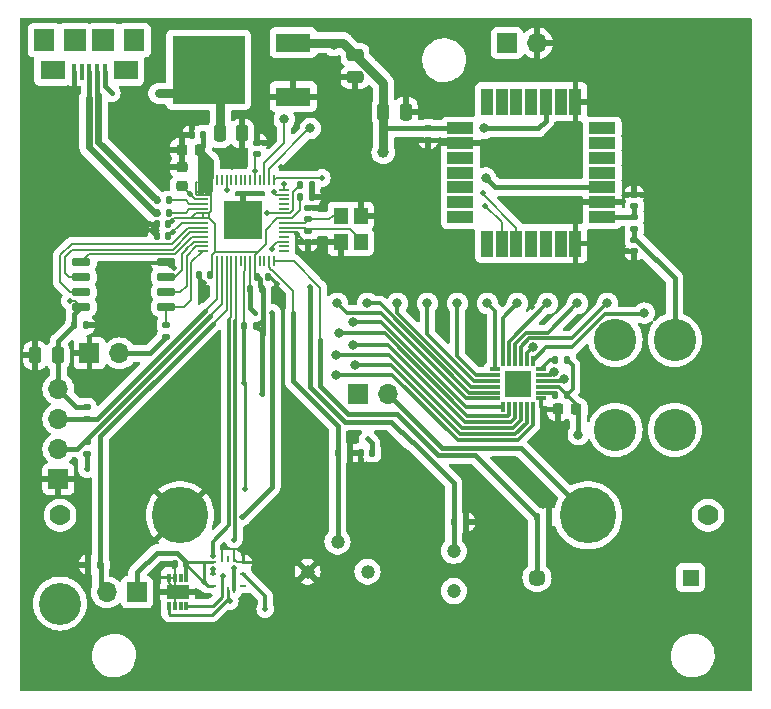
<source format=gtl>
%TF.GenerationSoftware,KiCad,Pcbnew,7.0.7*%
%TF.CreationDate,2023-11-28T10:24:48+01:00*%
%TF.ProjectId,wireless_Slave,77697265-6c65-4737-935f-536c6176652e,rev?*%
%TF.SameCoordinates,PXc751640PY92dda80*%
%TF.FileFunction,Copper,L1,Top*%
%TF.FilePolarity,Positive*%
%FSLAX46Y46*%
G04 Gerber Fmt 4.6, Leading zero omitted, Abs format (unit mm)*
G04 Created by KiCad (PCBNEW 7.0.7) date 2023-11-28 10:24:48*
%MOMM*%
%LPD*%
G01*
G04 APERTURE LIST*
G04 Aperture macros list*
%AMRoundRect*
0 Rectangle with rounded corners*
0 $1 Rounding radius*
0 $2 $3 $4 $5 $6 $7 $8 $9 X,Y pos of 4 corners*
0 Add a 4 corners polygon primitive as box body*
4,1,4,$2,$3,$4,$5,$6,$7,$8,$9,$2,$3,0*
0 Add four circle primitives for the rounded corners*
1,1,$1+$1,$2,$3*
1,1,$1+$1,$4,$5*
1,1,$1+$1,$6,$7*
1,1,$1+$1,$8,$9*
0 Add four rect primitives between the rounded corners*
20,1,$1+$1,$2,$3,$4,$5,0*
20,1,$1+$1,$4,$5,$6,$7,0*
20,1,$1+$1,$6,$7,$8,$9,0*
20,1,$1+$1,$8,$9,$2,$3,0*%
G04 Aperture macros list end*
%TA.AperFunction,ComponentPad*%
%ADD10C,1.192000*%
%TD*%
%TA.AperFunction,ComponentPad*%
%ADD11R,1.447000X1.447000*%
%TD*%
%TA.AperFunction,ComponentPad*%
%ADD12C,1.447000*%
%TD*%
%TA.AperFunction,SMDPad,CuDef*%
%ADD13R,0.400000X1.350000*%
%TD*%
%TA.AperFunction,SMDPad,CuDef*%
%ADD14R,2.100000X1.600000*%
%TD*%
%TA.AperFunction,SMDPad,CuDef*%
%ADD15R,1.800000X1.900000*%
%TD*%
%TA.AperFunction,SMDPad,CuDef*%
%ADD16R,1.900000X1.900000*%
%TD*%
%TA.AperFunction,SMDPad,CuDef*%
%ADD17R,2.300000X1.000000*%
%TD*%
%TA.AperFunction,SMDPad,CuDef*%
%ADD18R,1.000000X2.300000*%
%TD*%
%TA.AperFunction,SMDPad,CuDef*%
%ADD19R,0.300000X0.850000*%
%TD*%
%TA.AperFunction,SMDPad,CuDef*%
%ADD20R,0.850000X0.300000*%
%TD*%
%TA.AperFunction,SMDPad,CuDef*%
%ADD21R,2.200000X2.200000*%
%TD*%
%TA.AperFunction,SMDPad,CuDef*%
%ADD22R,0.300000X0.800000*%
%TD*%
%TA.AperFunction,SMDPad,CuDef*%
%ADD23R,1.900000X1.200000*%
%TD*%
%TA.AperFunction,SMDPad,CuDef*%
%ADD24R,0.250000X0.500000*%
%TD*%
%TA.AperFunction,SMDPad,CuDef*%
%ADD25R,0.500000X0.250000*%
%TD*%
%TA.AperFunction,SMDPad,CuDef*%
%ADD26R,3.000000X1.600000*%
%TD*%
%TA.AperFunction,SMDPad,CuDef*%
%ADD27R,6.200000X5.800000*%
%TD*%
%TA.AperFunction,ComponentPad*%
%ADD28R,1.700000X1.700000*%
%TD*%
%TA.AperFunction,ComponentPad*%
%ADD29O,1.700000X1.700000*%
%TD*%
%TA.AperFunction,SMDPad,CuDef*%
%ADD30RoundRect,0.250000X0.250000X0.475000X-0.250000X0.475000X-0.250000X-0.475000X0.250000X-0.475000X0*%
%TD*%
%TA.AperFunction,SMDPad,CuDef*%
%ADD31RoundRect,0.135000X-0.135000X-0.185000X0.135000X-0.185000X0.135000X0.185000X-0.135000X0.185000X0*%
%TD*%
%TA.AperFunction,SMDPad,CuDef*%
%ADD32RoundRect,0.140000X-0.140000X-0.170000X0.140000X-0.170000X0.140000X0.170000X-0.140000X0.170000X0*%
%TD*%
%TA.AperFunction,SMDPad,CuDef*%
%ADD33RoundRect,0.135000X0.185000X-0.135000X0.185000X0.135000X-0.185000X0.135000X-0.185000X-0.135000X0*%
%TD*%
%TA.AperFunction,SMDPad,CuDef*%
%ADD34RoundRect,0.135000X0.135000X0.185000X-0.135000X0.185000X-0.135000X-0.185000X0.135000X-0.185000X0*%
%TD*%
%TA.AperFunction,SMDPad,CuDef*%
%ADD35RoundRect,0.140000X0.170000X-0.140000X0.170000X0.140000X-0.170000X0.140000X-0.170000X-0.140000X0*%
%TD*%
%TA.AperFunction,SMDPad,CuDef*%
%ADD36RoundRect,0.140000X0.140000X0.170000X-0.140000X0.170000X-0.140000X-0.170000X0.140000X-0.170000X0*%
%TD*%
%TA.AperFunction,SMDPad,CuDef*%
%ADD37RoundRect,0.250000X-0.250000X-0.475000X0.250000X-0.475000X0.250000X0.475000X-0.250000X0.475000X0*%
%TD*%
%TA.AperFunction,SMDPad,CuDef*%
%ADD38RoundRect,0.150000X0.650000X0.150000X-0.650000X0.150000X-0.650000X-0.150000X0.650000X-0.150000X0*%
%TD*%
%TA.AperFunction,SMDPad,CuDef*%
%ADD39RoundRect,0.135000X-0.185000X0.135000X-0.185000X-0.135000X0.185000X-0.135000X0.185000X0.135000X0*%
%TD*%
%TA.AperFunction,SMDPad,CuDef*%
%ADD40RoundRect,0.225000X0.225000X0.250000X-0.225000X0.250000X-0.225000X-0.250000X0.225000X-0.250000X0*%
%TD*%
%TA.AperFunction,SMDPad,CuDef*%
%ADD41RoundRect,0.250000X-0.475000X0.250000X-0.475000X-0.250000X0.475000X-0.250000X0.475000X0.250000X0*%
%TD*%
%TA.AperFunction,SMDPad,CuDef*%
%ADD42RoundRect,0.050000X0.050000X-0.387500X0.050000X0.387500X-0.050000X0.387500X-0.050000X-0.387500X0*%
%TD*%
%TA.AperFunction,SMDPad,CuDef*%
%ADD43RoundRect,0.050000X0.387500X-0.050000X0.387500X0.050000X-0.387500X0.050000X-0.387500X-0.050000X0*%
%TD*%
%TA.AperFunction,SMDPad,CuDef*%
%ADD44R,3.200000X3.200000*%
%TD*%
%TA.AperFunction,SMDPad,CuDef*%
%ADD45RoundRect,0.140000X-0.170000X0.140000X-0.170000X-0.140000X0.170000X-0.140000X0.170000X0.140000X0*%
%TD*%
%TA.AperFunction,SMDPad,CuDef*%
%ADD46R,1.200000X1.400000*%
%TD*%
%TA.AperFunction,ComponentPad*%
%ADD47C,1.200000*%
%TD*%
%TA.AperFunction,ComponentPad*%
%ADD48C,3.590000*%
%TD*%
%TA.AperFunction,SMDPad,CuDef*%
%ADD49RoundRect,0.225000X0.250000X-0.225000X0.250000X0.225000X-0.250000X0.225000X-0.250000X-0.225000X0*%
%TD*%
%TA.AperFunction,ComponentPad*%
%ADD50C,4.780000*%
%TD*%
%TA.AperFunction,ComponentPad*%
%ADD51C,1.770000*%
%TD*%
%TA.AperFunction,ComponentPad*%
%ADD52C,3.560000*%
%TD*%
%TA.AperFunction,ViaPad*%
%ADD53C,0.800000*%
%TD*%
%TA.AperFunction,ViaPad*%
%ADD54C,0.500000*%
%TD*%
%TA.AperFunction,ViaPad*%
%ADD55C,1.000000*%
%TD*%
%TA.AperFunction,Conductor*%
%ADD56C,0.300000*%
%TD*%
%TA.AperFunction,Conductor*%
%ADD57C,0.200000*%
%TD*%
%TA.AperFunction,Conductor*%
%ADD58C,0.800000*%
%TD*%
%TA.AperFunction,Conductor*%
%ADD59C,0.400000*%
%TD*%
%TA.AperFunction,Conductor*%
%ADD60C,0.450000*%
%TD*%
%TA.AperFunction,Conductor*%
%ADD61C,0.250000*%
%TD*%
%TA.AperFunction,Conductor*%
%ADD62C,0.600000*%
%TD*%
G04 APERTURE END LIST*
D10*
%TO.P,U1,1,VDD*%
%TO.N,+3.3V*%
X29460000Y10100000D03*
%TO.P,U1,2,OUT*%
%TO.N,/RPI2040_main/PIR*%
X26920000Y12640000D03*
%TO.P,U1,3,GND*%
%TO.N,GND*%
X24380000Y10100000D03*
%TD*%
D11*
%TO.P,S1,1,1*%
%TO.N,+3.3V*%
X56810000Y9600000D03*
D12*
%TO.P,S1,2,2*%
%TO.N,/RPI2040_main/Vibration*%
X43810000Y9600000D03*
%TD*%
D13*
%TO.P,J2,1,1*%
%TO.N,Net-(USB_Power1-A)*%
X7200000Y52425000D03*
%TO.P,J2,2,2*%
%TO.N,/RPI2040_main/D-*%
X6550000Y52425000D03*
%TO.P,J2,3,3*%
%TO.N,/RPI2040_main/D+*%
X5900000Y52425000D03*
%TO.P,J2,4,4*%
%TO.N,unconnected-(J2-Pad4)*%
X5250000Y52425000D03*
%TO.P,J2,5,5*%
%TO.N,GND*%
X4600000Y52425000D03*
D14*
%TO.P,J2,MP1,MP1*%
%TO.N,unconnected-(J2-PadMP1)*%
X9000000Y52550000D03*
%TO.P,J2,MP2,MP2*%
%TO.N,unconnected-(J2-PadMP2)*%
X2800000Y52550000D03*
D15*
%TO.P,J2,MP3,MP3*%
%TO.N,unconnected-(J2-PadMP3)*%
X9700000Y55100000D03*
D16*
%TO.P,J2,MP4,MP4*%
%TO.N,unconnected-(J2-PadMP4)*%
X7100000Y55100000D03*
%TO.P,J2,MP5,MP5*%
%TO.N,unconnected-(J2-PadMP5)*%
X4700000Y55100000D03*
D15*
%TO.P,J2,MP6,MP6*%
%TO.N,unconnected-(J2-PadMP6)*%
X2100000Y55100000D03*
%TD*%
D17*
%TO.P,IC5,1,VCC*%
%TO.N,+3.3V*%
X37320000Y47630000D03*
%TO.P,IC5,2,GND_1*%
%TO.N,GND*%
X37320000Y46380000D03*
%TO.P,IC5,3,PA13*%
%TO.N,unconnected-(IC5-PA13-Pad3)*%
X37320000Y45130000D03*
%TO.P,IC5,4,PA14*%
%TO.N,unconnected-(IC5-PA14-Pad4)*%
X37320000Y43880000D03*
%TO.P,IC5,5,PB15*%
%TO.N,unconnected-(IC5-PB15-Pad5)*%
X37320000Y42630000D03*
%TO.P,IC5,6,PA15*%
%TO.N,unconnected-(IC5-PA15-Pad6)*%
X37320000Y41380000D03*
%TO.P,IC5,7,PB4*%
%TO.N,unconnected-(IC5-PB4-Pad7)*%
X37320000Y40130000D03*
D18*
%TO.P,IC5,8,PB3*%
%TO.N,unconnected-(IC5-PB3-Pad8)*%
X39570000Y37880000D03*
%TO.P,IC5,9,PB7*%
%TO.N,/RPI2040_main/LoRa_TXD*%
X40820000Y37880000D03*
%TO.P,IC5,10,PB6*%
%TO.N,/RPI2040_main/LoRa_RXD*%
X42070000Y37880000D03*
%TO.P,IC5,11,PB5*%
%TO.N,unconnected-(IC5-PB5-Pad11)*%
X43320000Y37880000D03*
%TO.P,IC5,12,PC1*%
%TO.N,unconnected-(IC5-PC1-Pad12)*%
X44570000Y37880000D03*
%TO.P,IC5,13,PC0*%
%TO.N,unconnected-(IC5-PC0-Pad13)*%
X45820000Y37880000D03*
%TO.P,IC5,14,GND_2*%
%TO.N,GND*%
X47070000Y37880000D03*
D17*
%TO.P,IC5,15,RFIO*%
%TO.N,Net-(IC5-RFIO)*%
X49320000Y40130000D03*
%TO.P,IC5,16,GND_3*%
%TO.N,GND*%
X49320000Y41380000D03*
%TO.P,IC5,17,RST*%
%TO.N,/RPI2040_main/LoRa_Reset*%
X49320000Y42630000D03*
%TO.P,IC5,18,PA3*%
%TO.N,unconnected-(IC5-PA3-Pad18)*%
X49320000Y43880000D03*
%TO.P,IC5,19,PA2*%
%TO.N,unconnected-(IC5-PA2-Pad19)*%
X49320000Y45130000D03*
%TO.P,IC5,20,PB10*%
%TO.N,unconnected-(IC5-PB10-Pad20)*%
X49320000Y46380000D03*
%TO.P,IC5,21,PA9*%
%TO.N,unconnected-(IC5-PA9-Pad21)*%
X49320000Y47630000D03*
D18*
%TO.P,IC5,22,GND_4*%
%TO.N,GND*%
X47070000Y49880000D03*
%TO.P,IC5,23,PA0*%
%TO.N,/RPI2040_main/PA0*%
X45820000Y49880000D03*
%TO.P,IC5,24,PB13*%
%TO.N,/RPI2040_main/LoRa_Boot*%
X44570000Y49880000D03*
%TO.P,IC5,25,PB9*%
%TO.N,unconnected-(IC5-PB9-Pad25)*%
X43320000Y49880000D03*
%TO.P,IC5,26,PB14*%
%TO.N,unconnected-(IC5-PB14-Pad26)*%
X42070000Y49880000D03*
%TO.P,IC5,27,PA10*%
%TO.N,unconnected-(IC5-PA10-Pad27)*%
X40820000Y49880000D03*
%TO.P,IC5,28,PB0*%
%TO.N,unconnected-(IC5-PB0-Pad28)*%
X39570000Y49880000D03*
%TD*%
D19*
%TO.P,IC4,1,R7*%
%TO.N,/RPI2040_main/R7*%
X43440000Y27960000D03*
%TO.P,IC4,2,R6*%
%TO.N,/RPI2040_main/R6*%
X42940000Y27960000D03*
%TO.P,IC4,3,R5*%
%TO.N,/RPI2040_main/R5*%
X42440000Y27960000D03*
%TO.P,IC4,4,R4*%
%TO.N,/RPI2040_main/R4*%
X41940000Y27960000D03*
%TO.P,IC4,5,R3*%
%TO.N,/RPI2040_main/R3*%
X41440000Y27960000D03*
%TO.P,IC4,6,R2*%
%TO.N,/RPI2040_main/R2*%
X40940000Y27960000D03*
D20*
%TO.P,IC4,7,R1*%
%TO.N,/RPI2040_main/R1*%
X40240000Y27260000D03*
%TO.P,IC4,8,R0*%
%TO.N,/RPI2040_main/R0*%
X40240000Y26760000D03*
%TO.P,IC4,9,C0*%
%TO.N,/RPI2040_main/C0*%
X40240000Y26260000D03*
%TO.P,IC4,10,C1*%
%TO.N,/RPI2040_main/C1*%
X40240000Y25760000D03*
%TO.P,IC4,11,C2*%
%TO.N,/RPI2040_main/C2*%
X40240000Y25260000D03*
%TO.P,IC4,12,C3*%
%TO.N,/RPI2040_main/C3*%
X40240000Y24760000D03*
D19*
%TO.P,IC4,13,C4*%
%TO.N,/RPI2040_main/C4*%
X40940000Y24060000D03*
%TO.P,IC4,14,C5*%
%TO.N,/RPI2040_main/C5*%
X41440000Y24060000D03*
%TO.P,IC4,15,C6*%
%TO.N,/RPI2040_main/C6*%
X41940000Y24060000D03*
%TO.P,IC4,16,C7*%
%TO.N,/RPI2040_main/C7*%
X42440000Y24060000D03*
%TO.P,IC4,17,C8*%
%TO.N,/RPI2040_main/C8*%
X42940000Y24060000D03*
%TO.P,IC4,18,C9*%
%TO.N,/RPI2040_main/C9*%
X43440000Y24060000D03*
D20*
%TO.P,IC4,19,GND*%
%TO.N,GND*%
X44140000Y24760000D03*
%TO.P,IC4,20,~{RST}*%
%TO.N,Net-(IC4-~{RST})*%
X44140000Y25260000D03*
%TO.P,IC4,21,VCC*%
%TO.N,+3.3V*%
X44140000Y25760000D03*
%TO.P,IC4,22,SDA*%
%TO.N,/RPI2040_main/SDA*%
X44140000Y26260000D03*
%TO.P,IC4,23,SCL*%
%TO.N,/RPI2040_main/SCL*%
X44140000Y26760000D03*
%TO.P,IC4,24,~{INT}*%
%TO.N,Net-(IC4-~{INT})*%
X44140000Y27260000D03*
D21*
%TO.P,IC4,25,EP*%
%TO.N,GND*%
X42190000Y26010000D03*
%TD*%
D22*
%TO.P,IC3,1,SDA*%
%TO.N,/RPI2040_main/SDA*%
X12630000Y7200000D03*
%TO.P,IC3,2,ADDR*%
%TO.N,GND*%
X13130000Y7200000D03*
%TO.P,IC3,3,ALERT*%
%TO.N,unconnected-(IC3-ALERT-Pad3)*%
X13630000Y7200000D03*
%TO.P,IC3,4,SCL*%
%TO.N,/RPI2040_main/SCL*%
X14130000Y7200000D03*
%TO.P,IC3,5,VDD*%
%TO.N,+3.3V*%
X14130000Y9600000D03*
%TO.P,IC3,6,NRESET*%
%TO.N,unconnected-(IC3-NRESET-Pad6)*%
X13630000Y9600000D03*
%TO.P,IC3,7,R*%
%TO.N,GND*%
X13130000Y9600000D03*
%TO.P,IC3,8,VSS*%
X12630000Y9600000D03*
D23*
%TO.P,IC3,9,EP*%
X13380000Y8400000D03*
%TD*%
D24*
%TO.P,IC2,1,SCL*%
%TO.N,/RPI2040_main/SCL*%
X17140000Y8580000D03*
%TO.P,IC2,2,SDA*%
%TO.N,/RPI2040_main/SDA*%
X17640000Y8580000D03*
%TO.P,IC2,3,INT*%
%TO.N,/RPI2040_main/AIR_INT*%
X18140000Y8580000D03*
D25*
%TO.P,IC2,4,N.C._1*%
%TO.N,unconnected-(IC2-N.C._1-Pad4)*%
X18940000Y8880000D03*
%TO.P,IC2,5,VDD*%
%TO.N,+3.3V*%
X18940000Y9880000D03*
%TO.P,IC2,6,VSS_1*%
%TO.N,GND*%
X18940000Y10880000D03*
D24*
%TO.P,IC2,7,VSS_2*%
X18140000Y11180000D03*
%TO.P,IC2,8,N.C._2*%
%TO.N,unconnected-(IC2-N.C._2-Pad8)*%
X17640000Y11180000D03*
%TO.P,IC2,9,VSS_3*%
%TO.N,GND*%
X17140000Y11180000D03*
D25*
%TO.P,IC2,10,VDDH*%
%TO.N,+3.3V*%
X16340000Y10880000D03*
%TO.P,IC2,11,RES_N*%
%TO.N,/RPI2040_main/AIR_RES*%
X16340000Y9880000D03*
%TO.P,IC2,12,VDDIO*%
%TO.N,+3.3V*%
X16340000Y8880000D03*
%TD*%
D26*
%TO.P,IC1,1,ADJUST/GROUND*%
%TO.N,GND*%
X23180000Y50310000D03*
D27*
%TO.P,IC1,2,OUTPUT*%
%TO.N,Net-(IC1-OUTPUT)*%
X16000000Y52600000D03*
D26*
%TO.P,IC1,3,INPUT*%
%TO.N,+3.3V*%
X23180000Y54890000D03*
%TD*%
D28*
%TO.P,J7,1,Pin_1*%
%TO.N,Net-(J7-Pin_1)*%
X41285000Y54840000D03*
D29*
%TO.P,J7,2,Pin_2*%
%TO.N,GND*%
X43825000Y54840000D03*
%TD*%
D30*
%TO.P,C25,1*%
%TO.N,+3.3V*%
X3230000Y28410000D03*
%TO.P,C25,2*%
%TO.N,GND*%
X1330000Y28410000D03*
%TD*%
D31*
%TO.P,R3,1*%
%TO.N,/RPI2040_main/D-*%
X11620000Y41525000D03*
%TO.P,R3,2*%
%TO.N,Net-(U2-USB_DM)*%
X12640000Y41525000D03*
%TD*%
D32*
%TO.P,C5,1*%
%TO.N,+1V1*%
X23765000Y42825000D03*
%TO.P,C5,2*%
%TO.N,GND*%
X24725000Y42825000D03*
%TD*%
D33*
%TO.P,R8,1*%
%TO.N,Net-(J3-Pin_2)*%
X12430000Y29970000D03*
%TO.P,R8,2*%
%TO.N,/RPI2040_main/QSPI_SS*%
X12430000Y30990000D03*
%TD*%
D31*
%TO.P,R9,1*%
%TO.N,GND*%
X5830000Y10700000D03*
%TO.P,R9,2*%
%TO.N,/RPI2040_main/Digital_in*%
X6850000Y10700000D03*
%TD*%
D34*
%TO.P,R12,1*%
%TO.N,GND*%
X44830000Y14700000D03*
%TO.P,R12,2*%
%TO.N,/RPI2040_main/Vibration*%
X43810000Y14700000D03*
%TD*%
D31*
%TO.P,R10,1*%
%TO.N,Net-(IC4-~{INT})*%
X45310000Y28060000D03*
%TO.P,R10,2*%
%TO.N,+3.3V*%
X46330000Y28060000D03*
%TD*%
D35*
%TO.P,C16,1*%
%TO.N,GND*%
X24420000Y38020000D03*
%TO.P,C16,2*%
%TO.N,Net-(U2-XIN)*%
X24420000Y38980000D03*
%TD*%
D31*
%TO.P,R4,1*%
%TO.N,/RPI2040_main/SDA*%
X19030000Y30900000D03*
%TO.P,R4,2*%
%TO.N,+3.3V*%
X20050000Y30900000D03*
%TD*%
D32*
%TO.P,C9,1*%
%TO.N,+3.3V*%
X20090000Y35060000D03*
%TO.P,C9,2*%
%TO.N,GND*%
X21050000Y35060000D03*
%TD*%
D36*
%TO.P,C1,1*%
%TO.N,+3.3V*%
X29850000Y20180000D03*
%TO.P,C1,2*%
%TO.N,GND*%
X28890000Y20180000D03*
%TD*%
D37*
%TO.P,C2,1*%
%TO.N,Net-(IC1-OUTPUT)*%
X16950000Y47200000D03*
%TO.P,C2,2*%
%TO.N,GND*%
X18850000Y47200000D03*
%TD*%
D34*
%TO.P,R7,1*%
%TO.N,GND*%
X37787500Y14280000D03*
%TO.P,R7,2*%
%TO.N,/RPI2040_main/LUX*%
X36767500Y14280000D03*
%TD*%
D36*
%TO.P,C4,1*%
%TO.N,+1V1*%
X12580000Y38475000D03*
%TO.P,C4,2*%
%TO.N,GND*%
X11620000Y38475000D03*
%TD*%
D28*
%TO.P,J5,1,Pin_1*%
%TO.N,+3.3V*%
X9940000Y8350000D03*
D29*
%TO.P,J5,2,Pin_2*%
%TO.N,/RPI2040_main/Digital_in*%
X7400000Y8350000D03*
%TD*%
D34*
%TO.P,R1,1*%
%TO.N,GND*%
X27950000Y20180000D03*
%TO.P,R1,2*%
%TO.N,/RPI2040_main/PIR*%
X26930000Y20180000D03*
%TD*%
D38*
%TO.P,U3,1,~{CS}*%
%TO.N,/RPI2040_main/QSPI_SS*%
X12430000Y32505000D03*
%TO.P,U3,2,DO(IO1)*%
%TO.N,/RPI2040_main/QSPI_SD1*%
X12430000Y33775000D03*
%TO.P,U3,3,IO2*%
%TO.N,/RPI2040_main/QSPI_SD2*%
X12430000Y35045000D03*
%TO.P,U3,4,GND*%
%TO.N,GND*%
X12430000Y36315000D03*
%TO.P,U3,5,DI(IO0)*%
%TO.N,/RPI2040_main/QSPI_SD0*%
X5230000Y36315000D03*
%TO.P,U3,6,CLK*%
%TO.N,/RPI2040_main/QSPI_SCLK*%
X5230000Y35045000D03*
%TO.P,U3,7,IO3*%
%TO.N,/RPI2040_main/QSPI_SD3*%
X5230000Y33775000D03*
%TO.P,U3,8,VCC*%
%TO.N,+3.3V*%
X5230000Y32505000D03*
%TD*%
D31*
%TO.P,R2,1*%
%TO.N,/RPI2040_main/D+*%
X11620000Y40500000D03*
%TO.P,R2,2*%
%TO.N,Net-(U2-USB_DP)*%
X12640000Y40500000D03*
%TD*%
D36*
%TO.P,C12,1*%
%TO.N,+3.3V*%
X12580000Y39500000D03*
%TO.P,C12,2*%
%TO.N,GND*%
X11620000Y39500000D03*
%TD*%
D39*
%TO.P,L1,1,1*%
%TO.N,Net-(IC5-RFIO)*%
X52060000Y40130000D03*
%TO.P,L1,2,2*%
%TO.N,Net-(AE1-A)*%
X52060000Y39110000D03*
%TD*%
D40*
%TO.P,C7,1*%
%TO.N,+3.3V*%
X15270000Y45825000D03*
%TO.P,C7,2*%
%TO.N,GND*%
X13720000Y45825000D03*
%TD*%
D32*
%TO.P,C11,1*%
%TO.N,+3.3V*%
X23765000Y41825000D03*
%TO.P,C11,2*%
%TO.N,GND*%
X24725000Y41825000D03*
%TD*%
D41*
%TO.P,C3,1*%
%TO.N,+3.3V*%
X28400000Y53850000D03*
%TO.P,C3,2*%
%TO.N,GND*%
X28400000Y51950000D03*
%TD*%
D42*
%TO.P,U2,1,IOVDD*%
%TO.N,+3.3V*%
X16330000Y36392500D03*
%TO.P,U2,2,GPIO0*%
%TO.N,/RPI2040_main/SDA0*%
X16730000Y36392500D03*
%TO.P,U2,3,GPIO1*%
%TO.N,/RPI2040_main/SCL0*%
X17130000Y36392500D03*
%TO.P,U2,4,GPIO2*%
%TO.N,/RPI2040_main/Digital_in*%
X17530000Y36392500D03*
%TO.P,U2,5,GPIO3*%
%TO.N,/RPI2040_main/AIR_RES*%
X17930000Y36392500D03*
%TO.P,U2,6,GPIO4*%
%TO.N,/RPI2040_main/AIR_INT*%
X18330000Y36392500D03*
%TO.P,U2,7,GPIO5*%
%TO.N,unconnected-(U2-GPIO5-Pad7)*%
X18730000Y36392500D03*
%TO.P,U2,8,GPIO6*%
%TO.N,/RPI2040_main/SDA*%
X19130000Y36392500D03*
%TO.P,U2,9,GPIO7*%
%TO.N,/RPI2040_main/SCL*%
X19530000Y36392500D03*
%TO.P,U2,10,IOVDD*%
%TO.N,+3.3V*%
X19930000Y36392500D03*
%TO.P,U2,11,GPIO8*%
%TO.N,unconnected-(U2-GPIO8-Pad11)*%
X20330000Y36392500D03*
%TO.P,U2,12,GPIO9*%
%TO.N,unconnected-(U2-GPIO9-Pad12)*%
X20730000Y36392500D03*
%TO.P,U2,13,GPIO10*%
%TO.N,/RPI2040_main/PIR*%
X21130000Y36392500D03*
%TO.P,U2,14,GPIO11*%
%TO.N,/RPI2040_main/Vibration*%
X21530000Y36392500D03*
D43*
%TO.P,U2,15,GPIO12*%
%TO.N,unconnected-(U2-GPIO12-Pad15)*%
X22367500Y37230000D03*
%TO.P,U2,16,GPIO13*%
%TO.N,unconnected-(U2-GPIO13-Pad16)*%
X22367500Y37630000D03*
%TO.P,U2,17,GPIO14*%
%TO.N,Net-(D1-A)*%
X22367500Y38030000D03*
%TO.P,U2,18,GPIO15*%
%TO.N,unconnected-(U2-GPIO15-Pad18)*%
X22367500Y38430000D03*
%TO.P,U2,19,TESTEN*%
%TO.N,GND*%
X22367500Y38830000D03*
%TO.P,U2,20,XIN*%
%TO.N,Net-(U2-XIN)*%
X22367500Y39230000D03*
%TO.P,U2,21,XOUT*%
%TO.N,Net-(U2-XOUT)*%
X22367500Y39630000D03*
%TO.P,U2,22,IOVDD*%
%TO.N,+3.3V*%
X22367500Y40030000D03*
%TO.P,U2,23,DVDD*%
%TO.N,+1V1*%
X22367500Y40430000D03*
%TO.P,U2,24,SWCLK*%
%TO.N,/RPI2040_main/SWCLK*%
X22367500Y40830000D03*
%TO.P,U2,25,SWD*%
%TO.N,/RPI2040_main/SWD*%
X22367500Y41230000D03*
%TO.P,U2,26,RUN*%
%TO.N,/RPI2040_main/RUN*%
X22367500Y41630000D03*
%TO.P,U2,27,GPIO16*%
%TO.N,/RPI2040_main/LoRa_TXD*%
X22367500Y42030000D03*
%TO.P,U2,28,GPIO17*%
%TO.N,/RPI2040_main/LoRa_RXD*%
X22367500Y42430000D03*
D42*
%TO.P,U2,29,GPIO18*%
%TO.N,/RPI2040_main/LoRa_Reset*%
X21530000Y43267500D03*
%TO.P,U2,30,GPIO19*%
%TO.N,/RPI2040_main/LoRa_Boot*%
X21130000Y43267500D03*
%TO.P,U2,31,GPIO20*%
%TO.N,Net-(U2-GPIO20)*%
X20730000Y43267500D03*
%TO.P,U2,32,GPIO21*%
%TO.N,/RPI2040_main/GPIO21*%
X20330000Y43267500D03*
%TO.P,U2,33,IOVDD*%
%TO.N,+3.3V*%
X19930000Y43267500D03*
%TO.P,U2,34,GPIO22*%
%TO.N,/RPI2040_main/GPIO22*%
X19530000Y43267500D03*
%TO.P,U2,35,GPIO23*%
%TO.N,/RPI2040_main/GPIO23*%
X19130000Y43267500D03*
%TO.P,U2,36,GPIO24*%
%TO.N,/RPI2040_main/GPIO24*%
X18730000Y43267500D03*
%TO.P,U2,37,GPIO25*%
%TO.N,unconnected-(U2-GPIO25-Pad37)*%
X18330000Y43267500D03*
%TO.P,U2,38,GPIO26_ADC0*%
%TO.N,/RPI2040_main/ADC0*%
X17930000Y43267500D03*
%TO.P,U2,39,GPIO27_ADC1*%
%TO.N,/RPI2040_main/LUX*%
X17530000Y43267500D03*
%TO.P,U2,40,GPIO28_ADC2*%
%TO.N,/RPI2040_main/ADC2*%
X17130000Y43267500D03*
%TO.P,U2,41,GPIO29_ADC3*%
%TO.N,/RPI2040_main/ADC3*%
X16730000Y43267500D03*
%TO.P,U2,42,IOVDD*%
%TO.N,+3.3V*%
X16330000Y43267500D03*
D43*
%TO.P,U2,43,ADC_AVDD*%
X15492500Y42430000D03*
%TO.P,U2,44,VREG_IN*%
X15492500Y42030000D03*
%TO.P,U2,45,VREG_VOUT*%
%TO.N,+1V1*%
X15492500Y41630000D03*
%TO.P,U2,46,USB_DM*%
%TO.N,Net-(U2-USB_DM)*%
X15492500Y41230000D03*
%TO.P,U2,47,USB_DP*%
%TO.N,Net-(U2-USB_DP)*%
X15492500Y40830000D03*
%TO.P,U2,48,USB_VDD*%
%TO.N,+3.3V*%
X15492500Y40430000D03*
%TO.P,U2,49,IOVDD*%
X15492500Y40030000D03*
%TO.P,U2,50,DVDD*%
%TO.N,+1V1*%
X15492500Y39630000D03*
%TO.P,U2,51,QSPI_SD3*%
%TO.N,/RPI2040_main/QSPI_SD3*%
X15492500Y39230000D03*
%TO.P,U2,52,QSPI_SCLK*%
%TO.N,/RPI2040_main/QSPI_SCLK*%
X15492500Y38830000D03*
%TO.P,U2,53,QSPI_SD0*%
%TO.N,/RPI2040_main/QSPI_SD0*%
X15492500Y38430000D03*
%TO.P,U2,54,QSPI_SD2*%
%TO.N,/RPI2040_main/QSPI_SD2*%
X15492500Y38030000D03*
%TO.P,U2,55,QSPI_SD1*%
%TO.N,/RPI2040_main/QSPI_SD1*%
X15492500Y37630000D03*
%TO.P,U2,56,QSPI_SS*%
%TO.N,/RPI2040_main/QSPI_SS*%
X15492500Y37230000D03*
D44*
%TO.P,U2,57,GND*%
%TO.N,GND*%
X18930000Y39830000D03*
%TD*%
D36*
%TO.P,C10,1*%
%TO.N,+3.3V*%
X16150000Y35180000D03*
%TO.P,C10,2*%
%TO.N,GND*%
X15190000Y35180000D03*
%TD*%
D45*
%TO.P,C17,1*%
%TO.N,GND*%
X24420000Y40880000D03*
%TO.P,C17,2*%
%TO.N,Net-(U2-XOUT)*%
X24420000Y39920000D03*
%TD*%
D35*
%TO.P,C20,1*%
%TO.N,Net-(IC5-RFIO)*%
X52060000Y41060000D03*
%TO.P,C20,2*%
%TO.N,GND*%
X52060000Y42020000D03*
%TD*%
D45*
%TO.P,C19,1*%
%TO.N,+3.3V*%
X34620000Y47630000D03*
%TO.P,C19,2*%
%TO.N,GND*%
X34620000Y46670000D03*
%TD*%
D46*
%TO.P,Y1,1,1*%
%TO.N,Net-(U2-XOUT)*%
X27190000Y40220000D03*
%TO.P,Y1,2,2*%
%TO.N,GND*%
X27190000Y38020000D03*
%TO.P,Y1,3,3*%
%TO.N,Net-(U2-XIN)*%
X28890000Y38020000D03*
%TO.P,Y1,4,4*%
%TO.N,GND*%
X28890000Y40220000D03*
%TD*%
D36*
%TO.P,C15,1*%
%TO.N,+3.3V*%
X14130000Y10775000D03*
%TO.P,C15,2*%
%TO.N,GND*%
X13170000Y10775000D03*
%TD*%
D31*
%TO.P,R11,1*%
%TO.N,Net-(IC4-~{RST})*%
X45320000Y25090000D03*
%TO.P,R11,2*%
%TO.N,+3.3V*%
X46340000Y25090000D03*
%TD*%
D47*
%TO.P,R6,1*%
%TO.N,+3.3V*%
X36770000Y8460000D03*
%TO.P,R6,2*%
%TO.N,/RPI2040_main/LUX*%
X36770000Y11860000D03*
%TD*%
D48*
%TO.P,AE1,1,A*%
%TO.N,Net-(AE1-A)*%
X55480000Y29730000D03*
X50450000Y29730000D03*
X55480000Y22110000D03*
X50450000Y22110000D03*
%TD*%
D31*
%TO.P,R5,1*%
%TO.N,/RPI2040_main/SCL*%
X19540000Y34070000D03*
%TO.P,R5,2*%
%TO.N,+3.3V*%
X20560000Y34070000D03*
%TD*%
D32*
%TO.P,C14,1*%
%TO.N,+3.3V*%
X4630000Y30960000D03*
%TO.P,C14,2*%
%TO.N,GND*%
X5590000Y30960000D03*
%TD*%
D40*
%TO.P,C18,1*%
%TO.N,+3.3V*%
X47155000Y23830000D03*
%TO.P,C18,2*%
%TO.N,GND*%
X45605000Y23830000D03*
%TD*%
D39*
%TO.P,R32,1*%
%TO.N,/RPI2040_main/SCL0*%
X5675000Y21085000D03*
%TO.P,R32,2*%
%TO.N,+3.3V*%
X5675000Y20065000D03*
%TD*%
D35*
%TO.P,C8,1*%
%TO.N,+3.3V*%
X20140000Y45450000D03*
%TO.P,C8,2*%
%TO.N,GND*%
X20140000Y46410000D03*
%TD*%
D49*
%TO.P,C6,1*%
%TO.N,+1V1*%
X13745000Y42775000D03*
%TO.P,C6,2*%
%TO.N,GND*%
X13745000Y44325000D03*
%TD*%
D28*
%TO.P,J4,1,Pin_1*%
%TO.N,GND*%
X3290000Y17940000D03*
D29*
%TO.P,J4,2,Pin_2*%
%TO.N,/RPI2040_main/SCL0*%
X3290000Y20480000D03*
%TO.P,J4,3,Pin_3*%
%TO.N,/RPI2040_main/SDA0*%
X3290000Y23020000D03*
%TO.P,J4,4,Pin_4*%
%TO.N,+3.3V*%
X3290000Y25560000D03*
%TD*%
D37*
%TO.P,C24,1*%
%TO.N,+3.3V*%
X30800000Y49050000D03*
%TO.P,C24,2*%
%TO.N,GND*%
X32700000Y49050000D03*
%TD*%
D36*
%TO.P,C13,1*%
%TO.N,+3.3V*%
X15540000Y47090000D03*
%TO.P,C13,2*%
%TO.N,GND*%
X14580000Y47090000D03*
%TD*%
D45*
%TO.P,C21,1*%
%TO.N,Net-(AE1-A)*%
X52060000Y38190000D03*
%TO.P,C21,2*%
%TO.N,GND*%
X52060000Y37230000D03*
%TD*%
D33*
%TO.P,R31,1*%
%TO.N,/RPI2040_main/SDA0*%
X5675000Y23040000D03*
%TO.P,R31,2*%
%TO.N,+3.3V*%
X5675000Y24060000D03*
%TD*%
D28*
%TO.P,J1,1,Pin_1*%
%TO.N,+3.3V*%
X28660000Y25120000D03*
D29*
%TO.P,J1,2,Pin_2*%
%TO.N,Net-(BT1-+)*%
X31200000Y25120000D03*
%TD*%
D28*
%TO.P,J3,1,Pin_1*%
%TO.N,GND*%
X5920000Y28580000D03*
D29*
%TO.P,J3,2,Pin_2*%
%TO.N,Net-(J3-Pin_2)*%
X8460000Y28580000D03*
%TD*%
D50*
%TO.P,BT1,1,+*%
%TO.N,Net-(BT1-+)*%
X48130000Y14870000D03*
%TO.P,BT1,2,-*%
%TO.N,GND*%
X13590000Y14870000D03*
D51*
%TO.P,BT1,3*%
%TO.N,N/C*%
X58290000Y14870000D03*
%TO.P,BT1,4*%
X3430000Y14870000D03*
D52*
%TO.P,BT1,5*%
X3430000Y7400000D03*
%TD*%
D53*
%TO.N,GND*%
X45370000Y12100000D03*
X43850000Y17020000D03*
X39200000Y14480000D03*
X31730000Y18460000D03*
D54*
X21779500Y34460000D03*
%TO.N,Net-(D1-A)*%
X21370000Y37430000D03*
D53*
%TO.N,Net-(U2-GPIO20)*%
X22410000Y48400000D03*
%TO.N,/RPI2040_main/LoRa_Boot*%
X24610000Y47620000D03*
%TO.N,+3.3V*%
X26590000Y54650500D03*
X29418541Y52858541D03*
D54*
%TO.N,GND*%
X20200000Y39900000D03*
D53*
X6720000Y41730000D03*
D54*
X52030000Y43320000D03*
X19000000Y41100000D03*
X51120000Y41410000D03*
X20400000Y12100000D03*
X43400000Y32500000D03*
X43380000Y35010000D03*
D53*
X32930000Y40800000D03*
D54*
X20200000Y41100000D03*
X47060000Y47830000D03*
X28880000Y41280000D03*
X19000000Y38700000D03*
X12900000Y47000000D03*
X43360000Y43650000D03*
X38350000Y35020000D03*
X17700000Y41100000D03*
X44380000Y23830000D03*
D53*
X40510000Y4430000D03*
D54*
X46000000Y34900000D03*
D53*
X58890000Y18540000D03*
D54*
X45920000Y43610000D03*
X47050000Y41420000D03*
X25700000Y38000000D03*
D53*
X14690000Y4180000D03*
D54*
X35570000Y46670000D03*
X40950000Y43650000D03*
X42800000Y39900000D03*
D53*
X4880000Y40010000D03*
D54*
X33300000Y32200000D03*
X41360000Y41570000D03*
X8300000Y32240000D03*
D53*
X22610000Y23980000D03*
D54*
X51100000Y34900000D03*
X12500000Y43600000D03*
X18000000Y44400000D03*
X8080000Y34760000D03*
X47030000Y52230000D03*
X10840000Y39060000D03*
X19000000Y39900000D03*
X48500000Y34900000D03*
X4320000Y50660000D03*
X41400000Y25200000D03*
X53420000Y42120000D03*
X30280000Y40210000D03*
X33200000Y34900000D03*
D53*
X11310000Y23950000D03*
D54*
X17700000Y38700000D03*
X14600000Y47900000D03*
X30700000Y34900000D03*
X38400000Y32800000D03*
X25700000Y41000000D03*
X35900000Y32200000D03*
X48310000Y49870000D03*
X10630000Y32620000D03*
D53*
X52930000Y18800000D03*
X16240000Y23980000D03*
D54*
X25700000Y35000000D03*
X17700000Y39900000D03*
X28200000Y34800000D03*
X20200000Y38700000D03*
X15620000Y34500000D03*
X24200000Y44300000D03*
X23510000Y38680500D03*
X47050000Y40030000D03*
X35800000Y34900000D03*
X10600000Y34700000D03*
D53*
X1480000Y40540000D03*
D54*
X43000000Y25200000D03*
D53*
X51910000Y4740000D03*
D54*
X13070000Y35794500D03*
X40910000Y35050000D03*
X40900000Y32800000D03*
D53*
X57870000Y33100000D03*
D54*
X53600000Y34900000D03*
X22100000Y44400000D03*
%TO.N,Net-(IC1-OUTPUT)*%
X11800000Y50600000D03*
D55*
%TO.N,+3.3V*%
X30800000Y45605000D03*
D53*
X47300000Y21700000D03*
D54*
X19930000Y44050000D03*
X20500000Y25120000D03*
X5675000Y18775000D03*
X20800000Y6945000D03*
D53*
X15522500Y44702500D03*
D54*
X15600000Y9200000D03*
X12938660Y39753880D03*
X4280000Y33040000D03*
X29500000Y21300000D03*
%TO.N,+1V1*%
X14405000Y42115000D03*
X20979502Y40450000D03*
X13022464Y38824009D03*
%TO.N,/RPI2040_main/LUX*%
X24600000Y34200000D03*
X17530000Y42370000D03*
D53*
%TO.N,/RPI2040_main/R7*%
X52900462Y31988366D03*
D54*
%TO.N,/RPI2040_main/SDA*%
X19100000Y17100000D03*
D53*
X46081218Y26386618D03*
D54*
X17800000Y7620000D03*
X19000000Y26111000D03*
%TO.N,/RPI2040_main/SCL*%
X18839500Y14700000D03*
X21400000Y32010000D03*
X17200000Y9700000D03*
X19934500Y32026944D03*
D53*
X45278233Y27009500D03*
D54*
%TO.N,/RPI2040_main/AIR_INT*%
X18140000Y12820000D03*
X18140000Y10390000D03*
%TO.N,/RPI2040_main/AIR_RES*%
X16340000Y10290000D03*
X16340000Y11454502D03*
%TO.N,Net-(USB_Power1-A)*%
X7800000Y50600000D03*
D53*
%TO.N,/RPI2040_main/R6*%
X43440000Y29090000D03*
%TO.N,/RPI2040_main/R5*%
X49770000Y32810000D03*
%TO.N,/RPI2040_main/R4*%
X47230000Y32810000D03*
%TO.N,/RPI2040_main/R3*%
X44690000Y32810000D03*
%TO.N,/RPI2040_main/R2*%
X42150000Y32810000D03*
%TO.N,/RPI2040_main/R1*%
X39610000Y32810000D03*
%TO.N,/RPI2040_main/R0*%
X37070000Y32810000D03*
%TO.N,/RPI2040_main/C0*%
X34530000Y32810000D03*
%TO.N,/RPI2040_main/C1*%
X31990000Y32810000D03*
%TO.N,/RPI2040_main/C2*%
X29450000Y32810000D03*
%TO.N,/RPI2040_main/C3*%
X26910000Y32810000D03*
%TO.N,/RPI2040_main/C4*%
X28260000Y31270500D03*
%TO.N,/RPI2040_main/C5*%
X27060000Y30270000D03*
%TO.N,/RPI2040_main/C6*%
X28239830Y29271680D03*
%TO.N,/RPI2040_main/C7*%
X26820000Y28447180D03*
%TO.N,/RPI2040_main/C8*%
X28360000Y27610000D03*
%TO.N,/RPI2040_main/C9*%
X26820000Y26785500D03*
D54*
%TO.N,/RPI2040_main/LoRa_TXD*%
X21506944Y42206944D03*
X39446444Y41076444D03*
%TO.N,/RPI2040_main/LoRa_RXD*%
X39200000Y42150000D03*
X22370000Y42885500D03*
D53*
%TO.N,/RPI2040_main/LoRa_Reset*%
X39480000Y43440000D03*
D54*
X25580000Y43440000D03*
D53*
%TO.N,/RPI2040_main/LoRa_Boot*%
X39310000Y47620000D03*
%TD*%
D56*
%TO.N,GND*%
X21179500Y35060000D02*
X21779500Y34460000D01*
X21050000Y35060000D02*
X21179500Y35060000D01*
D57*
%TO.N,Net-(D1-A)*%
X21835025Y38030000D02*
X21370000Y37564975D01*
X21370000Y37564975D02*
X21370000Y37430000D01*
X22367500Y38030000D02*
X21835025Y38030000D01*
%TO.N,Net-(U2-GPIO20)*%
X22410000Y46350000D02*
X22410000Y48400000D01*
X20730000Y44670000D02*
X22410000Y46350000D01*
X20730000Y43267500D02*
X20730000Y44670000D01*
%TO.N,/RPI2040_main/LoRa_Boot*%
X24542182Y47620000D02*
X24610000Y47620000D01*
X21130000Y43267500D02*
X21130000Y44207818D01*
X21130000Y44207818D02*
X24542182Y47620000D01*
D58*
%TO.N,+3.3V*%
X29418541Y52858541D02*
X30800000Y51477082D01*
X28427082Y53850000D02*
X29418541Y52858541D01*
D57*
%TO.N,GND*%
X18840000Y11500000D02*
X18840000Y11999500D01*
X13130000Y9600000D02*
X12630000Y9600000D01*
X13130000Y7200000D02*
X13130000Y8150000D01*
D59*
X4600000Y52425000D02*
X4600000Y50940000D01*
D57*
X22367500Y38830000D02*
X23360500Y38830000D01*
X13130000Y9600000D02*
X13130000Y10735000D01*
X18940000Y10880000D02*
X18940000Y11400000D01*
D56*
X15190000Y35180000D02*
X15190000Y34930000D01*
D57*
X13130000Y10735000D02*
X13170000Y10775000D01*
X24420000Y38020000D02*
X24170500Y38020000D01*
D56*
X15190000Y34930000D02*
X15620000Y34500000D01*
D57*
X13130000Y8150000D02*
X13380000Y8400000D01*
D56*
X11180000Y39060000D02*
X11620000Y39500000D01*
X28890000Y40220000D02*
X30270000Y40220000D01*
X12950500Y35794500D02*
X12430000Y36315000D01*
X10840000Y39060000D02*
X11035000Y39060000D01*
X28890000Y40220000D02*
X28890000Y41270000D01*
X13070000Y35794500D02*
X12950500Y35794500D01*
X11035000Y39060000D02*
X11620000Y38475000D01*
D57*
X12630000Y9600000D02*
X12630000Y9150000D01*
X18140000Y11180000D02*
X18140000Y12010000D01*
X12630000Y9150000D02*
X13380000Y8400000D01*
X18669500Y12030000D02*
X18739500Y12100000D01*
D56*
X10840000Y39060000D02*
X11180000Y39060000D01*
X30270000Y40220000D02*
X30280000Y40210000D01*
D60*
X34620000Y46670000D02*
X37030000Y46670000D01*
D57*
X17140000Y12030000D02*
X18669500Y12030000D01*
X18840000Y11999500D02*
X18739500Y12100000D01*
D56*
X28890000Y41270000D02*
X28880000Y41280000D01*
D57*
X13130000Y9600000D02*
X13130000Y8650000D01*
X13130000Y8650000D02*
X13380000Y8400000D01*
X18940000Y11400000D02*
X18840000Y11500000D01*
X24170500Y38020000D02*
X23510000Y38680500D01*
D59*
X4600000Y50940000D02*
X4320000Y50660000D01*
D57*
X18140000Y12010000D02*
X18649500Y12010000D01*
X18649500Y12010000D02*
X18739500Y12100000D01*
D56*
X44140000Y24070000D02*
X44380000Y23830000D01*
D57*
X17140000Y11180000D02*
X17140000Y12030000D01*
X18440000Y10880000D02*
X18140000Y11180000D01*
X23360500Y38830000D02*
X23510000Y38680500D01*
D56*
X44140000Y24760000D02*
X44140000Y24070000D01*
D57*
X18940000Y10880000D02*
X18440000Y10880000D01*
D58*
%TO.N,Net-(IC1-OUTPUT)*%
X16000000Y52600000D02*
X17000000Y51600000D01*
X17000000Y51600000D02*
X17000000Y47250000D01*
X17000000Y47250000D02*
X16950000Y47200000D01*
X14000000Y50600000D02*
X16000000Y52600000D01*
X11800000Y50600000D02*
X14000000Y50600000D01*
D60*
%TO.N,+3.3V*%
X15270000Y43580000D02*
X15492500Y43357500D01*
X15270000Y42980000D02*
X15270000Y42652500D01*
D57*
X15492500Y42225000D02*
X15492500Y42430000D01*
X16024975Y40430000D02*
X15492500Y40430000D01*
D59*
X20584500Y32500000D02*
X20584500Y30184500D01*
D57*
X14977843Y42225000D02*
X15310000Y42225000D01*
D61*
X14130000Y10670000D02*
X14130000Y10775000D01*
D57*
X14920183Y40430000D02*
X14520183Y40030000D01*
D60*
X15270000Y42265000D02*
X15310000Y42225000D01*
X15270000Y45130000D02*
X15270000Y44955000D01*
X3290000Y29620000D02*
X3290000Y25560000D01*
D57*
X12580000Y39500000D02*
X12684780Y39500000D01*
D56*
X46340000Y25090000D02*
X45670000Y25760000D01*
D57*
X15622500Y42560000D02*
X15492500Y42430000D01*
X15055686Y42030000D02*
X14977843Y42107843D01*
X16120000Y42710000D02*
X16120000Y43157500D01*
X15492500Y42030000D02*
X16075000Y42030000D01*
X15492500Y42225000D02*
X15840000Y42225000D01*
D56*
X14130000Y9600000D02*
X14130000Y10775000D01*
D57*
X16120000Y42225000D02*
X16195000Y42150000D01*
D60*
X5675000Y20065000D02*
X5675000Y18775000D01*
X4630000Y31905000D02*
X4630000Y30960000D01*
X15492500Y43357500D02*
X15492500Y43337500D01*
D56*
X47155000Y23830000D02*
X47155000Y24275000D01*
D60*
X34620000Y47630000D02*
X30805000Y47630000D01*
X4790000Y24060000D02*
X3290000Y25560000D01*
D61*
X15600000Y9200000D02*
X14130000Y10670000D01*
D60*
X15522500Y44702500D02*
X16205000Y44020000D01*
D56*
X46330000Y28060000D02*
X46831218Y27558782D01*
D60*
X15270000Y43940000D02*
X15270000Y43890000D01*
X16017500Y45077500D02*
X16205000Y44890000D01*
X15965000Y45130000D02*
X15270000Y45130000D01*
D57*
X14520183Y40030000D02*
X13110000Y40030000D01*
D60*
X15492500Y43337500D02*
X15660000Y43170000D01*
D59*
X20500000Y30450000D02*
X20050000Y30900000D01*
D60*
X15270000Y45130000D02*
X15625000Y45130000D01*
X15270000Y44955000D02*
X15522500Y44702500D01*
D57*
X13110000Y40030000D02*
X12580000Y39500000D01*
X16195000Y42150000D02*
X16330000Y42285000D01*
D60*
X9940000Y8350000D02*
X9940000Y10040000D01*
X14130000Y10924031D02*
X14130000Y10775000D01*
D57*
X15492500Y40030000D02*
X14520183Y40030000D01*
D59*
X20584500Y34045500D02*
X20560000Y34070000D01*
D57*
X21835025Y40030000D02*
X20830000Y39024975D01*
D59*
X20370000Y34840000D02*
X20090000Y35120000D01*
D57*
X15492500Y42030000D02*
X15492500Y42225000D01*
D60*
X15625000Y45130000D02*
X16205000Y44550000D01*
D57*
X14235000Y10880000D02*
X14130000Y10775000D01*
X20187513Y37182487D02*
X19930000Y36924975D01*
D58*
X28400000Y53850000D02*
X28427082Y53850000D01*
D57*
X16330000Y42285000D02*
X16330000Y42560000D01*
D60*
X5675000Y24060000D02*
X4790000Y24060000D01*
D57*
X16195000Y42150000D02*
X16230000Y42115000D01*
X4280000Y33040000D02*
X4695000Y33040000D01*
X16080000Y40030000D02*
X16080000Y40485025D01*
D60*
X9940000Y10040000D02*
X11600000Y11700000D01*
X15270000Y42652500D02*
X15492500Y42430000D01*
D57*
X22367500Y40030000D02*
X23065661Y40030000D01*
X16330000Y36392500D02*
X16330000Y35360000D01*
X16170000Y42420000D02*
X16035000Y42420000D01*
X22367500Y40030000D02*
X21835025Y40030000D01*
D60*
X5230000Y32505000D02*
X4630000Y31905000D01*
D58*
X23180000Y54890000D02*
X27360000Y54890000D01*
D60*
X15540000Y46095000D02*
X15270000Y45825000D01*
X13354031Y11700000D02*
X14130000Y10924031D01*
X15270000Y45130000D02*
X15270000Y44410000D01*
D57*
X15492500Y40030000D02*
X15492500Y40430000D01*
D60*
X11600000Y11700000D02*
X13354031Y11700000D01*
X16205000Y43475000D02*
X16205000Y44020000D01*
D56*
X46831218Y25581218D02*
X46340000Y25090000D01*
D60*
X15270000Y43580000D02*
X15270000Y42980000D01*
X15270000Y44410000D02*
X16205000Y43475000D01*
X15660000Y43170000D02*
X16120000Y42710000D01*
D57*
X16230000Y40635025D02*
X16024975Y40430000D01*
X16170000Y42420000D02*
X16170000Y42275000D01*
X15492500Y40030000D02*
X16080000Y40030000D01*
X16587512Y39522488D02*
X16587512Y37182487D01*
X19930000Y36924975D02*
X19930000Y36392500D01*
D60*
X15270000Y44410000D02*
X15270000Y43940000D01*
D61*
X15600000Y9200000D02*
X15920000Y8880000D01*
D59*
X20370000Y34260000D02*
X20370000Y34840000D01*
D57*
X16080000Y40030000D02*
X16587512Y39522488D01*
D61*
X16340000Y10880000D02*
X15600000Y10880000D01*
D57*
X16230000Y42115000D02*
X16230000Y40635025D01*
D59*
X20500000Y30100000D02*
X20500000Y30450000D01*
D57*
X15840000Y42225000D02*
X16120000Y42225000D01*
D59*
X20584500Y30184500D02*
X20500000Y30100000D01*
D61*
X15600000Y10880000D02*
X15600000Y9200000D01*
D59*
X20584500Y32500000D02*
X20584500Y34045500D01*
D61*
X15600000Y10880000D02*
X14235000Y10880000D01*
D57*
X12684780Y39500000D02*
X12938660Y39753880D01*
D56*
X18940000Y9880000D02*
X20800000Y8020000D01*
D57*
X14977843Y42107843D02*
X14977843Y42225000D01*
X15492500Y40430000D02*
X14920183Y40430000D01*
D60*
X15270000Y42980000D02*
X15270000Y42265000D01*
D57*
X16330000Y35360000D02*
X16150000Y35180000D01*
D59*
X20500000Y30100000D02*
X20500000Y25120000D01*
D60*
X34620000Y47630000D02*
X37320000Y47630000D01*
D57*
X16080000Y40485025D02*
X16230000Y40635025D01*
X23765000Y40729339D02*
X23765000Y41825000D01*
D60*
X15270000Y42795000D02*
X15840000Y42225000D01*
X15760000Y43070000D02*
X15760000Y42560000D01*
D56*
X20800000Y8020000D02*
X20800000Y6945000D01*
D59*
X29850000Y20950000D02*
X29850000Y20180000D01*
D57*
X16035000Y42420000D02*
X15840000Y42225000D01*
X16330000Y36392500D02*
X16330000Y36924975D01*
X14977843Y42225000D02*
X14977843Y43082843D01*
X19930000Y43267500D02*
X19930000Y44050000D01*
D58*
X27360000Y54890000D02*
X28400000Y53850000D01*
D60*
X47300000Y23685000D02*
X47155000Y23830000D01*
D57*
X16587512Y37182487D02*
X20187513Y37182487D01*
D59*
X20584500Y31434500D02*
X20584500Y32500000D01*
X20560000Y34070000D02*
X20370000Y34260000D01*
D60*
X16120000Y43040000D02*
X16120000Y42710000D01*
D57*
X15760000Y42560000D02*
X15622500Y42560000D01*
D60*
X47300000Y21700000D02*
X47300000Y23685000D01*
D56*
X46831218Y27558782D02*
X46831218Y25581218D01*
D57*
X23065661Y40030000D02*
X23765000Y40729339D01*
X16170000Y42275000D02*
X16120000Y42225000D01*
D60*
X15270000Y43890000D02*
X16120000Y43040000D01*
D57*
X16170000Y43267500D02*
X16170000Y42420000D01*
D60*
X15270000Y42980000D02*
X15270000Y42795000D01*
D59*
X20050000Y30900000D02*
X20584500Y31434500D01*
D58*
X30800000Y51477082D02*
X30800000Y47625000D01*
D57*
X19930000Y36392500D02*
X19930000Y35120000D01*
X16330000Y42560000D02*
X15760000Y42560000D01*
D60*
X15492500Y43357500D02*
X15492500Y42430000D01*
D57*
X20830000Y37824975D02*
X20187513Y37182487D01*
X16330000Y42560000D02*
X16330000Y43267500D01*
D59*
X29500000Y21300000D02*
X29850000Y20950000D01*
D57*
X16075000Y42030000D02*
X16195000Y42150000D01*
D60*
X15540000Y47090000D02*
X15540000Y46095000D01*
X15270000Y45825000D02*
X16017500Y45077500D01*
X15270000Y45825000D02*
X15270000Y45130000D01*
D57*
X15492500Y42030000D02*
X15055686Y42030000D01*
X19930000Y44050000D02*
X19930000Y45240000D01*
X19930000Y45240000D02*
X20140000Y45450000D01*
D58*
X30800000Y47625000D02*
X30800000Y45605000D01*
D60*
X30805000Y47630000D02*
X30800000Y47625000D01*
D57*
X14977843Y43082843D02*
X14995000Y43100000D01*
D60*
X15270000Y43940000D02*
X15270000Y43580000D01*
D57*
X16330000Y36924975D02*
X16587512Y37182487D01*
D60*
X16205000Y44550000D02*
X16205000Y44020000D01*
D57*
X15310000Y42225000D02*
X15492500Y42225000D01*
X4695000Y33040000D02*
X5230000Y32505000D01*
D56*
X47155000Y24275000D02*
X46340000Y25090000D01*
D57*
X20830000Y39024975D02*
X20830000Y37824975D01*
X16010000Y42395000D02*
X15840000Y42225000D01*
D60*
X16205000Y44890000D02*
X16205000Y44550000D01*
X15660000Y43170000D02*
X15760000Y43070000D01*
D57*
X16120000Y42225000D02*
X16120000Y42710000D01*
D56*
X45670000Y25760000D02*
X44140000Y25760000D01*
D60*
X16017500Y45077500D02*
X15965000Y45130000D01*
D61*
X15920000Y8880000D02*
X16340000Y8880000D01*
D60*
X4630000Y30960000D02*
X3290000Y29620000D01*
D57*
%TO.N,Net-(U2-XIN)*%
X24540000Y39100000D02*
X24420000Y38980000D01*
X24170000Y39230000D02*
X24420000Y38980000D01*
X22367500Y39230000D02*
X24170000Y39230000D01*
X28890000Y38220000D02*
X28010000Y39100000D01*
X28010000Y39100000D02*
X24540000Y39100000D01*
X28890000Y38020000D02*
X28890000Y38220000D01*
%TO.N,Net-(U2-XOUT)*%
X22367500Y39630000D02*
X24130000Y39630000D01*
X26220000Y39920000D02*
X26520000Y40220000D01*
X26520000Y40220000D02*
X27190000Y40220000D01*
X24130000Y39630000D02*
X24420000Y39920000D01*
X24420000Y39920000D02*
X26220000Y39920000D01*
D60*
%TO.N,Net-(IC5-RFIO)*%
X49320000Y40130000D02*
X52060000Y40130000D01*
X52060000Y41060000D02*
X52060000Y40130000D01*
D57*
%TO.N,/RPI2040_main/QSPI_SS*%
X14540000Y33090000D02*
X13955000Y32505000D01*
X15492500Y37230000D02*
X14540000Y36277500D01*
X14540000Y36277500D02*
X14540000Y33090000D01*
X13955000Y32505000D02*
X12430000Y32505000D01*
X12430000Y32505000D02*
X12430000Y30990000D01*
%TO.N,/RPI2040_main/QSPI_SD1*%
X13615000Y33775000D02*
X14140000Y34300000D01*
X14140000Y34300000D02*
X14140000Y36840004D01*
X12430000Y33775000D02*
X13615000Y33775000D01*
X14140000Y36840004D02*
X14929997Y37630000D01*
X14929997Y37630000D02*
X15492500Y37630000D01*
%TO.N,/RPI2040_main/QSPI_SD2*%
X13740000Y35630000D02*
X13740000Y37005690D01*
X13155000Y35045000D02*
X13740000Y35630000D01*
X15492500Y38030000D02*
X14764311Y38030000D01*
X13740000Y37005690D02*
X14232155Y37497845D01*
X12430000Y35045000D02*
X13155000Y35045000D01*
X14764311Y38030000D02*
X14047155Y37312845D01*
%TO.N,/RPI2040_main/QSPI_SD0*%
X15492500Y38430000D02*
X14598625Y38430000D01*
X5885000Y36970000D02*
X5230000Y36315000D01*
X14598625Y38430000D02*
X13138624Y36970000D01*
X13138624Y36970000D02*
X5885000Y36970000D01*
%TO.N,/RPI2040_main/QSPI_SCLK*%
X3820000Y35420000D02*
X4195000Y35045000D01*
X4480000Y37370000D02*
X3820000Y36710000D01*
X14432939Y38830000D02*
X12972939Y37370000D01*
X4195000Y35045000D02*
X5230000Y35045000D01*
X3820000Y36710000D02*
X3820000Y35420000D01*
X15492500Y38830000D02*
X14432939Y38830000D01*
X12972939Y37370000D02*
X4480000Y37370000D01*
%TO.N,/RPI2040_main/QSPI_SD3*%
X3420000Y34620000D02*
X4265000Y33775000D01*
X4409315Y37865000D02*
X3420000Y36875685D01*
X3420000Y36875685D02*
X3420000Y34620000D01*
X15492500Y39230000D02*
X14267254Y39230000D01*
X12902254Y37865000D02*
X4409315Y37865000D01*
X4265000Y33775000D02*
X5230000Y33775000D01*
X14267254Y39230000D02*
X12902254Y37865000D01*
D60*
%TO.N,Net-(AE1-A)*%
X55480000Y34919031D02*
X52209031Y38190000D01*
X52209031Y38190000D02*
X52060000Y38190000D01*
X55480000Y29730000D02*
X55480000Y34919031D01*
X52060000Y39110000D02*
X52060000Y38190000D01*
%TO.N,Net-(BT1-+)*%
X42415969Y20584031D02*
X35735969Y20584031D01*
X35735969Y20584031D02*
X31200000Y25120000D01*
X48130000Y14870000D02*
X42415969Y20584031D01*
%TO.N,/RPI2040_main/Vibration*%
X35455969Y19934031D02*
X31955000Y23435000D01*
D57*
X23207500Y36392500D02*
X21530000Y36392500D01*
X25460000Y34140000D02*
X23207500Y36392500D01*
D60*
X27805000Y23435000D02*
X25460000Y25780000D01*
X25460000Y25780000D02*
X25460000Y29670000D01*
X43810000Y9600000D02*
X43810000Y14700000D01*
X31955000Y23435000D02*
X27805000Y23435000D01*
X43810000Y14700000D02*
X38575969Y19934031D01*
X38575969Y19934031D02*
X35455969Y19934031D01*
D57*
X25460000Y31800000D02*
X25460000Y34140000D01*
X25460000Y31800000D02*
X25460000Y29670000D01*
%TO.N,+1V1*%
X15492500Y41630000D02*
X14890000Y41630000D01*
X15492500Y39630000D02*
X13735000Y39630000D01*
X22899975Y40430000D02*
X23185000Y40715025D01*
X20979502Y40450000D02*
X20999502Y40430000D01*
X14890000Y41630000D02*
X14405000Y42115000D01*
X23185000Y40715025D02*
X23185000Y42245000D01*
X14405000Y42115000D02*
X13745000Y42775000D01*
X12580000Y38475000D02*
X12673455Y38475000D01*
X22367500Y40430000D02*
X22899975Y40430000D01*
X13735000Y39630000D02*
X12580000Y38475000D01*
X23185000Y42245000D02*
X23765000Y42825000D01*
X20999502Y40430000D02*
X22367500Y40430000D01*
X12673455Y38475000D02*
X13022464Y38824009D01*
D60*
%TO.N,/RPI2040_main/LUX*%
X33270000Y21070000D02*
X33190000Y21070000D01*
X36770000Y14277500D02*
X36770000Y11860000D01*
D57*
X17530000Y43267500D02*
X17530000Y42370000D01*
D60*
X24600000Y25720762D02*
X24600000Y32100000D01*
X36767500Y14280000D02*
X36770000Y14277500D01*
X31475000Y22785000D02*
X29350000Y22785000D01*
X24600000Y32100000D02*
X24600000Y32110000D01*
X29350000Y22785000D02*
X27535762Y22785000D01*
X33190000Y21070000D02*
X31475000Y22785000D01*
X36767500Y17572500D02*
X33270000Y21070000D01*
X24600000Y32110000D02*
X24600000Y34200000D01*
X27535762Y22785000D02*
X24600000Y25720762D01*
X36767500Y14280000D02*
X36767500Y17572500D01*
D62*
%TO.N,/RPI2040_main/D-*%
X11620000Y41525000D02*
X6650000Y46495000D01*
D59*
X6550000Y52425000D02*
X6550000Y50430000D01*
D62*
X6650000Y46495000D02*
X6650000Y50430000D01*
%TO.N,/RPI2040_main/D+*%
X11426974Y40500000D02*
X5850000Y46076974D01*
D59*
X5900000Y52425000D02*
X5900000Y50190000D01*
D62*
X11620000Y40500000D02*
X11426974Y40500000D01*
X5850000Y46076974D02*
X5850000Y50190000D01*
D56*
%TO.N,/RPI2040_main/R7*%
X44570000Y29090000D02*
X46780000Y29090000D01*
X43440000Y27960000D02*
X44570000Y29090000D01*
X46780000Y29090000D02*
X47480000Y29790000D01*
X52787096Y31875000D02*
X52900462Y31988366D01*
X49561511Y31875000D02*
X52787096Y31875000D01*
X47480000Y29790000D02*
X47480000Y29793489D01*
X47480000Y29793489D02*
X49561511Y31875000D01*
D57*
%TO.N,/RPI2040_main/SDA*%
X19130000Y36392500D02*
X19130000Y35657940D01*
D61*
X19100000Y17100000D02*
X19100000Y26011000D01*
D56*
X19000000Y30870000D02*
X19030000Y30900000D01*
D61*
X12630000Y6520000D02*
X12700000Y6450000D01*
D57*
X18970000Y30960000D02*
X19030000Y30900000D01*
D61*
X12630000Y7200000D02*
X12630000Y6520000D01*
D56*
X45954600Y26260000D02*
X46081218Y26386618D01*
D61*
X19100000Y26011000D02*
X19000000Y26111000D01*
D56*
X44140000Y26260000D02*
X45954600Y26260000D01*
D61*
X17640000Y7780000D02*
X17640000Y8580000D01*
D56*
X19000000Y26111000D02*
X19000000Y30870000D01*
D61*
X12700000Y6450000D02*
X16310000Y6450000D01*
X17480000Y7620000D02*
X17800000Y7620000D01*
X16310000Y6450000D02*
X17480000Y7620000D01*
X17480000Y7620000D02*
X17640000Y7780000D01*
D57*
X18970000Y35497939D02*
X18970000Y30960000D01*
X19130000Y35657940D02*
X18970000Y35497939D01*
D61*
%TO.N,/RPI2040_main/SCL*%
X17140000Y7987106D02*
X16352894Y7200000D01*
X17140000Y8580000D02*
X17140000Y7987106D01*
D59*
X21400000Y17260500D02*
X18839500Y14700000D01*
D61*
X17140000Y8580000D02*
X17140000Y9640000D01*
D59*
X19934500Y32026944D02*
X19540000Y32421444D01*
D61*
X17140000Y9640000D02*
X17200000Y9700000D01*
X16352894Y7200000D02*
X14130000Y7200000D01*
D56*
X44140000Y26760000D02*
X45028733Y26760000D01*
D57*
X19510000Y34100000D02*
X19540000Y34070000D01*
D59*
X21400000Y32010000D02*
X21400000Y17260500D01*
D57*
X19510000Y35472254D02*
X19510000Y34100000D01*
D59*
X19540000Y32421444D02*
X19540000Y34070000D01*
D57*
X19530000Y35492254D02*
X19510000Y35472254D01*
D56*
X45028733Y26760000D02*
X45278233Y27009500D01*
D57*
X19530000Y36392500D02*
X19530000Y35492254D01*
D60*
%TO.N,/RPI2040_main/PIR*%
X23950000Y25451524D02*
X23180000Y26221524D01*
X26930000Y20180000D02*
X26930000Y22471523D01*
X26920000Y12640000D02*
X26920000Y16310000D01*
D57*
X21320025Y35670000D02*
X21372254Y35670000D01*
D60*
X23180000Y26221524D02*
X23180000Y32040000D01*
D57*
X21372254Y35670000D02*
X23180000Y33862254D01*
D60*
X26920000Y16310000D02*
X26930000Y16320000D01*
D57*
X21130000Y36392500D02*
X21130000Y35860025D01*
X23180000Y33862254D02*
X23180000Y32040000D01*
D60*
X26930000Y20180000D02*
X26930000Y16320000D01*
D57*
X21130000Y35860025D02*
X21320025Y35670000D01*
D60*
X26930000Y22471523D02*
X23950000Y25451524D01*
D56*
%TO.N,/RPI2040_main/AIR_INT*%
X18240000Y12920000D02*
X18240000Y27050000D01*
D57*
X18330000Y31393604D02*
X18240000Y31303604D01*
D56*
X18140000Y12820000D02*
X18240000Y12920000D01*
X18140000Y8580000D02*
X18140000Y10390000D01*
X18240000Y30690000D02*
X18240000Y31303604D01*
X18240000Y27050000D02*
X18240000Y30690000D01*
D57*
X18330000Y36392500D02*
X18330000Y31393604D01*
D56*
%TO.N,/RPI2040_main/AIR_RES*%
X17740000Y14010000D02*
X17740000Y29050000D01*
X16340000Y12610000D02*
X17740000Y14010000D01*
D57*
X17930000Y31630000D02*
X17740000Y31440000D01*
D56*
X16340000Y9880000D02*
X16340000Y10290000D01*
D57*
X17930000Y36392500D02*
X17930000Y31630000D01*
D56*
X17740000Y29050000D02*
X17740000Y29880000D01*
D57*
X17740000Y31440000D02*
X17740000Y29880000D01*
D56*
X17740000Y29050000D02*
X17740000Y31440000D01*
X16340000Y11454502D02*
X16340000Y12610000D01*
D59*
%TO.N,Net-(USB_Power1-A)*%
X7200000Y51200000D02*
X7800000Y50600000D01*
X7200000Y52425000D02*
X7200000Y51200000D01*
D56*
%TO.N,/RPI2040_main/R6*%
X42940000Y27960000D02*
X42940000Y28590000D01*
X42940000Y28590000D02*
X43440000Y29090000D01*
%TO.N,/RPI2040_main/R5*%
X42440000Y29150661D02*
X42440000Y27960000D01*
X46800000Y29840000D02*
X43129339Y29840000D01*
X43129339Y29840000D02*
X42440000Y29150661D01*
X49770000Y32810000D02*
X46800000Y29840000D01*
%TO.N,/RPI2040_main/R4*%
X41940000Y27960000D02*
X41940000Y29360000D01*
X44760000Y30340000D02*
X47230000Y32810000D01*
X41940000Y29360000D02*
X42920000Y30340000D01*
X42920000Y30340000D02*
X44760000Y30340000D01*
%TO.N,/RPI2040_main/R3*%
X41440000Y27960000D02*
X41440000Y29567106D01*
X44682894Y32810000D02*
X44690000Y32810000D01*
X41440000Y29567106D02*
X44682894Y32810000D01*
%TO.N,/RPI2040_main/R2*%
X40940000Y27960000D02*
X40940000Y31600000D01*
X40940000Y31600000D02*
X42150000Y32810000D01*
%TO.N,/RPI2040_main/R1*%
X40240000Y27260000D02*
X40240000Y32180000D01*
X40240000Y32180000D02*
X39610000Y32810000D01*
%TO.N,/RPI2040_main/R0*%
X37070000Y28345530D02*
X37070000Y32810000D01*
X40240000Y26760000D02*
X38655530Y26760000D01*
X38655530Y26760000D02*
X37070000Y28345530D01*
%TO.N,/RPI2040_main/C0*%
X40240000Y26260000D02*
X38448424Y26260000D01*
X34530000Y30178424D02*
X34530000Y32810000D01*
X38448424Y26260000D02*
X34530000Y30178424D01*
%TO.N,/RPI2040_main/C1*%
X31990000Y32011318D02*
X31990000Y32810000D01*
X40240000Y25760000D02*
X38241318Y25760000D01*
X38241318Y25760000D02*
X31990000Y32011318D01*
%TO.N,/RPI2040_main/C2*%
X38034212Y25260000D02*
X30484212Y32810000D01*
X40240000Y25260000D02*
X38034212Y25260000D01*
X30484212Y32810000D02*
X29450000Y32810000D01*
%TO.N,/RPI2040_main/C3*%
X40240000Y24760000D02*
X37827106Y24760000D01*
X37827106Y24760000D02*
X30567106Y32020000D01*
X30567106Y32020000D02*
X27700000Y32020000D01*
X27700000Y32020000D02*
X26910000Y32810000D01*
%TO.N,/RPI2040_main/C4*%
X30609499Y31270500D02*
X28260000Y31270500D01*
X40940000Y24060000D02*
X37819999Y24060000D01*
X37819999Y24060000D02*
X30609499Y31270500D01*
%TO.N,/RPI2040_main/C5*%
X30901710Y30271182D02*
X28240801Y30271182D01*
X41440000Y23335000D02*
X41390000Y23285000D01*
X41390000Y23285000D02*
X37887892Y23285000D01*
X27061182Y30271182D02*
X27060000Y30270000D01*
X37887892Y23285000D02*
X30901710Y30271182D01*
X28240801Y30271182D02*
X27061182Y30271182D01*
X41440000Y24060000D02*
X41440000Y23335000D01*
%TO.N,/RPI2040_main/C6*%
X31194106Y29271680D02*
X28239830Y29271680D01*
X41597107Y22785000D02*
X37680786Y22785000D01*
X41940000Y24060000D02*
X41940000Y23127894D01*
X37680786Y22785000D02*
X31194106Y29271680D01*
X41940000Y23127894D02*
X41597107Y22785000D01*
%TO.N,/RPI2040_main/C7*%
X37473680Y22285000D02*
X31311500Y28447180D01*
X31311500Y28447180D02*
X26820000Y28447180D01*
X42440001Y22920788D02*
X41804214Y22285000D01*
X42440000Y24060000D02*
X42440001Y22920788D01*
X41804214Y22285000D02*
X37473680Y22285000D01*
%TO.N,/RPI2040_main/C8*%
X41986320Y21760000D02*
X37290000Y21760000D01*
X31440000Y27610000D02*
X28360000Y27610000D01*
X37290000Y21760000D02*
X31440000Y27610000D01*
X42940000Y24060000D02*
X42940001Y22713681D01*
X42940001Y22713681D02*
X41986320Y21760000D01*
%TO.N,/RPI2040_main/C9*%
X31557394Y26785500D02*
X26820000Y26785500D01*
X43440000Y24060000D02*
X43440001Y22506575D01*
X42193426Y21260000D02*
X37082894Y21260000D01*
X43440001Y22506575D02*
X42193426Y21260000D01*
X37082894Y21260000D02*
X31557394Y26785500D01*
%TO.N,Net-(IC4-~{RST})*%
X45150000Y25260000D02*
X45320000Y25090000D01*
X44140000Y25260000D02*
X45150000Y25260000D01*
%TO.N,Net-(IC4-~{INT})*%
X45310000Y28060000D02*
X44940000Y28060000D01*
X44940000Y28060000D02*
X44140000Y27260000D01*
D60*
%TO.N,/RPI2040_main/Digital_in*%
X6855000Y10710000D02*
X6855000Y8895000D01*
D57*
X17530000Y32260984D02*
X16359508Y31090492D01*
D60*
X15519508Y30250492D02*
X16359508Y31090492D01*
D57*
X17530000Y36392500D02*
X17530000Y32260984D01*
D60*
X6850000Y10700000D02*
X6850000Y21580984D01*
X6855000Y8895000D02*
X7400000Y8350000D01*
X6850000Y21580984D02*
X15519508Y30250492D01*
D59*
%TO.N,/RPI2040_main/SDA0*%
X6556604Y23020000D02*
X15668302Y32131698D01*
D57*
X16730000Y33193396D02*
X15668302Y32131698D01*
X16730000Y36392500D02*
X16730000Y34890000D01*
D59*
X3290000Y23020000D02*
X6556604Y23020000D01*
D57*
X16730000Y34890000D02*
X16730000Y33193396D01*
D59*
%TO.N,/RPI2040_main/SCL0*%
X3290000Y20480000D02*
X4865132Y20480000D01*
X4865132Y20480000D02*
X16137566Y31752434D01*
D57*
X17130000Y32744868D02*
X16137566Y31752434D01*
X17130000Y36392500D02*
X17130000Y34870000D01*
X17130000Y34870000D02*
X17130000Y32744868D01*
D60*
%TO.N,Net-(J3-Pin_2)*%
X11040000Y28580000D02*
X8460000Y28580000D01*
X12430000Y29970000D02*
X11040000Y28580000D01*
D57*
%TO.N,/RPI2040_main/LoRa_TXD*%
X40820000Y39702888D02*
X39446444Y41076444D01*
X22367500Y42030000D02*
X21683888Y42030000D01*
X21683888Y42030000D02*
X21506944Y42206944D01*
X40820000Y37880000D02*
X40820000Y39702888D01*
%TO.N,/RPI2040_main/LoRa_RXD*%
X42070000Y37880000D02*
X42070000Y39230000D01*
X22367500Y42430000D02*
X22367500Y42883000D01*
X22367500Y42883000D02*
X22370000Y42885500D01*
X42070000Y39230000D02*
X39200000Y42100000D01*
X39200000Y42100000D02*
X39200000Y42150000D01*
%TO.N,/RPI2040_main/LoRa_Reset*%
X25575000Y43435000D02*
X25580000Y43440000D01*
X21697500Y43435000D02*
X25575000Y43435000D01*
D60*
X40290000Y42630000D02*
X39480000Y43440000D01*
D57*
X21530000Y43267500D02*
X21697500Y43435000D01*
D60*
X49320000Y42630000D02*
X40290000Y42630000D01*
%TO.N,/RPI2040_main/LoRa_Boot*%
X44570000Y49880000D02*
X44570000Y48280000D01*
X44570000Y48280000D02*
X43910000Y47620000D01*
X43910000Y47620000D02*
X39310000Y47620000D01*
D57*
%TO.N,Net-(U2-USB_DP)*%
X14055000Y40500000D02*
X12640000Y40500000D01*
X14385000Y40830000D02*
X14055000Y40500000D01*
X15492500Y40830000D02*
X14385000Y40830000D01*
%TO.N,Net-(U2-USB_DM)*%
X14350000Y41230000D02*
X14055000Y41525000D01*
X14055000Y41525000D02*
X12640000Y41525000D01*
X15492500Y41230000D02*
X14350000Y41230000D01*
%TD*%
%TA.AperFunction,Conductor*%
%TO.N,GND*%
G36*
X17008834Y30611293D02*
G01*
X17064767Y30569421D01*
X17089184Y30503957D01*
X17089500Y30495111D01*
X17089500Y14330809D01*
X17069815Y14263770D01*
X17053181Y14243128D01*
X16480531Y13670478D01*
X16419208Y13636993D01*
X16349516Y13641977D01*
X16293583Y13683849D01*
X16269166Y13749313D01*
X16278991Y13807273D01*
X16310313Y13879886D01*
X16406867Y14202400D01*
X16406869Y14202409D01*
X16465322Y14533912D01*
X16465323Y14533923D01*
X16484898Y14869997D01*
X16484898Y14870004D01*
X16465323Y15206078D01*
X16465322Y15206089D01*
X16406869Y15537592D01*
X16406867Y15537601D01*
X16310313Y15860115D01*
X16176978Y16169220D01*
X16176972Y16169233D01*
X16008654Y16460768D01*
X16008647Y16460780D01*
X15807631Y16730792D01*
X15807618Y16730808D01*
X15806036Y16732484D01*
X15806035Y16732485D01*
X14975493Y15901942D01*
X14914170Y15868457D01*
X14844478Y15873441D01*
X14793522Y15909091D01*
X14744312Y15966708D01*
X14717777Y15997777D01*
X14629090Y16073523D01*
X14629089Y16073524D01*
X14590896Y16132031D01*
X14590398Y16201899D01*
X14621940Y16255495D01*
X15449102Y17082658D01*
X15318713Y17192065D01*
X15318706Y17192070D01*
X15037452Y17377054D01*
X14736618Y17528140D01*
X14736612Y17528142D01*
X14420278Y17643278D01*
X14420257Y17643284D01*
X14092709Y17720916D01*
X14092694Y17720918D01*
X13758316Y17760000D01*
X13421684Y17760000D01*
X13087305Y17720918D01*
X13087290Y17720916D01*
X12759742Y17643284D01*
X12759721Y17643278D01*
X12443387Y17528142D01*
X12443381Y17528140D01*
X12142547Y17377054D01*
X11861293Y17192070D01*
X11861286Y17192065D01*
X11730896Y17082658D01*
X11730896Y17082657D01*
X12558059Y16255494D01*
X12591544Y16194171D01*
X12586560Y16124479D01*
X12550910Y16073523D01*
X12462223Y15997777D01*
X12386477Y15909090D01*
X12327970Y15870897D01*
X12258102Y15870399D01*
X12204506Y15901941D01*
X11373963Y16732484D01*
X11373961Y16732484D01*
X11372377Y16730803D01*
X11372373Y16730799D01*
X11171352Y16460780D01*
X11171345Y16460768D01*
X11003027Y16169233D01*
X11003021Y16169220D01*
X10869686Y15860115D01*
X10773132Y15537601D01*
X10773130Y15537592D01*
X10714677Y15206089D01*
X10714676Y15206078D01*
X10695102Y14870004D01*
X10695102Y14869997D01*
X10714676Y14533923D01*
X10714677Y14533912D01*
X10773130Y14202409D01*
X10773132Y14202400D01*
X10869686Y13879886D01*
X11003021Y13570781D01*
X11003027Y13570768D01*
X11171345Y13279233D01*
X11372378Y13009195D01*
X11373960Y13007518D01*
X11373962Y13007518D01*
X12204505Y13838060D01*
X12265828Y13871545D01*
X12335520Y13866561D01*
X12386477Y13830911D01*
X12462223Y13742223D01*
X12504483Y13706130D01*
X12550909Y13666478D01*
X12589102Y13607971D01*
X12589600Y13538103D01*
X12558058Y13484507D01*
X11730896Y12657345D01*
X11730896Y12657344D01*
X11746216Y12644490D01*
X11784918Y12586319D01*
X11786028Y12516458D01*
X11749191Y12457088D01*
X11686104Y12427058D01*
X11666511Y12425500D01*
X11661894Y12425500D01*
X11643924Y12426809D01*
X11621240Y12430132D01*
X11575569Y12426135D01*
X11571010Y12425736D01*
X11565607Y12425500D01*
X11557744Y12425500D01*
X11534142Y12422742D01*
X11526275Y12421822D01*
X11452293Y12415350D01*
X11445227Y12413890D01*
X11445207Y12413984D01*
X11438556Y12412509D01*
X11438578Y12412417D01*
X11431554Y12410753D01*
X11361787Y12385359D01*
X11291307Y12362005D01*
X11284757Y12358950D01*
X11284716Y12359038D01*
X11278591Y12356073D01*
X11278635Y12355986D01*
X11272179Y12352744D01*
X11210152Y12311948D01*
X11146956Y12272969D01*
X11141290Y12268488D01*
X11141231Y12268563D01*
X11135953Y12264263D01*
X11136014Y12264191D01*
X11130489Y12259555D01*
X11130483Y12259550D01*
X11130483Y12259549D01*
X11102151Y12229519D01*
X11079530Y12205543D01*
X9470756Y10596770D01*
X9457130Y10584993D01*
X9438740Y10571301D01*
X9406328Y10532674D01*
X9402680Y10528693D01*
X9397116Y10523128D01*
X9377467Y10498279D01*
X9329726Y10441383D01*
X9325760Y10435352D01*
X9325681Y10435404D01*
X9322016Y10429652D01*
X9322098Y10429602D01*
X9318306Y10423456D01*
X9286938Y10356184D01*
X9253610Y10289823D01*
X9251142Y10283040D01*
X9251052Y10283073D01*
X9248816Y10276638D01*
X9248907Y10276607D01*
X9246637Y10269757D01*
X9231623Y10197050D01*
X9214499Y10124795D01*
X9213661Y10117624D01*
X9213564Y10117636D01*
X9212872Y10110865D01*
X9212969Y10110856D01*
X9212339Y10103667D01*
X9214500Y10029433D01*
X9214500Y9824500D01*
X9194815Y9757461D01*
X9142011Y9711706D01*
X9090502Y9700500D01*
X9042131Y9700500D01*
X9042123Y9700499D01*
X8982516Y9694092D01*
X8847671Y9643798D01*
X8847664Y9643794D01*
X8732455Y9557548D01*
X8732452Y9557545D01*
X8646206Y9442336D01*
X8646203Y9442331D01*
X8597189Y9310917D01*
X8555317Y9254984D01*
X8489853Y9230567D01*
X8421580Y9245419D01*
X8393326Y9266570D01*
X8271402Y9388494D01*
X8271395Y9388499D01*
X8077834Y9524033D01*
X8077830Y9524035D01*
X8077829Y9524036D01*
X7863663Y9623903D01*
X7863659Y9623904D01*
X7863655Y9623906D01*
X7672407Y9675150D01*
X7612746Y9711515D01*
X7582217Y9774362D01*
X7580500Y9794925D01*
X7580500Y10269228D01*
X7585424Y10303824D01*
X7593037Y10330027D01*
X7617665Y10414796D01*
X7620500Y10450819D01*
X7620499Y10949180D01*
X7620434Y10950000D01*
X7619807Y10957975D01*
X7617665Y10985204D01*
X7580422Y11113396D01*
X7575499Y11147978D01*
X7575499Y21229112D01*
X7595184Y21296150D01*
X7611813Y21316787D01*
X16062394Y29767366D01*
X16062394Y29767367D01*
X16877821Y30582794D01*
X16939142Y30616277D01*
X17008834Y30611293D01*
G37*
%TD.AperFunction*%
%TA.AperFunction,Conductor*%
G36*
X17368770Y12616311D02*
G01*
X17424703Y12574439D01*
X17442478Y12541083D01*
X17459544Y12492308D01*
X17459547Y12492303D01*
X17549518Y12349116D01*
X17549523Y12349110D01*
X17669110Y12229523D01*
X17754880Y12175630D01*
X17780560Y12159494D01*
X17826851Y12107159D01*
X17837499Y12038105D01*
X17809124Y11974257D01*
X17750734Y11935885D01*
X17714588Y11930500D01*
X17467130Y11930500D01*
X17467125Y11930499D01*
X17419160Y11925343D01*
X17407517Y11924091D01*
X17407516Y11924091D01*
X17400904Y11923380D01*
X17374393Y11923381D01*
X17312842Y11930000D01*
X17265000Y11930000D01*
X17264948Y11929949D01*
X17245315Y11863086D01*
X17215305Y11830854D01*
X17213305Y11829357D01*
X17147839Y11804943D01*
X17079567Y11819799D01*
X17030164Y11869207D01*
X17015000Y11928628D01*
X17015000Y11939826D01*
X16993334Y11979504D01*
X16990500Y12005862D01*
X16990500Y12289193D01*
X17010185Y12356232D01*
X17026815Y12376870D01*
X17237755Y12587811D01*
X17299078Y12621295D01*
X17368770Y12616311D01*
G37*
%TD.AperFunction*%
%TA.AperFunction,Conductor*%
G36*
X4508394Y29709870D02*
G01*
X4564327Y29667998D01*
X4588744Y29602534D01*
X4581243Y29550358D01*
X4576403Y29537383D01*
X4576401Y29537373D01*
X4570000Y29477845D01*
X4570000Y28830000D01*
X5306653Y28830000D01*
X5373692Y28810315D01*
X5419447Y28757511D01*
X5429391Y28688353D01*
X5425631Y28671067D01*
X5420000Y28651889D01*
X5420000Y28508112D01*
X5425631Y28488933D01*
X5425630Y28419064D01*
X5387855Y28360286D01*
X5324299Y28331262D01*
X5306653Y28330000D01*
X4570000Y28330000D01*
X4570000Y27682156D01*
X4576401Y27622628D01*
X4576403Y27622621D01*
X4626645Y27487914D01*
X4626649Y27487907D01*
X4712809Y27372813D01*
X4712812Y27372810D01*
X4827906Y27286650D01*
X4827913Y27286646D01*
X4962620Y27236404D01*
X4962627Y27236402D01*
X5022155Y27230001D01*
X5022172Y27230000D01*
X5670000Y27230000D01*
X5670000Y27967699D01*
X5689685Y28034738D01*
X5742489Y28080493D01*
X5811647Y28090437D01*
X5884237Y28080000D01*
X5884238Y28080000D01*
X5955762Y28080000D01*
X5955763Y28080000D01*
X6028353Y28090437D01*
X6097512Y28080493D01*
X6150315Y28034738D01*
X6170000Y27967699D01*
X6170000Y27230000D01*
X6817828Y27230000D01*
X6817844Y27230001D01*
X6877372Y27236402D01*
X6877379Y27236404D01*
X7012086Y27286646D01*
X7012093Y27286650D01*
X7127187Y27372810D01*
X7127190Y27372813D01*
X7213350Y27487907D01*
X7213354Y27487914D01*
X7262422Y27619471D01*
X7304293Y27675405D01*
X7369757Y27699822D01*
X7438030Y27684970D01*
X7466285Y27663819D01*
X7588599Y27541505D01*
X7685384Y27473736D01*
X7782165Y27405968D01*
X7782167Y27405967D01*
X7782170Y27405965D01*
X7996337Y27306097D01*
X8224592Y27244937D01*
X8395319Y27230000D01*
X8459999Y27224341D01*
X8460000Y27224341D01*
X8460001Y27224341D01*
X8524681Y27230000D01*
X8695408Y27244937D01*
X8923663Y27306097D01*
X9137830Y27405965D01*
X9331401Y27541505D01*
X9498495Y27708599D01*
X9563631Y27801624D01*
X9618208Y27845248D01*
X9665206Y27854500D01*
X10101085Y27854500D01*
X10168124Y27834815D01*
X10213879Y27782011D01*
X10223823Y27712853D01*
X10194798Y27649297D01*
X10188766Y27642819D01*
X6707180Y24161234D01*
X6645857Y24127749D01*
X6576165Y24132733D01*
X6520232Y24174605D01*
X6495815Y24240069D01*
X6495499Y24248915D01*
X6495499Y24259180D01*
X6493074Y24290000D01*
X6492665Y24295204D01*
X6447869Y24449393D01*
X6366135Y24587598D01*
X6366133Y24587600D01*
X6366130Y24587604D01*
X6252603Y24701131D01*
X6252595Y24701137D01*
X6114393Y24782869D01*
X6114388Y24782871D01*
X5960208Y24827665D01*
X5960202Y24827666D01*
X5924183Y24830500D01*
X5924181Y24830500D01*
X5592170Y24830500D01*
X5425819Y24830499D01*
X5389794Y24827665D01*
X5261611Y24790424D01*
X5227016Y24785500D01*
X5141874Y24785500D01*
X5074835Y24805185D01*
X5054193Y24821819D01*
X4659668Y25216344D01*
X4626183Y25277667D01*
X4625361Y25319132D01*
X4624591Y25319199D01*
X4645659Y25560000D01*
X4645659Y25560001D01*
X4628860Y25752008D01*
X4625063Y25795408D01*
X4574712Y25983322D01*
X4563905Y26023656D01*
X4563904Y26023657D01*
X4563903Y26023663D01*
X4464035Y26237829D01*
X4438444Y26274378D01*
X4328494Y26431403D01*
X4161404Y26598492D01*
X4161402Y26598494D01*
X4161401Y26598495D01*
X4151479Y26605443D01*
X4068375Y26663634D01*
X4024751Y26718211D01*
X4015500Y26765208D01*
X4015500Y27040105D01*
X4015500Y27357774D01*
X4035183Y27424809D01*
X4051810Y27445443D01*
X4072712Y27466344D01*
X4164814Y27615666D01*
X4219999Y27782203D01*
X4230500Y27884991D01*
X4230499Y28935008D01*
X4219999Y29037797D01*
X4164814Y29204334D01*
X4115390Y29284463D01*
X4096951Y29351854D01*
X4117874Y29418517D01*
X4133244Y29437234D01*
X4377381Y29681371D01*
X4438702Y29714854D01*
X4508394Y29709870D01*
G37*
%TD.AperFunction*%
%TA.AperFunction,Conductor*%
G36*
X12623039Y36349815D02*
G01*
X12668794Y36297011D01*
X12680000Y36245500D01*
X12680000Y36189000D01*
X12660315Y36121961D01*
X12607511Y36076206D01*
X12556000Y36065000D01*
X11132705Y36065000D01*
X11132704Y36064999D01*
X11132899Y36062514D01*
X11178718Y35904802D01*
X11262314Y35763448D01*
X11267100Y35757278D01*
X11264640Y35755371D01*
X11291210Y35706712D01*
X11286226Y35637020D01*
X11265162Y35604219D01*
X11266699Y35603026D01*
X11261915Y35596860D01*
X11178255Y35455397D01*
X11178254Y35455394D01*
X11132402Y35297574D01*
X11132401Y35297568D01*
X11129500Y35260696D01*
X11129500Y34829304D01*
X11132401Y34792433D01*
X11132402Y34792427D01*
X11178254Y34634607D01*
X11178255Y34634604D01*
X11178256Y34634602D01*
X11215681Y34571319D01*
X11261917Y34493138D01*
X11266702Y34486969D01*
X11264248Y34485067D01*
X11290844Y34436422D01*
X11285895Y34366727D01*
X11265074Y34334294D01*
X11266702Y34333031D01*
X11261917Y34326863D01*
X11178255Y34185397D01*
X11178254Y34185394D01*
X11132402Y34027574D01*
X11132401Y34027568D01*
X11129500Y33990696D01*
X11129500Y33559304D01*
X11132401Y33522433D01*
X11132402Y33522427D01*
X11178254Y33364607D01*
X11178255Y33364604D01*
X11178256Y33364602D01*
X11191495Y33342216D01*
X11261917Y33223138D01*
X11266702Y33216969D01*
X11264248Y33215067D01*
X11290844Y33166422D01*
X11285895Y33096727D01*
X11265074Y33064294D01*
X11266702Y33063031D01*
X11261917Y33056863D01*
X11178255Y32915397D01*
X11178254Y32915394D01*
X11132402Y32757574D01*
X11132401Y32757568D01*
X11129500Y32720696D01*
X11129500Y32289304D01*
X11132401Y32252433D01*
X11132402Y32252427D01*
X11178254Y32094607D01*
X11178255Y32094604D01*
X11261917Y31953138D01*
X11261923Y31953130D01*
X11378129Y31836924D01*
X11378133Y31836921D01*
X11378135Y31836919D01*
X11519602Y31753256D01*
X11566630Y31739593D01*
X11672501Y31708834D01*
X11731387Y31671228D01*
X11760593Y31607755D01*
X11750847Y31538569D01*
X11742405Y31524568D01*
X11742836Y31524313D01*
X11657131Y31379394D01*
X11657129Y31379389D01*
X11612335Y31225209D01*
X11612334Y31225203D01*
X11609500Y31189183D01*
X11609501Y30790819D01*
X11612335Y30754795D01*
X11657129Y30600612D01*
X11657132Y30600605D01*
X11691128Y30543119D01*
X11708309Y30475395D01*
X11691128Y30416881D01*
X11657132Y30359396D01*
X11657129Y30359389D01*
X11610567Y30199120D01*
X11607993Y30199868D01*
X11581841Y30147951D01*
X11578982Y30144996D01*
X10775808Y29341819D01*
X10714485Y29308334D01*
X10688127Y29305500D01*
X9665206Y29305500D01*
X9598167Y29325185D01*
X9563631Y29358377D01*
X9498498Y29451397D01*
X9498493Y29451403D01*
X9331402Y29618494D01*
X9331395Y29618499D01*
X9137834Y29754033D01*
X9137830Y29754035D01*
X9109242Y29767366D01*
X8923663Y29853903D01*
X8923659Y29853904D01*
X8923655Y29853906D01*
X8695413Y29915062D01*
X8695403Y29915064D01*
X8460001Y29935659D01*
X8459999Y29935659D01*
X8224596Y29915064D01*
X8224586Y29915062D01*
X7996344Y29853906D01*
X7996335Y29853902D01*
X7782171Y29754036D01*
X7782169Y29754035D01*
X7588600Y29618497D01*
X7466284Y29496181D01*
X7404961Y29462697D01*
X7335269Y29467681D01*
X7279336Y29509553D01*
X7262421Y29540530D01*
X7213354Y29672087D01*
X7213350Y29672094D01*
X7127190Y29787188D01*
X7127187Y29787191D01*
X7012093Y29873351D01*
X7012086Y29873355D01*
X6877379Y29923597D01*
X6877372Y29923599D01*
X6817844Y29930000D01*
X6170000Y29930000D01*
X6169999Y29192302D01*
X6150314Y29125262D01*
X6097510Y29079508D01*
X6028353Y29069564D01*
X5955764Y29080000D01*
X5955763Y29080000D01*
X5884237Y29080000D01*
X5884233Y29080000D01*
X5811645Y29069564D01*
X5742487Y29079508D01*
X5689684Y29125264D01*
X5670000Y29192302D01*
X5670000Y29930001D01*
X5661680Y29938320D01*
X5628195Y29999643D01*
X5633179Y30069335D01*
X5675051Y30125268D01*
X5740515Y30149685D01*
X5749361Y30150001D01*
X5794637Y30150001D01*
X5830910Y30152855D01*
X5986196Y30197970D01*
X6125374Y30280279D01*
X6125383Y30280286D01*
X6239714Y30394617D01*
X6239721Y30394626D01*
X6322031Y30533805D01*
X6322033Y30533810D01*
X6367144Y30689082D01*
X6367145Y30689088D01*
X6368790Y30710000D01*
X5534500Y30710000D01*
X5467461Y30729685D01*
X5421706Y30782489D01*
X5410500Y30834000D01*
X5410500Y31086000D01*
X5430185Y31153039D01*
X5482989Y31198794D01*
X5534500Y31210000D01*
X6368790Y31210000D01*
X6367145Y31230911D01*
X6322031Y31386196D01*
X6239721Y31525375D01*
X6239714Y31525384D01*
X6172654Y31592444D01*
X6139169Y31653767D01*
X6144153Y31723459D01*
X6186025Y31779392D01*
X6197214Y31786857D01*
X6281865Y31836919D01*
X6398081Y31953135D01*
X6481744Y32094602D01*
X6518772Y32222052D01*
X6527597Y32252427D01*
X6527597Y32252429D01*
X6527598Y32252431D01*
X6530500Y32289306D01*
X6530500Y32720694D01*
X6530146Y32725187D01*
X6527598Y32757568D01*
X6527597Y32757574D01*
X6481745Y32915394D01*
X6481744Y32915397D01*
X6481744Y32915398D01*
X6398081Y33056865D01*
X6398078Y33056868D01*
X6393298Y33063031D01*
X6395750Y33064934D01*
X6369155Y33113579D01*
X6374104Y33183274D01*
X6394940Y33215696D01*
X6393298Y33216969D01*
X6398075Y33223130D01*
X6398081Y33223135D01*
X6481744Y33364602D01*
X6522524Y33504965D01*
X6527597Y33522427D01*
X6527598Y33522433D01*
X6530500Y33559304D01*
X6530500Y33990696D01*
X6527598Y34027568D01*
X6527597Y34027574D01*
X6493836Y34143776D01*
X6481744Y34185398D01*
X6398081Y34326865D01*
X6398078Y34326868D01*
X6393298Y34333031D01*
X6395742Y34334928D01*
X6369142Y34383643D01*
X6374126Y34453335D01*
X6394944Y34485693D01*
X6393298Y34486969D01*
X6398075Y34493130D01*
X6398081Y34493135D01*
X6481744Y34634602D01*
X6518506Y34761135D01*
X6527597Y34792427D01*
X6527598Y34792433D01*
X6530500Y34829304D01*
X6530500Y35260696D01*
X6527598Y35297568D01*
X6527597Y35297574D01*
X6493571Y35414690D01*
X6481744Y35455398D01*
X6398081Y35596865D01*
X6398078Y35596868D01*
X6393298Y35603031D01*
X6395750Y35604934D01*
X6369155Y35653579D01*
X6374104Y35723274D01*
X6394940Y35755696D01*
X6393298Y35756969D01*
X6398075Y35763130D01*
X6398081Y35763135D01*
X6481744Y35904602D01*
X6527598Y36062431D01*
X6530500Y36099306D01*
X6530500Y36245501D01*
X6550185Y36312539D01*
X6602989Y36358294D01*
X6654500Y36369500D01*
X12556000Y36369500D01*
X12623039Y36349815D01*
G37*
%TD.AperFunction*%
%TA.AperFunction,Conductor*%
G36*
X15345703Y34929509D02*
G01*
X15383477Y34870731D01*
X15383576Y34870391D01*
X15417504Y34753610D01*
X15417505Y34753606D01*
X15417506Y34753605D01*
X15422731Y34744770D01*
X15439999Y34681649D01*
X15439999Y34375496D01*
X15440000Y34375496D01*
X15586194Y34417968D01*
X15606384Y34429909D01*
X15674108Y34447094D01*
X15732629Y34429911D01*
X15753605Y34417506D01*
X15779441Y34410000D01*
X15909002Y34372358D01*
X15909005Y34372358D01*
X15909007Y34372357D01*
X15921107Y34371405D01*
X15945308Y34369500D01*
X15945310Y34369500D01*
X16005500Y34369500D01*
X16072539Y34349815D01*
X16118294Y34297011D01*
X16129500Y34245500D01*
X16129500Y33493494D01*
X16109815Y33426455D01*
X16093181Y33405813D01*
X15527800Y32840432D01*
X15466477Y32806947D01*
X15462483Y32806147D01*
X15458371Y32805393D01*
X15458365Y32805391D01*
X15303245Y32735577D01*
X15303244Y32735576D01*
X15289983Y32725187D01*
X15225069Y32699341D01*
X15156487Y32712694D01*
X15106011Y32761005D01*
X15089667Y32828936D01*
X15098953Y32870251D01*
X15125044Y32933238D01*
X15140500Y33050639D01*
X15145682Y33090000D01*
X15141030Y33125331D01*
X15140500Y33133429D01*
X15140500Y34835796D01*
X15160185Y34902835D01*
X15212989Y34948590D01*
X15282147Y34958534D01*
X15345703Y34929509D01*
G37*
%TD.AperFunction*%
%TA.AperFunction,Conductor*%
G36*
X18548434Y42340124D02*
G01*
X18548436Y42340123D01*
X18620821Y42331431D01*
X18636897Y42329500D01*
X18636898Y42329500D01*
X18823103Y42329500D01*
X18839178Y42331431D01*
X18911564Y42340123D01*
X18911565Y42340124D01*
X18915215Y42340562D01*
X18944785Y42340562D01*
X18948434Y42340124D01*
X18948436Y42340123D01*
X19020821Y42331431D01*
X19036897Y42329500D01*
X19036898Y42329500D01*
X19223103Y42329500D01*
X19239178Y42331431D01*
X19311564Y42340123D01*
X19311565Y42340124D01*
X19315215Y42340562D01*
X19344785Y42340562D01*
X19348434Y42340124D01*
X19348436Y42340123D01*
X19420821Y42331431D01*
X19436897Y42329500D01*
X19436898Y42329500D01*
X19623103Y42329500D01*
X19639178Y42331431D01*
X19711564Y42340123D01*
X19711565Y42340124D01*
X19715215Y42340562D01*
X19744785Y42340562D01*
X19748434Y42340124D01*
X19748436Y42340123D01*
X19820821Y42331431D01*
X19836897Y42329500D01*
X19836898Y42329500D01*
X20023103Y42329500D01*
X20039178Y42331431D01*
X20111564Y42340123D01*
X20111565Y42340124D01*
X20115215Y42340562D01*
X20144785Y42340562D01*
X20148434Y42340124D01*
X20148436Y42340123D01*
X20220821Y42331431D01*
X20236897Y42329500D01*
X20236898Y42329500D01*
X20423103Y42329500D01*
X20439178Y42331431D01*
X20511564Y42340123D01*
X20511565Y42340124D01*
X20515215Y42340562D01*
X20544785Y42340562D01*
X20548434Y42340124D01*
X20548436Y42340123D01*
X20628043Y42330564D01*
X20640578Y42329058D01*
X20640413Y42327685D01*
X20700803Y42305986D01*
X20743346Y42250561D01*
X20750210Y42213784D01*
X20750915Y42213863D01*
X20768094Y42061390D01*
X20756039Y41992568D01*
X20708690Y41941189D01*
X20641080Y41923565D01*
X20631619Y41924217D01*
X20577828Y41930000D01*
X19180000Y41930000D01*
X19180000Y39704000D01*
X19160315Y39636961D01*
X19107511Y39591206D01*
X19056000Y39580000D01*
X18804000Y39580000D01*
X18736961Y39599685D01*
X18691206Y39652489D01*
X18680000Y39704000D01*
X18680000Y41930000D01*
X18345919Y41930000D01*
X18278880Y41949685D01*
X18233125Y42002489D01*
X18223181Y42071647D01*
X18228877Y42094954D01*
X18233827Y42109102D01*
X18266313Y42201941D01*
X18266877Y42206944D01*
X18268279Y42219383D01*
X18295345Y42283797D01*
X18352940Y42323353D01*
X18391499Y42329500D01*
X18423103Y42329500D01*
X18439178Y42331431D01*
X18511564Y42340123D01*
X18511565Y42340124D01*
X18515215Y42340562D01*
X18544785Y42340562D01*
X18548434Y42340124D01*
G37*
%TD.AperFunction*%
%TA.AperFunction,Conductor*%
G36*
X61942539Y56979815D02*
G01*
X61988294Y56927011D01*
X61999500Y56875500D01*
X61999500Y124500D01*
X61979815Y57461D01*
X61927011Y11706D01*
X61875500Y500D01*
X124500Y500D01*
X57461Y20185D01*
X11706Y72989D01*
X500Y124500D01*
X500Y2932237D01*
X6145787Y2932237D01*
X6175413Y2662987D01*
X6175415Y2662976D01*
X6243926Y2400918D01*
X6243928Y2400912D01*
X6349870Y2151610D01*
X6421998Y2033425D01*
X6490979Y1920395D01*
X6490986Y1920385D01*
X6664253Y1712181D01*
X6664259Y1712176D01*
X6865998Y1531418D01*
X7091910Y1381956D01*
X7337176Y1266980D01*
X7337183Y1266978D01*
X7337185Y1266977D01*
X7596557Y1188943D01*
X7596564Y1188942D01*
X7596569Y1188940D01*
X7864561Y1149500D01*
X7864566Y1149500D01*
X8067636Y1149500D01*
X8119133Y1153270D01*
X8270156Y1164323D01*
X8382758Y1189407D01*
X8534546Y1223218D01*
X8534548Y1223219D01*
X8534553Y1223220D01*
X8787558Y1319986D01*
X9023777Y1452559D01*
X9238177Y1618112D01*
X9426186Y1813119D01*
X9583799Y2033421D01*
X9657787Y2177331D01*
X9707649Y2274310D01*
X9707651Y2274316D01*
X9707656Y2274325D01*
X9795118Y2530695D01*
X9844319Y2797067D01*
X9849259Y2932237D01*
X55145787Y2932237D01*
X55175413Y2662987D01*
X55175415Y2662976D01*
X55243926Y2400918D01*
X55243928Y2400912D01*
X55349870Y2151610D01*
X55421998Y2033425D01*
X55490979Y1920395D01*
X55490986Y1920385D01*
X55664253Y1712181D01*
X55664259Y1712176D01*
X55865998Y1531418D01*
X56091910Y1381956D01*
X56337176Y1266980D01*
X56337183Y1266978D01*
X56337185Y1266977D01*
X56596557Y1188943D01*
X56596564Y1188942D01*
X56596569Y1188940D01*
X56864561Y1149500D01*
X56864566Y1149500D01*
X57067636Y1149500D01*
X57119133Y1153270D01*
X57270156Y1164323D01*
X57382758Y1189407D01*
X57534546Y1223218D01*
X57534548Y1223219D01*
X57534553Y1223220D01*
X57787558Y1319986D01*
X58023777Y1452559D01*
X58238177Y1618112D01*
X58426186Y1813119D01*
X58583799Y2033421D01*
X58657787Y2177331D01*
X58707649Y2274310D01*
X58707651Y2274316D01*
X58707656Y2274325D01*
X58795118Y2530695D01*
X58844319Y2797067D01*
X58854212Y3067765D01*
X58824586Y3337018D01*
X58756072Y3599088D01*
X58650130Y3848390D01*
X58509018Y4079610D01*
X58419747Y4186881D01*
X58335746Y4287820D01*
X58335740Y4287825D01*
X58134002Y4468582D01*
X57908092Y4618043D01*
X57908090Y4618044D01*
X57662824Y4733020D01*
X57662819Y4733022D01*
X57662814Y4733024D01*
X57403442Y4811058D01*
X57403428Y4811061D01*
X57287791Y4828079D01*
X57135439Y4850500D01*
X56932369Y4850500D01*
X56932364Y4850500D01*
X56729844Y4835677D01*
X56729831Y4835675D01*
X56465453Y4776783D01*
X56465446Y4776780D01*
X56212439Y4680013D01*
X55976226Y4547443D01*
X55761822Y4381888D01*
X55573822Y4186891D01*
X55573816Y4186884D01*
X55416202Y3966581D01*
X55416199Y3966576D01*
X55292350Y3725691D01*
X55292343Y3725673D01*
X55204884Y3469315D01*
X55204881Y3469301D01*
X55155681Y3202932D01*
X55155680Y3202925D01*
X55145787Y2932237D01*
X9849259Y2932237D01*
X9854212Y3067765D01*
X9824586Y3337018D01*
X9756072Y3599088D01*
X9650130Y3848390D01*
X9509018Y4079610D01*
X9419747Y4186881D01*
X9335746Y4287820D01*
X9335740Y4287825D01*
X9134002Y4468582D01*
X8908092Y4618043D01*
X8908090Y4618044D01*
X8662824Y4733020D01*
X8662819Y4733022D01*
X8662814Y4733024D01*
X8403442Y4811058D01*
X8403428Y4811061D01*
X8287791Y4828079D01*
X8135439Y4850500D01*
X7932369Y4850500D01*
X7932364Y4850500D01*
X7729844Y4835677D01*
X7729831Y4835675D01*
X7465453Y4776783D01*
X7465446Y4776780D01*
X7212439Y4680013D01*
X6976226Y4547443D01*
X6761822Y4381888D01*
X6573822Y4186891D01*
X6573816Y4186884D01*
X6416202Y3966581D01*
X6416199Y3966576D01*
X6292350Y3725691D01*
X6292343Y3725673D01*
X6204884Y3469315D01*
X6204881Y3469301D01*
X6155681Y3202932D01*
X6155680Y3202925D01*
X6145787Y2932237D01*
X500Y2932237D01*
X500Y7400000D01*
X1144607Y7400000D01*
X1161487Y7142456D01*
X1164159Y7101698D01*
X1164161Y7101686D01*
X1222477Y6808508D01*
X1222483Y6808487D01*
X1318568Y6525426D01*
X1318572Y6525416D01*
X1450789Y6257307D01*
X1459702Y6243968D01*
X1603631Y6028563D01*
X1616877Y6008740D01*
X1813982Y5783983D01*
X1989495Y5630064D01*
X2038741Y5586876D01*
X2287303Y5420792D01*
X2287306Y5420790D01*
X2555415Y5288573D01*
X2555425Y5288569D01*
X2753865Y5221209D01*
X2838497Y5192480D01*
X3131696Y5134159D01*
X3430000Y5114607D01*
X3728304Y5134159D01*
X4021503Y5192480D01*
X4214113Y5257863D01*
X4304574Y5288569D01*
X4304584Y5288573D01*
X4572693Y5420790D01*
X4572693Y5420791D01*
X4572697Y5420792D01*
X4821259Y5586876D01*
X5046017Y5783983D01*
X5243124Y6008741D01*
X5409208Y6257303D01*
X5541428Y6525418D01*
X5562367Y6587101D01*
X5626809Y6776944D01*
X5637520Y6808497D01*
X5695841Y7101696D01*
X5715393Y7400000D01*
X5695841Y7698304D01*
X5637520Y7991503D01*
X5600521Y8100500D01*
X5541431Y8274575D01*
X5541427Y8274584D01*
X5409213Y8542687D01*
X5409204Y8542702D01*
X5406967Y8546050D01*
X5243124Y8791259D01*
X5177559Y8866022D01*
X5046017Y9016018D01*
X4821260Y9213123D01*
X4809136Y9221224D01*
X4628408Y9341983D01*
X4572693Y9379211D01*
X4304584Y9511428D01*
X4304574Y9511432D01*
X4021513Y9607517D01*
X4021492Y9607523D01*
X3728314Y9665839D01*
X3728304Y9665841D01*
X3430000Y9685393D01*
X3429999Y9685393D01*
X3280847Y9675618D01*
X3131696Y9665841D01*
X3131690Y9665840D01*
X3131685Y9665839D01*
X2838507Y9607523D01*
X2838486Y9607517D01*
X2555425Y9511432D01*
X2555416Y9511428D01*
X2287313Y9379214D01*
X2287298Y9379205D01*
X2038739Y9213123D01*
X1813982Y9016018D01*
X1616877Y8791261D01*
X1450795Y8542702D01*
X1450786Y8542687D01*
X1318572Y8274584D01*
X1318568Y8274575D01*
X1222483Y7991514D01*
X1222477Y7991493D01*
X1164161Y7698315D01*
X1164159Y7698304D01*
X1144607Y7400000D01*
X500Y7400000D01*
X500Y10450000D01*
X5060069Y10450000D01*
X5062832Y10414878D01*
X5062833Y10414872D01*
X5107592Y10260812D01*
X5107593Y10260809D01*
X5189261Y10122715D01*
X5189268Y10122706D01*
X5302705Y10009269D01*
X5302714Y10009262D01*
X5440805Y9927596D01*
X5580000Y9887156D01*
X5580000Y10450000D01*
X5060069Y10450000D01*
X500Y10450000D01*
X500Y10950000D01*
X5060069Y10950000D01*
X5580000Y10950000D01*
X5580000Y11512846D01*
X5579998Y11512847D01*
X5440811Y11472409D01*
X5440808Y11472407D01*
X5302714Y11390739D01*
X5302705Y11390732D01*
X5189268Y11277295D01*
X5189261Y11277286D01*
X5107593Y11139192D01*
X5107592Y11139189D01*
X5062833Y10985129D01*
X5062832Y10985123D01*
X5060069Y10950000D01*
X500Y10950000D01*
X500Y14869995D01*
X2039752Y14869995D01*
X2058712Y14641177D01*
X2115079Y14418587D01*
X2207313Y14208314D01*
X2271857Y14109523D01*
X2332899Y14016092D01*
X2488411Y13847161D01*
X2669606Y13706131D01*
X2871544Y13596848D01*
X3088714Y13522293D01*
X3315194Y13484500D01*
X3315195Y13484500D01*
X3544805Y13484500D01*
X3544806Y13484500D01*
X3771286Y13522293D01*
X3988456Y13596848D01*
X4190394Y13706131D01*
X4371589Y13847161D01*
X4527101Y14016092D01*
X4652687Y14208315D01*
X4744921Y14418587D01*
X4801287Y14641173D01*
X4809714Y14742874D01*
X4820248Y14869995D01*
X4820248Y14870006D01*
X4805133Y15052409D01*
X4801287Y15098827D01*
X4744921Y15321413D01*
X4652687Y15531685D01*
X4527101Y15723908D01*
X4371589Y15892839D01*
X4236765Y15997777D01*
X4190396Y16033868D01*
X4190391Y16033871D01*
X3988462Y16143149D01*
X3988459Y16143150D01*
X3988456Y16143152D01*
X3988450Y16143154D01*
X3988448Y16143155D01*
X3771288Y16217707D01*
X3582859Y16249150D01*
X3544806Y16255500D01*
X3315194Y16255500D01*
X3277141Y16249150D01*
X3088711Y16217707D01*
X2871551Y16143155D01*
X2871537Y16143149D01*
X2669608Y16033871D01*
X2669603Y16033868D01*
X2488413Y15892841D01*
X2332900Y15723910D01*
X2332897Y15723906D01*
X2207313Y15531687D01*
X2115079Y15321414D01*
X2058712Y15098824D01*
X2039752Y14870006D01*
X2039752Y14869995D01*
X500Y14869995D01*
X500Y28160000D01*
X330001Y28160000D01*
X330001Y27885014D01*
X340494Y27782303D01*
X395641Y27615881D01*
X395643Y27615876D01*
X487684Y27466655D01*
X611654Y27342685D01*
X760875Y27250644D01*
X760880Y27250642D01*
X927302Y27195495D01*
X927309Y27195494D01*
X1030019Y27185001D01*
X1079999Y27185002D01*
X1080000Y27185002D01*
X1080000Y28160000D01*
X330001Y28160000D01*
X500Y28160000D01*
X500Y28660000D01*
X330000Y28660000D01*
X1080000Y28660000D01*
X1080000Y29635000D01*
X1079999Y29635001D01*
X1030029Y29635000D01*
X1030011Y29634999D01*
X927302Y29624506D01*
X760880Y29569359D01*
X760875Y29569357D01*
X611654Y29477316D01*
X487684Y29353346D01*
X395643Y29204125D01*
X395641Y29204120D01*
X340494Y29037698D01*
X340493Y29037691D01*
X330000Y28934987D01*
X330000Y28660000D01*
X500Y28660000D01*
X500Y54102130D01*
X699500Y54102130D01*
X699501Y54102124D01*
X705908Y54042517D01*
X756202Y53907672D01*
X756206Y53907665D01*
X842452Y53792456D01*
X842455Y53792453D01*
X957664Y53706207D01*
X957671Y53706203D01*
X1002618Y53689439D01*
X1092517Y53655909D01*
X1152127Y53649500D01*
X1152153Y53649501D01*
X1155453Y53649322D01*
X1155349Y53647390D01*
X1215149Y53630341D01*
X1261318Y53577899D01*
X1271806Y53508821D01*
X1265116Y53482170D01*
X1255908Y53457483D01*
X1249501Y53397884D01*
X1249501Y53397877D01*
X1249500Y53397865D01*
X1249500Y51702130D01*
X1249501Y51702124D01*
X1255908Y51642517D01*
X1306202Y51507672D01*
X1306206Y51507665D01*
X1392452Y51392456D01*
X1392455Y51392453D01*
X1507664Y51306207D01*
X1507671Y51306203D01*
X1642517Y51255909D01*
X1642516Y51255909D01*
X1649444Y51255165D01*
X1702127Y51249500D01*
X3897872Y51249501D01*
X3957483Y51255909D01*
X4082384Y51302495D01*
X4152073Y51307478D01*
X4169049Y51302494D01*
X4292623Y51256403D01*
X4292627Y51256402D01*
X4352155Y51250001D01*
X4352172Y51250000D01*
X4400000Y51250000D01*
X4400000Y51410565D01*
X4419685Y51477604D01*
X4472489Y51523359D01*
X4541647Y51533303D01*
X4605203Y51504278D01*
X4623266Y51484877D01*
X4664575Y51429695D01*
X4692452Y51392457D01*
X4692455Y51392453D01*
X4699484Y51387191D01*
X4750311Y51349142D01*
X4792182Y51293211D01*
X4799972Y51250028D01*
X4800000Y51250000D01*
X4847828Y51250000D01*
X4847839Y51250001D01*
X4909395Y51256620D01*
X4935909Y51256620D01*
X4942514Y51255910D01*
X4942517Y51255909D01*
X5002127Y51249500D01*
X5075499Y51249501D01*
X5142537Y51229817D01*
X5188293Y51177014D01*
X5199499Y51125501D01*
X5199500Y50695069D01*
X5180494Y50629097D01*
X5124211Y50539523D01*
X5124209Y50539519D01*
X5064633Y50369263D01*
X5064630Y50369250D01*
X5049500Y50234961D01*
X5049500Y45986783D01*
X5049501Y45986774D01*
X5058791Y45946066D01*
X5059955Y45939211D01*
X5064632Y45897715D01*
X5078420Y45858312D01*
X5080345Y45851629D01*
X5089639Y45810913D01*
X5107759Y45773286D01*
X5110421Y45766860D01*
X5124212Y45727449D01*
X5146422Y45692102D01*
X5149787Y45686015D01*
X5167910Y45648385D01*
X5193941Y45615744D01*
X5197967Y45610070D01*
X5220183Y45574713D01*
X10831775Y39963121D01*
X10865260Y39901798D01*
X10863171Y39840848D01*
X10842856Y39770921D01*
X10842854Y39770909D01*
X10841209Y39750001D01*
X10841210Y39750000D01*
X11111098Y39750000D01*
X11153754Y39740263D01*
X11154341Y39741939D01*
X11160913Y39739640D01*
X11201615Y39730350D01*
X11208302Y39728424D01*
X11235836Y39718790D01*
X11247719Y39714632D01*
X11279514Y39711051D01*
X11300222Y39706907D01*
X11384796Y39682335D01*
X11420819Y39679500D01*
X11675500Y39679501D01*
X11742538Y39659817D01*
X11788293Y39607013D01*
X11799499Y39555501D01*
X11799500Y39265308D01*
X11802356Y39229009D01*
X11802357Y39229003D01*
X11847504Y39073611D01*
X11847505Y39073606D01*
X11847506Y39073605D01*
X11852731Y39064770D01*
X11869999Y39001649D01*
X11869999Y38973352D01*
X11852734Y38910236D01*
X11847505Y38901394D01*
X11802357Y38745998D01*
X11802356Y38745992D01*
X11799500Y38709692D01*
X11799500Y38589500D01*
X11779815Y38522461D01*
X11727011Y38476706D01*
X11675500Y38465500D01*
X11494000Y38465500D01*
X11426961Y38485185D01*
X11381206Y38537989D01*
X11370000Y38589500D01*
X11370000Y39250000D01*
X10841210Y39250000D01*
X10842854Y39229090D01*
X10887969Y39073801D01*
X10901678Y39050621D01*
X10918861Y38982897D01*
X10901678Y38924379D01*
X10887970Y38901200D01*
X10842854Y38745911D01*
X10842854Y38745908D01*
X10840000Y38709639D01*
X10840000Y38589500D01*
X10820315Y38522461D01*
X10767511Y38476706D01*
X10716000Y38465500D01*
X4452743Y38465500D01*
X4444644Y38466031D01*
X4409315Y38470682D01*
X4369954Y38465500D01*
X4252554Y38450045D01*
X4252552Y38450044D01*
X4106475Y38389537D01*
X3981029Y38293279D01*
X3959339Y38265010D01*
X3953986Y38258906D01*
X3026096Y37331017D01*
X3019994Y37325666D01*
X2991720Y37303970D01*
X2991717Y37303967D01*
X2991718Y37303967D01*
X2921546Y37212517D01*
X2901531Y37186434D01*
X2895463Y37178525D01*
X2834956Y37032448D01*
X2834955Y37032446D01*
X2814318Y36875687D01*
X2814318Y36875685D01*
X2818969Y36840359D01*
X2819500Y36832258D01*
X2819500Y34663429D01*
X2818969Y34655327D01*
X2814318Y34620001D01*
X2814318Y34619999D01*
X2834489Y34466785D01*
X2834955Y34463239D01*
X2895463Y34317161D01*
X2895464Y34317159D01*
X2991718Y34191718D01*
X3019995Y34170020D01*
X3026085Y34164680D01*
X3480264Y33710500D01*
X3615875Y33574889D01*
X3649360Y33513566D01*
X3644376Y33443874D01*
X3633189Y33421238D01*
X3599544Y33367692D01*
X3543685Y33208057D01*
X3524751Y33040003D01*
X3524751Y33039998D01*
X3543685Y32871944D01*
X3599545Y32712306D01*
X3599547Y32712303D01*
X3689518Y32569116D01*
X3689523Y32569110D01*
X3809110Y32449523D01*
X3871473Y32410338D01*
X3917763Y32358005D01*
X3929500Y32305345D01*
X3929500Y32289304D01*
X3932401Y32252433D01*
X3932402Y32252430D01*
X3942088Y32219092D01*
X3941889Y32149222D01*
X3938241Y32139600D01*
X3936637Y32134757D01*
X3921623Y32062050D01*
X3904499Y31989795D01*
X3903661Y31982624D01*
X3903564Y31982636D01*
X3902872Y31975865D01*
X3902969Y31975856D01*
X3902339Y31968667D01*
X3904500Y31894433D01*
X3904499Y31428117D01*
X3899575Y31393522D01*
X3851974Y31229679D01*
X3820579Y31176593D01*
X2820758Y30176771D01*
X2807127Y30164990D01*
X2788739Y30151301D01*
X2756328Y30112675D01*
X2752680Y30108693D01*
X2747116Y30103128D01*
X2727467Y30078279D01*
X2679726Y30021383D01*
X2675760Y30015352D01*
X2675681Y30015404D01*
X2672016Y30009652D01*
X2672098Y30009602D01*
X2668306Y30003456D01*
X2636938Y29936184D01*
X2603610Y29869823D01*
X2601142Y29863040D01*
X2601052Y29863073D01*
X2598816Y29856638D01*
X2598907Y29856607D01*
X2596637Y29849757D01*
X2581623Y29777050D01*
X2564499Y29704795D01*
X2563661Y29697624D01*
X2563564Y29697636D01*
X2562872Y29690865D01*
X2562969Y29690856D01*
X2562339Y29683667D01*
X2564500Y29609433D01*
X2564500Y29579706D01*
X2544815Y29512667D01*
X2515602Y29483975D01*
X2517011Y29482193D01*
X2511343Y29477712D01*
X2387288Y29353657D01*
X2387283Y29353651D01*
X2385241Y29350339D01*
X2383247Y29348547D01*
X2382807Y29347989D01*
X2382711Y29348065D01*
X2333291Y29303617D01*
X2264328Y29292398D01*
X2200247Y29320245D01*
X2174168Y29350344D01*
X2172319Y29353341D01*
X2172316Y29353345D01*
X2048345Y29477316D01*
X1899124Y29569357D01*
X1899119Y29569359D01*
X1732697Y29624506D01*
X1732690Y29624507D01*
X1629986Y29635000D01*
X1580000Y29635000D01*
X1580000Y27185001D01*
X1629972Y27185001D01*
X1629986Y27185002D01*
X1732697Y27195495D01*
X1899119Y27250642D01*
X1899124Y27250644D01*
X2048345Y27342685D01*
X2172318Y27466658D01*
X2174165Y27469652D01*
X2175969Y27471276D01*
X2176798Y27472323D01*
X2176976Y27472182D01*
X2226110Y27516379D01*
X2295073Y27527604D01*
X2359156Y27499764D01*
X2385243Y27469659D01*
X2387287Y27466346D01*
X2387289Y27466343D01*
X2511345Y27342287D01*
X2517013Y27337805D01*
X2515047Y27335320D01*
X2552311Y27293906D01*
X2564500Y27240294D01*
X2564500Y26765207D01*
X2544815Y26698168D01*
X2511624Y26663632D01*
X2418599Y26598495D01*
X2418597Y26598494D01*
X2251505Y26431403D01*
X2115965Y26237831D01*
X2115964Y26237829D01*
X2016098Y26023665D01*
X2016094Y26023656D01*
X1954938Y25795414D01*
X1954936Y25795404D01*
X1934341Y25560001D01*
X1934341Y25560000D01*
X1954936Y25324597D01*
X1954938Y25324587D01*
X2016094Y25096345D01*
X2016096Y25096341D01*
X2016097Y25096337D01*
X2081299Y24956511D01*
X2115965Y24882170D01*
X2115967Y24882166D01*
X2251501Y24688605D01*
X2251506Y24688598D01*
X2418597Y24521507D01*
X2418603Y24521502D01*
X2604158Y24391575D01*
X2647783Y24336998D01*
X2654977Y24267500D01*
X2623454Y24205145D01*
X2604158Y24188425D01*
X2418597Y24058495D01*
X2251505Y23891403D01*
X2115965Y23697831D01*
X2115964Y23697829D01*
X2016098Y23483665D01*
X2016094Y23483656D01*
X1954938Y23255414D01*
X1954936Y23255404D01*
X1934341Y23020001D01*
X1934341Y23020000D01*
X1954936Y22784597D01*
X1954938Y22784587D01*
X2016094Y22556345D01*
X2016096Y22556341D01*
X2016097Y22556337D01*
X2102231Y22371623D01*
X2115965Y22342170D01*
X2115967Y22342166D01*
X2251501Y22148605D01*
X2251506Y22148598D01*
X2418597Y21981507D01*
X2418603Y21981502D01*
X2604158Y21851575D01*
X2647783Y21796998D01*
X2654977Y21727500D01*
X2623454Y21665145D01*
X2604158Y21648425D01*
X2418597Y21518495D01*
X2251505Y21351403D01*
X2115965Y21157831D01*
X2115964Y21157829D01*
X2016098Y20943665D01*
X2016094Y20943656D01*
X1954938Y20715414D01*
X1954936Y20715404D01*
X1934341Y20480001D01*
X1934341Y20480000D01*
X1954936Y20244597D01*
X1954938Y20244587D01*
X2016094Y20016345D01*
X2016096Y20016341D01*
X2016097Y20016337D01*
X2075961Y19887958D01*
X2115965Y19802170D01*
X2115967Y19802166D01*
X2251501Y19608605D01*
X2251506Y19608598D01*
X2373818Y19486286D01*
X2407303Y19424963D01*
X2402319Y19355271D01*
X2360447Y19299338D01*
X2329471Y19282423D01*
X2197912Y19233354D01*
X2197906Y19233351D01*
X2082812Y19147191D01*
X2082809Y19147188D01*
X1996649Y19032094D01*
X1996645Y19032087D01*
X1946403Y18897380D01*
X1946401Y18897373D01*
X1940000Y18837845D01*
X1940000Y18190000D01*
X2676653Y18190000D01*
X2743692Y18170315D01*
X2789447Y18117511D01*
X2799391Y18048353D01*
X2795631Y18031067D01*
X2790000Y18011889D01*
X2790000Y17868112D01*
X2795631Y17848933D01*
X2795630Y17779064D01*
X2757855Y17720286D01*
X2694299Y17691262D01*
X2676653Y17690000D01*
X1940000Y17690000D01*
X1940000Y17042156D01*
X1946401Y16982628D01*
X1946403Y16982621D01*
X1996645Y16847914D01*
X1996649Y16847907D01*
X2082809Y16732813D01*
X2082812Y16732810D01*
X2197906Y16646650D01*
X2197913Y16646646D01*
X2332620Y16596404D01*
X2332627Y16596402D01*
X2392155Y16590001D01*
X2392172Y16590000D01*
X3039999Y16590000D01*
X3039999Y17327699D01*
X3059683Y17394738D01*
X3112487Y17440493D01*
X3181646Y17450437D01*
X3188380Y17449469D01*
X3254237Y17440000D01*
X3254238Y17440000D01*
X3325762Y17440000D01*
X3325763Y17440000D01*
X3398353Y17450437D01*
X3467512Y17440493D01*
X3520315Y17394738D01*
X3540000Y17327699D01*
X3540000Y16590000D01*
X4187828Y16590000D01*
X4187844Y16590001D01*
X4247372Y16596402D01*
X4247379Y16596404D01*
X4382086Y16646646D01*
X4382093Y16646650D01*
X4497187Y16732810D01*
X4497190Y16732813D01*
X4583350Y16847907D01*
X4583354Y16847914D01*
X4633596Y16982621D01*
X4633598Y16982628D01*
X4639999Y17042156D01*
X4640000Y17042173D01*
X4640000Y17690000D01*
X3903347Y17690000D01*
X3836308Y17709685D01*
X3790553Y17762489D01*
X3780609Y17831647D01*
X3784369Y17848933D01*
X3790000Y17868112D01*
X3790000Y18011889D01*
X3784369Y18031067D01*
X3784370Y18100936D01*
X3822145Y18159714D01*
X3885701Y18188738D01*
X3903347Y18190000D01*
X4640000Y18190000D01*
X4640000Y18837828D01*
X4639999Y18837845D01*
X4633598Y18897373D01*
X4633596Y18897380D01*
X4583354Y19032087D01*
X4583350Y19032094D01*
X4497190Y19147188D01*
X4497187Y19147191D01*
X4382093Y19233351D01*
X4382088Y19233354D01*
X4250528Y19282423D01*
X4194595Y19324295D01*
X4170178Y19389759D01*
X4185030Y19458032D01*
X4206175Y19486280D01*
X4328495Y19608599D01*
X4411136Y19726624D01*
X4465713Y19770248D01*
X4512711Y19779500D01*
X4778845Y19779500D01*
X4845884Y19759815D01*
X4891639Y19707011D01*
X4897921Y19690096D01*
X4902129Y19675610D01*
X4902132Y19675604D01*
X4932231Y19624711D01*
X4949500Y19561589D01*
X4949500Y18995031D01*
X4942542Y18954076D01*
X4938685Y18943057D01*
X4919751Y18775003D01*
X4919751Y18774998D01*
X4938685Y18606944D01*
X4994545Y18447306D01*
X4994547Y18447303D01*
X5084518Y18304116D01*
X5084523Y18304110D01*
X5204109Y18184524D01*
X5204115Y18184519D01*
X5347302Y18094548D01*
X5347305Y18094546D01*
X5347309Y18094545D01*
X5347310Y18094544D01*
X5390455Y18079447D01*
X5506943Y18038686D01*
X5674997Y18019751D01*
X5675000Y18019751D01*
X5675003Y18019751D01*
X5843059Y18038687D01*
X5843060Y18038687D01*
X5959545Y18079447D01*
X6029324Y18083009D01*
X6089951Y18048281D01*
X6122179Y17986288D01*
X6124500Y17962406D01*
X6124500Y11608218D01*
X6104815Y11541179D01*
X6080000Y11514487D01*
X6080000Y10957975D01*
X6079809Y10953111D01*
X6079500Y10949184D01*
X6079500Y10949183D01*
X6079501Y10450818D01*
X6079809Y10446909D01*
X6080000Y10442042D01*
X6080000Y9887127D01*
X6121743Y9831198D01*
X6129499Y9788031D01*
X6129499Y8956884D01*
X6128190Y8938915D01*
X6124870Y8916250D01*
X6124870Y8916244D01*
X6129264Y8866022D01*
X6129500Y8860617D01*
X6129500Y8852740D01*
X6129599Y8851037D01*
X6129500Y8850069D01*
X6129500Y8849136D01*
X6129405Y8849136D01*
X6125583Y8811746D01*
X6064938Y8585414D01*
X6064936Y8585404D01*
X6044341Y8350001D01*
X6044341Y8350000D01*
X6064936Y8114597D01*
X6064938Y8114587D01*
X6126094Y7886345D01*
X6126096Y7886341D01*
X6126097Y7886337D01*
X6213779Y7698303D01*
X6225965Y7672170D01*
X6225967Y7672166D01*
X6291890Y7578019D01*
X6361505Y7478599D01*
X6528599Y7311505D01*
X6625384Y7243735D01*
X6722165Y7175968D01*
X6722167Y7175967D01*
X6722170Y7175965D01*
X6936337Y7076097D01*
X7164592Y7014937D01*
X7341034Y6999500D01*
X7399999Y6994341D01*
X7400000Y6994341D01*
X7400001Y6994341D01*
X7458966Y6999500D01*
X7635408Y7014937D01*
X7863663Y7076097D01*
X8077830Y7175965D01*
X8271401Y7311505D01*
X8393329Y7433434D01*
X8454648Y7466916D01*
X8524340Y7461932D01*
X8580274Y7420061D01*
X8597189Y7389083D01*
X8646202Y7257672D01*
X8646206Y7257665D01*
X8732452Y7142456D01*
X8732455Y7142453D01*
X8847664Y7056207D01*
X8847671Y7056203D01*
X8982517Y7005909D01*
X8982516Y7005909D01*
X8989444Y7005165D01*
X9042127Y6999500D01*
X10837872Y6999501D01*
X10897483Y7005909D01*
X11032331Y7056204D01*
X11147546Y7142454D01*
X11233796Y7257669D01*
X11284091Y7392517D01*
X11290500Y7452127D01*
X11290499Y9247872D01*
X11284091Y9307483D01*
X11282810Y9310917D01*
X11233797Y9442329D01*
X11233793Y9442336D01*
X11147547Y9557545D01*
X11147544Y9557548D01*
X11032335Y9643794D01*
X11032328Y9643798D01*
X10897482Y9694092D01*
X10889938Y9695874D01*
X10890695Y9699082D01*
X10839983Y9720203D01*
X10800246Y9777672D01*
X10797887Y9847502D01*
X10830293Y9904282D01*
X11864193Y10938182D01*
X11925516Y10971666D01*
X11951874Y10974500D01*
X13002157Y10974500D01*
X13069196Y10954815D01*
X13089838Y10938181D01*
X13313181Y10714838D01*
X13346666Y10653515D01*
X13349500Y10627157D01*
X13349500Y10571602D01*
X13329815Y10504563D01*
X13277011Y10458808D01*
X13268836Y10455421D01*
X13237665Y10443795D01*
X13118311Y10354445D01*
X13052847Y10330027D01*
X12984574Y10344878D01*
X12935168Y10394283D01*
X12920000Y10453711D01*
X12920000Y10525000D01*
X12391209Y10525000D01*
X12376732Y10509340D01*
X12329012Y10477332D01*
X12237913Y10443355D01*
X12237906Y10443351D01*
X12122812Y10357191D01*
X12122809Y10357188D01*
X12036649Y10242094D01*
X12036645Y10242087D01*
X11986403Y10107380D01*
X11986401Y10107373D01*
X11980000Y10047845D01*
X11980000Y9750000D01*
X12656000Y9750000D01*
X12723039Y9730315D01*
X12768794Y9677511D01*
X12780000Y9626000D01*
X12780000Y9574000D01*
X12760315Y9506961D01*
X12707511Y9461206D01*
X12656000Y9450000D01*
X11980000Y9450000D01*
X11980000Y9246641D01*
X11972182Y9203308D01*
X11936403Y9107380D01*
X11936401Y9107373D01*
X11930000Y9047845D01*
X11930000Y8650000D01*
X14830000Y8650000D01*
X14846930Y8666931D01*
X14849685Y8676310D01*
X14902489Y8722065D01*
X14971647Y8732009D01*
X15035203Y8702984D01*
X15041681Y8696952D01*
X15129109Y8609524D01*
X15129115Y8609519D01*
X15272302Y8519548D01*
X15272308Y8519545D01*
X15272310Y8519544D01*
X15431941Y8463687D01*
X15431942Y8463687D01*
X15435280Y8462519D01*
X15479209Y8435869D01*
X15484636Y8430773D01*
X15505529Y8409880D01*
X15511011Y8405627D01*
X15515443Y8401843D01*
X15549418Y8369938D01*
X15566976Y8360286D01*
X15583235Y8349605D01*
X15599064Y8337327D01*
X15641838Y8318818D01*
X15647056Y8316262D01*
X15687908Y8293803D01*
X15707316Y8288820D01*
X15725717Y8282520D01*
X15744104Y8274563D01*
X15787488Y8267692D01*
X15790119Y8267275D01*
X15795839Y8266091D01*
X15840981Y8254500D01*
X15861016Y8254500D01*
X15880414Y8252974D01*
X15900194Y8249841D01*
X15900195Y8249840D01*
X15900195Y8249841D01*
X15900196Y8249840D01*
X15946583Y8254225D01*
X15952422Y8254500D01*
X16223441Y8254500D01*
X16290480Y8234815D01*
X16336235Y8182011D01*
X16346179Y8112853D01*
X16317154Y8049297D01*
X16311122Y8042819D01*
X16130122Y7861819D01*
X16068799Y7828334D01*
X16042441Y7825500D01*
X14954000Y7825500D01*
X14886961Y7845185D01*
X14841206Y7897989D01*
X14830000Y7949500D01*
X14830000Y8150000D01*
X11930000Y8150000D01*
X11930000Y7752156D01*
X11936401Y7692628D01*
X11936403Y7692621D01*
X11971682Y7598034D01*
X11979500Y7554701D01*
X11979500Y6752130D01*
X11979501Y6752124D01*
X11985908Y6692519D01*
X11996682Y6663634D01*
X12004500Y6620300D01*
X12004500Y6602745D01*
X12002775Y6587128D01*
X12003061Y6587101D01*
X12002326Y6579335D01*
X12004500Y6510186D01*
X12004500Y6480657D01*
X12004501Y6480640D01*
X12005368Y6473769D01*
X12005826Y6467950D01*
X12007290Y6421376D01*
X12007291Y6421373D01*
X12012880Y6402133D01*
X12016824Y6383089D01*
X12019336Y6363209D01*
X12036490Y6319881D01*
X12038382Y6314353D01*
X12051381Y6269612D01*
X12061580Y6252366D01*
X12070138Y6234897D01*
X12077514Y6216268D01*
X12104898Y6178577D01*
X12108106Y6173693D01*
X12131829Y6133580D01*
X12145994Y6119415D01*
X12158627Y6104624D01*
X12170404Y6088415D01*
X12194569Y6068424D01*
X12211077Y6051915D01*
X12214213Y6048123D01*
X12235043Y6028563D01*
X12264637Y6000772D01*
X12285529Y5979880D01*
X12291011Y5975627D01*
X12295443Y5971843D01*
X12329418Y5939938D01*
X12346976Y5930286D01*
X12363233Y5919607D01*
X12379064Y5907327D01*
X12398737Y5898814D01*
X12421833Y5888818D01*
X12427077Y5886250D01*
X12467908Y5863803D01*
X12480523Y5860565D01*
X12487305Y5858823D01*
X12505719Y5852519D01*
X12524104Y5844562D01*
X12570157Y5837268D01*
X12575826Y5836094D01*
X12620981Y5824500D01*
X12641016Y5824500D01*
X12660413Y5822974D01*
X12680196Y5819840D01*
X12726583Y5824225D01*
X12732422Y5824500D01*
X16227257Y5824500D01*
X16242877Y5822776D01*
X16242904Y5823061D01*
X16250660Y5822329D01*
X16250667Y5822327D01*
X16319814Y5824500D01*
X16349350Y5824500D01*
X16356228Y5825370D01*
X16362041Y5825828D01*
X16408627Y5827291D01*
X16427869Y5832883D01*
X16446912Y5836826D01*
X16466792Y5839336D01*
X16510122Y5856493D01*
X16515646Y5858383D01*
X16519396Y5859473D01*
X16560390Y5871382D01*
X16577629Y5881578D01*
X16595103Y5890138D01*
X16613727Y5897512D01*
X16613727Y5897513D01*
X16613732Y5897514D01*
X16651449Y5924918D01*
X16656305Y5928108D01*
X16696420Y5951830D01*
X16710589Y5966001D01*
X16725379Y5978632D01*
X16741587Y5990406D01*
X16771299Y6026324D01*
X16775212Y6030624D01*
X17586424Y6841835D01*
X17647745Y6875318D01*
X17687987Y6877372D01*
X17799998Y6864751D01*
X17800000Y6864751D01*
X17800003Y6864751D01*
X17968056Y6883686D01*
X17970774Y6884637D01*
X18127690Y6939544D01*
X18127692Y6939546D01*
X18127694Y6939546D01*
X18127697Y6939548D01*
X18270884Y7029519D01*
X18270885Y7029520D01*
X18270890Y7029523D01*
X18390477Y7149110D01*
X18458690Y7257669D01*
X18480452Y7292303D01*
X18480454Y7292306D01*
X18480454Y7292308D01*
X18480456Y7292310D01*
X18536313Y7451941D01*
X18536313Y7451942D01*
X18536314Y7451944D01*
X18555249Y7619998D01*
X18555249Y7620003D01*
X18536314Y7788056D01*
X18536313Y7788059D01*
X18533094Y7797256D01*
X18529531Y7867033D01*
X18564258Y7927661D01*
X18575812Y7937470D01*
X18622546Y7972454D01*
X18708796Y8087669D01*
X18718838Y8114592D01*
X18740934Y8173834D01*
X18782805Y8229768D01*
X18848270Y8254185D01*
X18857116Y8254501D01*
X19237871Y8254501D01*
X19237872Y8254501D01*
X19297483Y8260909D01*
X19432331Y8311204D01*
X19435821Y8313818D01*
X19439908Y8315343D01*
X19440114Y8315454D01*
X19440130Y8315425D01*
X19501278Y8338238D01*
X19569553Y8323393D01*
X19597818Y8302236D01*
X20113181Y7786873D01*
X20146666Y7725550D01*
X20149500Y7699192D01*
X20149499Y7356089D01*
X20130496Y7290122D01*
X20119545Y7272692D01*
X20063685Y7113057D01*
X20044751Y6945003D01*
X20044751Y6944998D01*
X20063685Y6776944D01*
X20119545Y6617306D01*
X20119547Y6617303D01*
X20209518Y6474116D01*
X20209523Y6474110D01*
X20329109Y6354524D01*
X20329115Y6354519D01*
X20472302Y6264548D01*
X20472305Y6264546D01*
X20472309Y6264545D01*
X20472310Y6264544D01*
X20493004Y6257303D01*
X20631943Y6208686D01*
X20799997Y6189751D01*
X20800000Y6189751D01*
X20800003Y6189751D01*
X20968056Y6208686D01*
X20989724Y6216268D01*
X21127690Y6264544D01*
X21127692Y6264546D01*
X21127694Y6264546D01*
X21127697Y6264548D01*
X21270884Y6354519D01*
X21270885Y6354520D01*
X21270890Y6354523D01*
X21390477Y6474110D01*
X21394580Y6480640D01*
X21480452Y6617303D01*
X21480454Y6617306D01*
X21480454Y6617308D01*
X21480456Y6617310D01*
X21536313Y6776941D01*
X21536313Y6776942D01*
X21536314Y6776944D01*
X21555249Y6944998D01*
X21555249Y6945003D01*
X21536314Y7113057D01*
X21485713Y7257665D01*
X21480456Y7272690D01*
X21469504Y7290119D01*
X21450500Y7356089D01*
X21450500Y7934499D01*
X21452268Y7950512D01*
X21452026Y7950534D01*
X21452758Y7958290D01*
X21452760Y7958297D01*
X21450500Y8030205D01*
X21450500Y8060925D01*
X21449579Y8068212D01*
X21449122Y8074021D01*
X21447597Y8122570D01*
X21441676Y8142948D01*
X21437731Y8161997D01*
X21435071Y8183058D01*
X21417186Y8228228D01*
X21415297Y8233748D01*
X21409712Y8252973D01*
X21401744Y8280399D01*
X21398198Y8286394D01*
X21390941Y8298665D01*
X21382379Y8316142D01*
X21379508Y8323393D01*
X21374568Y8335871D01*
X21346014Y8375172D01*
X21342810Y8380050D01*
X21328742Y8403837D01*
X21318081Y8421865D01*
X21303074Y8436872D01*
X21290435Y8451670D01*
X21284383Y8460000D01*
X35664785Y8460000D01*
X35683602Y8256918D01*
X35739417Y8060753D01*
X35739422Y8060740D01*
X35830327Y7878179D01*
X35953237Y7715419D01*
X36103958Y7578020D01*
X36103960Y7578018D01*
X36141619Y7554701D01*
X36277363Y7470652D01*
X36467544Y7396976D01*
X36668024Y7359500D01*
X36668026Y7359500D01*
X36871974Y7359500D01*
X36871976Y7359500D01*
X37072456Y7396976D01*
X37262637Y7470652D01*
X37436041Y7578019D01*
X37575702Y7705337D01*
X37586762Y7715419D01*
X37613295Y7750554D01*
X37709673Y7878179D01*
X37800582Y8060750D01*
X37856397Y8256917D01*
X37875215Y8460000D01*
X37869697Y8519545D01*
X37856397Y8663083D01*
X37845044Y8702984D01*
X37800582Y8859250D01*
X37799901Y8860617D01*
X37751575Y8957669D01*
X37709673Y9041821D01*
X37613884Y9168666D01*
X37586762Y9204582D01*
X37436041Y9341981D01*
X37436039Y9341983D01*
X37262642Y9449345D01*
X37262635Y9449349D01*
X37167546Y9486186D01*
X37072456Y9523024D01*
X36871976Y9560500D01*
X36668024Y9560500D01*
X36467544Y9523024D01*
X36467541Y9523024D01*
X36467541Y9523023D01*
X36277364Y9449349D01*
X36277357Y9449345D01*
X36103960Y9341983D01*
X36103958Y9341981D01*
X35953237Y9204582D01*
X35830327Y9041822D01*
X35739422Y8859261D01*
X35739417Y8859248D01*
X35683602Y8663083D01*
X35664785Y8460001D01*
X35664785Y8460000D01*
X21284383Y8460000D01*
X21277961Y8468840D01*
X21240528Y8499806D01*
X21236206Y8503740D01*
X19721845Y10018101D01*
X19688360Y10079424D01*
X19686236Y10092529D01*
X19685433Y10100000D01*
X23279305Y10100000D01*
X23298045Y9897752D01*
X23353633Y9702380D01*
X23444170Y9520558D01*
X23445389Y9518944D01*
X23894735Y9968288D01*
X23956058Y10001773D01*
X24025750Y9996789D01*
X24081683Y9954917D01*
X24089804Y9942606D01*
X24094200Y9934992D01*
X24125529Y9897655D01*
X24167871Y9847195D01*
X24167872Y9847194D01*
X24167874Y9847193D01*
X24226277Y9813474D01*
X24274493Y9762907D01*
X24287716Y9694300D01*
X24261748Y9629435D01*
X24251958Y9618406D01*
X23802218Y9168667D01*
X23802218Y9168666D01*
X23889374Y9114700D01*
X23889378Y9114698D01*
X24078778Y9041325D01*
X24278443Y9004000D01*
X24481557Y9004000D01*
X24681226Y9041326D01*
X24870612Y9114695D01*
X24870625Y9114701D01*
X24957780Y9168666D01*
X24957780Y9168667D01*
X24508041Y9618406D01*
X24474556Y9679729D01*
X24479540Y9749421D01*
X24521412Y9805354D01*
X24533723Y9813474D01*
X24552820Y9824500D01*
X24592129Y9847195D01*
X24665801Y9934993D01*
X24665804Y9935002D01*
X24670193Y9942602D01*
X24720757Y9990820D01*
X24789364Y10004046D01*
X24854230Y9978081D01*
X24865264Y9968288D01*
X25314608Y9518945D01*
X25314609Y9518945D01*
X25315829Y9520559D01*
X25315830Y9520560D01*
X25406366Y9702380D01*
X25461954Y9897752D01*
X25480695Y10100000D01*
X28358802Y10100000D01*
X28377551Y9897660D01*
X28377551Y9897658D01*
X28377552Y9897655D01*
X28398366Y9824500D01*
X28433162Y9702203D01*
X28523739Y9520300D01*
X28523744Y9520292D01*
X28646206Y9358126D01*
X28796379Y9221226D01*
X28796381Y9221224D01*
X28969150Y9114250D01*
X28969156Y9114247D01*
X29009298Y9098696D01*
X29158643Y9040840D01*
X29358394Y9003500D01*
X29358396Y9003500D01*
X29561604Y9003500D01*
X29561606Y9003500D01*
X29761357Y9040840D01*
X29950846Y9114248D01*
X30123620Y9221225D01*
X30273795Y9358128D01*
X30396257Y9520294D01*
X30486837Y9702201D01*
X30542448Y9897655D01*
X30561198Y10100000D01*
X30542448Y10302345D01*
X30486837Y10497799D01*
X30422424Y10627157D01*
X30396260Y10679701D01*
X30396255Y10679709D01*
X30273793Y10841875D01*
X30123620Y10978775D01*
X30123618Y10978777D01*
X29950849Y11085751D01*
X29950843Y11085754D01*
X29762606Y11158676D01*
X29761357Y11159160D01*
X29561606Y11196500D01*
X29358394Y11196500D01*
X29158643Y11159160D01*
X29158640Y11159160D01*
X29158640Y11159159D01*
X28969156Y11085754D01*
X28969150Y11085751D01*
X28796381Y10978777D01*
X28796379Y10978775D01*
X28646206Y10841875D01*
X28523744Y10679709D01*
X28523739Y10679701D01*
X28433162Y10497798D01*
X28377551Y10302341D01*
X28358802Y10100001D01*
X28358802Y10100000D01*
X25480695Y10100000D01*
X25480695Y10100001D01*
X25461954Y10302249D01*
X25406366Y10497621D01*
X25315828Y10679444D01*
X25314608Y10681058D01*
X24865264Y10231713D01*
X24803941Y10198228D01*
X24734249Y10203212D01*
X24678316Y10245084D01*
X24670194Y10257397D01*
X24665799Y10265010D01*
X24592131Y10352803D01*
X24592130Y10352804D01*
X24592129Y10352805D01*
X24533720Y10386528D01*
X24485506Y10437095D01*
X24472284Y10505702D01*
X24498252Y10570566D01*
X24508041Y10581595D01*
X24957781Y11031335D01*
X24870622Y11085302D01*
X24870621Y11085303D01*
X24681221Y11158676D01*
X24481557Y11196000D01*
X24278443Y11196000D01*
X24078778Y11158676D01*
X23889380Y11085304D01*
X23889374Y11085301D01*
X23802218Y11031336D01*
X23802217Y11031335D01*
X24251958Y10581595D01*
X24285443Y10520272D01*
X24280459Y10450581D01*
X24238588Y10394647D01*
X24226278Y10386528D01*
X24167876Y10352810D01*
X24167868Y10352803D01*
X24094198Y10265007D01*
X24089802Y10257392D01*
X24039234Y10209177D01*
X23970627Y10195956D01*
X23905762Y10221925D01*
X23894735Y10231713D01*
X23445390Y10681057D01*
X23444168Y10679439D01*
X23444166Y10679435D01*
X23353633Y10497621D01*
X23298045Y10302249D01*
X23279305Y10100001D01*
X23279305Y10100000D01*
X19685433Y10100000D01*
X19684091Y10112484D01*
X19633797Y10247329D01*
X19633795Y10247332D01*
X19589796Y10306108D01*
X19565379Y10371569D01*
X19580230Y10439842D01*
X19589797Y10454729D01*
X19633352Y10512911D01*
X19633354Y10512914D01*
X19683596Y10647621D01*
X19683598Y10647628D01*
X19689999Y10707156D01*
X19690000Y10707173D01*
X19690000Y10755000D01*
X18939000Y10755000D01*
X18871961Y10774685D01*
X18826206Y10827489D01*
X18815000Y10879000D01*
X18815000Y11005001D01*
X19064999Y11005001D01*
X19065000Y11005000D01*
X19690000Y11005000D01*
X19690000Y11052828D01*
X19689999Y11052845D01*
X19683598Y11112373D01*
X19683596Y11112380D01*
X19633354Y11247087D01*
X19633350Y11247094D01*
X19547190Y11362188D01*
X19547187Y11362191D01*
X19432093Y11448351D01*
X19432086Y11448355D01*
X19297379Y11498597D01*
X19297372Y11498599D01*
X19237844Y11505000D01*
X19065000Y11505000D01*
X19064999Y11005001D01*
X18815000Y11005001D01*
X18815000Y11505000D01*
X18797636Y11522364D01*
X18789730Y11524685D01*
X18743975Y11577489D01*
X18740587Y11585667D01*
X18708354Y11672087D01*
X18708350Y11672094D01*
X18622190Y11787188D01*
X18622187Y11787191D01*
X18507093Y11873351D01*
X18507087Y11873354D01*
X18441261Y11897906D01*
X18385328Y11939778D01*
X18360911Y12005242D01*
X18375763Y12073515D01*
X18425169Y12122920D01*
X18443633Y12131127D01*
X18467690Y12139544D01*
X18467693Y12139547D01*
X18467697Y12139548D01*
X18610884Y12229519D01*
X18610885Y12229520D01*
X18610890Y12229523D01*
X18730477Y12349110D01*
X18730481Y12349116D01*
X18820452Y12492303D01*
X18820454Y12492306D01*
X18820454Y12492308D01*
X18820456Y12492310D01*
X18876313Y12651941D01*
X18876313Y12651942D01*
X18876314Y12651944D01*
X18895249Y12819998D01*
X18895249Y12820001D01*
X18891942Y12849348D01*
X18892690Y12882637D01*
X18895345Y12899401D01*
X18895346Y12899406D01*
X18894904Y12904071D01*
X18890773Y12947772D01*
X18890499Y12953593D01*
X18890499Y13450077D01*
X18890499Y13839689D01*
X18910184Y13906724D01*
X18962988Y13952479D01*
X19000621Y13962906D01*
X19007559Y13963687D01*
X19167190Y14019544D01*
X19167193Y14019547D01*
X19167197Y14019548D01*
X19310384Y14109519D01*
X19310385Y14109520D01*
X19310390Y14109523D01*
X19429977Y14229110D01*
X19519956Y14372310D01*
X19520020Y14372495D01*
X19520122Y14372657D01*
X19522975Y14378581D01*
X19523642Y14378260D01*
X19549380Y14419225D01*
X21879056Y16748901D01*
X21881748Y16751435D01*
X21928183Y16792571D01*
X21963417Y16843617D01*
X21965620Y16846613D01*
X22003878Y16895444D01*
X22008037Y16904687D01*
X22019061Y16924232D01*
X22024818Y16932570D01*
X22046810Y16990561D01*
X22048232Y16993997D01*
X22073695Y17050569D01*
X22075522Y17060541D01*
X22081546Y17082153D01*
X22085140Y17091628D01*
X22092613Y17153176D01*
X22093177Y17156881D01*
X22099625Y17192070D01*
X22104358Y17217894D01*
X22100613Y17279804D01*
X22100500Y17283549D01*
X22100500Y31718524D01*
X22107459Y31759479D01*
X22136313Y31841939D01*
X22136313Y31841941D01*
X22155249Y32009998D01*
X22155249Y32010003D01*
X22136314Y32178057D01*
X22101417Y32277786D01*
X22080456Y32337690D01*
X22080455Y32337691D01*
X22080454Y32337695D01*
X22080452Y32337698D01*
X21990481Y32480885D01*
X21990476Y32480891D01*
X21870890Y32600477D01*
X21870884Y32600482D01*
X21727697Y32690453D01*
X21727694Y32690455D01*
X21568056Y32746315D01*
X21395116Y32765800D01*
X21330702Y32792867D01*
X21291147Y32850462D01*
X21285000Y32889020D01*
X21285000Y33620296D01*
X21289924Y33654891D01*
X21327664Y33784792D01*
X21327665Y33784798D01*
X21330500Y33820817D01*
X21330500Y33990696D01*
X21330499Y34171256D01*
X21350183Y34238293D01*
X21402987Y34284048D01*
X21419906Y34290331D01*
X21446193Y34297968D01*
X21446195Y34297969D01*
X21585374Y34380279D01*
X21585378Y34380282D01*
X21611375Y34406279D01*
X21672698Y34439765D01*
X21742390Y34434781D01*
X21786739Y34406280D01*
X22543181Y33649838D01*
X22576666Y33588515D01*
X22579500Y33562157D01*
X22579500Y32490232D01*
X22566311Y32434581D01*
X22493612Y32289826D01*
X22479288Y32229386D01*
X22457885Y32139079D01*
X22454500Y32124798D01*
X22454500Y26283413D01*
X22453191Y26265441D01*
X22449870Y26242769D01*
X22449869Y26242766D01*
X22454264Y26192547D01*
X22454500Y26187140D01*
X22454500Y26179268D01*
X22458179Y26147789D01*
X22464650Y26073817D01*
X22466110Y26066750D01*
X22466016Y26066731D01*
X22467493Y26060072D01*
X22467586Y26060093D01*
X22469249Y26053073D01*
X22494636Y25983322D01*
X22517995Y25912832D01*
X22521050Y25906280D01*
X22520962Y25906240D01*
X22523929Y25900113D01*
X22524015Y25900156D01*
X22527256Y25893703D01*
X22568046Y25831684D01*
X22607032Y25768480D01*
X22611514Y25762811D01*
X22611436Y25762751D01*
X22615733Y25757476D01*
X22615809Y25757539D01*
X22620450Y25752008D01*
X22674456Y25701056D01*
X26168181Y22207331D01*
X26201666Y22146008D01*
X26204500Y22119650D01*
X26204500Y20627985D01*
X26199576Y20593390D01*
X26162336Y20465211D01*
X26162334Y20465198D01*
X26159500Y20429183D01*
X26159501Y19930819D01*
X26162334Y19894800D01*
X26162334Y19894797D01*
X26162335Y19894796D01*
X26189245Y19802170D01*
X26199576Y19766609D01*
X26204499Y19732015D01*
X26204499Y16451488D01*
X26201158Y16422897D01*
X26194499Y16394796D01*
X26193661Y16387625D01*
X26193564Y16387637D01*
X26192872Y16380865D01*
X26192969Y16380856D01*
X26192339Y16373667D01*
X26194500Y16299433D01*
X26194500Y13517116D01*
X26174815Y13450077D01*
X26154039Y13425480D01*
X26106207Y13381875D01*
X25983744Y13219709D01*
X25983739Y13219701D01*
X25893162Y13037798D01*
X25837551Y12842341D01*
X25818802Y12640001D01*
X25818802Y12640000D01*
X25837551Y12437660D01*
X25837551Y12437658D01*
X25837552Y12437655D01*
X25859076Y12362005D01*
X25893162Y12242203D01*
X25983739Y12060300D01*
X25983744Y12060292D01*
X26106206Y11898126D01*
X26256379Y11761226D01*
X26256381Y11761224D01*
X26429150Y11654250D01*
X26429156Y11654247D01*
X26469298Y11638696D01*
X26618643Y11580840D01*
X26818394Y11543500D01*
X26818396Y11543500D01*
X27021604Y11543500D01*
X27021606Y11543500D01*
X27221357Y11580840D01*
X27410846Y11654248D01*
X27583620Y11761225D01*
X27711236Y11877563D01*
X27733793Y11898126D01*
X27748216Y11917224D01*
X27856257Y12060294D01*
X27946837Y12242201D01*
X28002448Y12437655D01*
X28021198Y12640000D01*
X28002448Y12842345D01*
X27946837Y13037799D01*
X27902101Y13127639D01*
X27856260Y13219701D01*
X27856255Y13219709D01*
X27811517Y13278951D01*
X27733795Y13381872D01*
X27733792Y13381875D01*
X27685961Y13425480D01*
X27649680Y13485191D01*
X27645500Y13517116D01*
X27645500Y16178513D01*
X27648842Y16207108D01*
X27651354Y16217707D01*
X27655500Y16235201D01*
X27655500Y16235206D01*
X27656339Y16242375D01*
X27656434Y16242364D01*
X27657127Y16249142D01*
X27657030Y16249150D01*
X27657659Y16256335D01*
X27656486Y16296639D01*
X27655500Y16330549D01*
X27655500Y19271784D01*
X27675185Y19338823D01*
X27700000Y19365515D01*
X27700000Y19922027D01*
X27700191Y19926894D01*
X27700436Y19930000D01*
X28200000Y19930000D01*
X28200000Y19367156D01*
X28339192Y19407594D01*
X28362148Y19421170D01*
X28429872Y19438353D01*
X28488391Y19421170D01*
X28493804Y19417969D01*
X28640000Y19375496D01*
X28640000Y19930000D01*
X28200000Y19930000D01*
X27700436Y19930000D01*
X27700500Y19930817D01*
X27700499Y20429180D01*
X27700191Y20433094D01*
X27700000Y20437959D01*
X27700000Y20995821D01*
X27663256Y21045051D01*
X27655500Y21088218D01*
X27655500Y21935500D01*
X27675185Y22002539D01*
X27727989Y22048294D01*
X27779500Y22059500D01*
X28898771Y22059500D01*
X28965810Y22039815D01*
X29011565Y21987011D01*
X29021509Y21917853D01*
X28992484Y21854297D01*
X28986452Y21847819D01*
X28909523Y21770891D01*
X28909518Y21770885D01*
X28819547Y21627698D01*
X28819545Y21627695D01*
X28763685Y21468057D01*
X28744751Y21300003D01*
X28744751Y21299998D01*
X28764466Y21125021D01*
X28761379Y21124674D01*
X28757833Y21068548D01*
X28716428Y21012269D01*
X28655216Y20988859D01*
X28655321Y20988284D01*
X28652246Y20987723D01*
X28651168Y20987310D01*
X28651033Y20987299D01*
X28649092Y20987147D01*
X28493802Y20942031D01*
X28493799Y20942030D01*
X28488382Y20938826D01*
X28420657Y20921649D01*
X28362150Y20938830D01*
X28339193Y20952406D01*
X28339188Y20952409D01*
X28200001Y20992847D01*
X28199999Y20992846D01*
X28200000Y20430000D01*
X28945500Y20430000D01*
X29012539Y20410315D01*
X29058294Y20357511D01*
X29069500Y20306000D01*
X29069500Y19945308D01*
X29072356Y19909009D01*
X29072357Y19909003D01*
X29117503Y19753611D01*
X29117505Y19753607D01*
X29117506Y19753605D01*
X29122732Y19744767D01*
X29140000Y19681648D01*
X29140000Y19375497D01*
X29286194Y19417968D01*
X29306384Y19429909D01*
X29374108Y19447094D01*
X29432629Y19429911D01*
X29453605Y19417506D01*
X29487722Y19407594D01*
X29609002Y19372358D01*
X29609005Y19372358D01*
X29609007Y19372357D01*
X29621108Y19371405D01*
X29645308Y19369500D01*
X29645310Y19369500D01*
X30054692Y19369500D01*
X30072841Y19370929D01*
X30090993Y19372357D01*
X30090995Y19372358D01*
X30090997Y19372358D01*
X30150890Y19389759D01*
X30246395Y19417506D01*
X30385687Y19499883D01*
X30500117Y19614313D01*
X30582494Y19753605D01*
X30623514Y19894796D01*
X30627642Y19909003D01*
X30627643Y19909009D01*
X30630500Y19945308D01*
X30630500Y20414692D01*
X30627643Y20450992D01*
X30627642Y20450998D01*
X30593433Y20568742D01*
X30582494Y20606395D01*
X30567767Y20631296D01*
X30550500Y20694415D01*
X30550500Y20926955D01*
X30550613Y20930698D01*
X30554358Y20992606D01*
X30543175Y21053629D01*
X30542613Y21057326D01*
X30540618Y21073749D01*
X30535140Y21118872D01*
X30531548Y21128344D01*
X30525521Y21149966D01*
X30523695Y21159929D01*
X30523695Y21159931D01*
X30498224Y21216524D01*
X30496817Y21219921D01*
X30474818Y21277930D01*
X30474816Y21277932D01*
X30474816Y21277934D01*
X30469062Y21286269D01*
X30458034Y21305823D01*
X30453880Y21315053D01*
X30449562Y21320565D01*
X30415621Y21363888D01*
X30413427Y21366870D01*
X30378183Y21417929D01*
X30331750Y21459065D01*
X30329056Y21461601D01*
X30209881Y21580776D01*
X30184144Y21621738D01*
X30183477Y21621416D01*
X30180623Y21627342D01*
X30180520Y21627506D01*
X30180456Y21627690D01*
X30090477Y21770890D01*
X30013547Y21847820D01*
X29980063Y21909142D01*
X29985047Y21978834D01*
X30026919Y22034767D01*
X30092383Y22059184D01*
X30101229Y22059500D01*
X31123126Y22059500D01*
X31190165Y22039815D01*
X31210807Y22023181D01*
X32633231Y20600757D01*
X32645007Y20587132D01*
X32658698Y20568742D01*
X32675437Y20554696D01*
X32697325Y20536329D01*
X32701313Y20532674D01*
X32706866Y20527121D01*
X32706870Y20527118D01*
X32706873Y20527115D01*
X32731734Y20507458D01*
X32788617Y20459727D01*
X32788619Y20459726D01*
X32794653Y20455757D01*
X32794599Y20455676D01*
X32800338Y20452020D01*
X32800390Y20452103D01*
X32806534Y20448313D01*
X32806537Y20448311D01*
X32873816Y20416939D01*
X32902610Y20402478D01*
X32934639Y20379349D01*
X36005681Y17308307D01*
X36039166Y17246984D01*
X36042000Y17220626D01*
X36041999Y14727985D01*
X36037076Y14693391D01*
X35999835Y14565204D01*
X35999834Y14565198D01*
X35997000Y14529183D01*
X35997001Y14030819D01*
X35999834Y13994799D01*
X36039576Y13858006D01*
X36044499Y13823412D01*
X36044500Y12742530D01*
X36024816Y12675491D01*
X36004039Y12650894D01*
X35953243Y12604587D01*
X35953238Y12604582D01*
X35830327Y12441822D01*
X35739422Y12259261D01*
X35739417Y12259248D01*
X35683602Y12063083D01*
X35664785Y11860001D01*
X35664785Y11860000D01*
X35683602Y11656918D01*
X35739417Y11460753D01*
X35739422Y11460740D01*
X35830327Y11278179D01*
X35953237Y11115419D01*
X36103958Y10978020D01*
X36103960Y10978018D01*
X36203141Y10916608D01*
X36277363Y10870652D01*
X36467544Y10796976D01*
X36668024Y10759500D01*
X36668026Y10759500D01*
X36871974Y10759500D01*
X36871976Y10759500D01*
X37072456Y10796976D01*
X37262637Y10870652D01*
X37436041Y10978019D01*
X37564122Y11094781D01*
X37586762Y11115419D01*
X37594989Y11126313D01*
X37709673Y11278179D01*
X37800582Y11460750D01*
X37856397Y11656917D01*
X37875215Y11860000D01*
X37868682Y11930499D01*
X37856397Y12063083D01*
X37837035Y12131131D01*
X37800582Y12259250D01*
X37800433Y12259549D01*
X37748947Y12362947D01*
X37709673Y12441821D01*
X37586764Y12604579D01*
X37586761Y12604582D01*
X37586756Y12604587D01*
X37535961Y12650894D01*
X37499680Y12710606D01*
X37495500Y12742530D01*
X37495500Y13041035D01*
X37495500Y13373666D01*
X37515183Y13440701D01*
X37537499Y13464705D01*
X37537499Y13467157D01*
X38037499Y13467157D01*
X38176694Y13507596D01*
X38314785Y13589262D01*
X38314794Y13589269D01*
X38428231Y13702706D01*
X38428238Y13702715D01*
X38509906Y13840809D01*
X38509907Y13840812D01*
X38554666Y13994872D01*
X38554667Y13994878D01*
X38557431Y14030000D01*
X38037500Y14030000D01*
X38037499Y13467157D01*
X37537499Y13467157D01*
X37537499Y14022035D01*
X37537689Y14026869D01*
X37538000Y14030819D01*
X37537999Y14529180D01*
X37537934Y14530000D01*
X38037500Y14530000D01*
X38557431Y14530000D01*
X38554667Y14565123D01*
X38554666Y14565129D01*
X38509907Y14719189D01*
X38509906Y14719192D01*
X38428238Y14857286D01*
X38428231Y14857295D01*
X38314794Y14970732D01*
X38314785Y14970739D01*
X38176691Y15052407D01*
X38176688Y15052409D01*
X38037501Y15092847D01*
X38037500Y15092846D01*
X38037500Y14530000D01*
X37537934Y14530000D01*
X37537689Y14533120D01*
X37537499Y14537951D01*
X37537499Y15095820D01*
X37500757Y15145047D01*
X37493000Y15188216D01*
X37493000Y17510614D01*
X37494309Y17528584D01*
X37497574Y17550877D01*
X37497630Y17551256D01*
X37493235Y17601483D01*
X37493000Y17606886D01*
X37493000Y17614751D01*
X37493000Y17614756D01*
X37489320Y17646238D01*
X37482849Y17720207D01*
X37482847Y17720212D01*
X37481388Y17727283D01*
X37481484Y17727303D01*
X37480012Y17733942D01*
X37479916Y17733919D01*
X37478250Y17740943D01*
X37478250Y17740951D01*
X37452860Y17810707D01*
X37452860Y17810708D01*
X37429504Y17881195D01*
X37426451Y17887742D01*
X37426538Y17887783D01*
X37423574Y17893907D01*
X37423487Y17893863D01*
X37420243Y17900321D01*
X37379452Y17962342D01*
X37340468Y18025544D01*
X37335990Y18031207D01*
X37336066Y18031268D01*
X37331767Y18036546D01*
X37331693Y18036483D01*
X37327053Y18042012D01*
X37327051Y18042014D01*
X37327049Y18042017D01*
X37287376Y18079447D01*
X37273042Y18092971D01*
X36369162Y18996850D01*
X36335677Y19058173D01*
X36340661Y19127864D01*
X36382533Y19183798D01*
X36447997Y19208215D01*
X36456843Y19208531D01*
X38224095Y19208531D01*
X38291134Y19188846D01*
X38311776Y19172212D01*
X43008982Y14475006D01*
X43038815Y14420371D01*
X43040568Y14420880D01*
X43042334Y14414799D01*
X43042335Y14414796D01*
X43071173Y14315535D01*
X43079576Y14286611D01*
X43084499Y14252017D01*
X43084500Y10650778D01*
X43064815Y10583739D01*
X43031626Y10549205D01*
X43020227Y10541224D01*
X43020225Y10541222D01*
X42868778Y10389776D01*
X42745938Y10214342D01*
X42745936Y10214338D01*
X42655424Y10020234D01*
X42655420Y10020225D01*
X42599992Y9813363D01*
X42599990Y9813352D01*
X42581325Y9600003D01*
X42581325Y9599998D01*
X42599990Y9386649D01*
X42599992Y9386638D01*
X42655420Y9179776D01*
X42655422Y9179772D01*
X42655423Y9179768D01*
X42685976Y9114247D01*
X42745935Y8985663D01*
X42745936Y8985662D01*
X42868780Y8810223D01*
X43020223Y8658780D01*
X43195662Y8535936D01*
X43389768Y8445423D01*
X43596643Y8389991D01*
X43731280Y8378212D01*
X43809998Y8371325D01*
X43810000Y8371325D01*
X43810002Y8371325D01*
X43863459Y8376002D01*
X44023357Y8389991D01*
X44230232Y8445423D01*
X44424338Y8535936D01*
X44599777Y8658780D01*
X44751220Y8810223D01*
X44764109Y8828630D01*
X55586000Y8828630D01*
X55586001Y8828624D01*
X55592408Y8769017D01*
X55642702Y8634172D01*
X55642706Y8634165D01*
X55728952Y8518956D01*
X55728955Y8518953D01*
X55844164Y8432707D01*
X55844171Y8432703D01*
X55979017Y8382409D01*
X55979016Y8382409D01*
X55985944Y8381665D01*
X56038627Y8376000D01*
X57581372Y8376001D01*
X57640983Y8382409D01*
X57775831Y8432704D01*
X57891046Y8518954D01*
X57977296Y8634169D01*
X58027591Y8769017D01*
X58034000Y8828627D01*
X58033999Y10371372D01*
X58027811Y10428938D01*
X58027591Y10430984D01*
X57977297Y10565829D01*
X57977293Y10565836D01*
X57891047Y10681045D01*
X57891044Y10681048D01*
X57775835Y10767294D01*
X57775828Y10767298D01*
X57640982Y10817592D01*
X57640983Y10817592D01*
X57581383Y10823999D01*
X57581381Y10824000D01*
X57581373Y10824000D01*
X57581364Y10824000D01*
X56038629Y10824000D01*
X56038623Y10823999D01*
X55979016Y10817592D01*
X55844171Y10767298D01*
X55844164Y10767294D01*
X55728955Y10681048D01*
X55728952Y10681045D01*
X55642706Y10565836D01*
X55642702Y10565829D01*
X55592408Y10430983D01*
X55587629Y10386528D01*
X55586001Y10371377D01*
X55586000Y10371365D01*
X55586000Y8828630D01*
X44764109Y8828630D01*
X44874064Y8985662D01*
X44964577Y9179768D01*
X45020009Y9386643D01*
X45038675Y9600000D01*
X45038017Y9607517D01*
X45029883Y9700499D01*
X45020009Y9813357D01*
X44968914Y10004046D01*
X44964579Y10020225D01*
X44964578Y10020226D01*
X44964577Y10020232D01*
X44874064Y10214337D01*
X44874062Y10214340D01*
X44874061Y10214342D01*
X44751221Y10389776D01*
X44682189Y10458808D01*
X44599777Y10541220D01*
X44599773Y10541223D01*
X44599772Y10541224D01*
X44588374Y10549205D01*
X44544751Y10603783D01*
X44535500Y10650778D01*
X44535500Y13791784D01*
X44555185Y13858823D01*
X44580000Y13885515D01*
X44580000Y14442027D01*
X44580191Y14446894D01*
X44580500Y14450817D01*
X44580499Y14949180D01*
X44580191Y14953094D01*
X44580000Y14957959D01*
X44580000Y15512846D01*
X44579998Y15512847D01*
X44440811Y15472409D01*
X44440810Y15472408D01*
X44383611Y15438581D01*
X44315886Y15421400D01*
X44257371Y15438581D01*
X44255565Y15439649D01*
X44199393Y15472869D01*
X44199392Y15472870D01*
X44199391Y15472870D01*
X44199388Y15472871D01*
X44039120Y15519433D01*
X44039869Y15522014D01*
X43987980Y15548130D01*
X43984994Y15551018D01*
X41984752Y17551260D01*
X39889160Y19646851D01*
X39855676Y19708173D01*
X39860660Y19777865D01*
X39902532Y19833798D01*
X39967996Y19858215D01*
X39976842Y19858531D01*
X42064095Y19858531D01*
X42131134Y19838846D01*
X42151776Y19822212D01*
X45571180Y16402808D01*
X45604665Y16341485D01*
X45599681Y16271793D01*
X45590886Y16253127D01*
X45542579Y16169458D01*
X45542573Y16169445D01*
X45409215Y15860287D01*
X45322454Y15570482D01*
X45284369Y15511905D01*
X45220661Y15483217D01*
X45169068Y15486970D01*
X45080001Y15512847D01*
X45080000Y15512846D01*
X45080000Y13887157D01*
X45219192Y13927595D01*
X45232930Y13935719D01*
X45300654Y13952902D01*
X45366917Y13930742D01*
X45409911Y13878101D01*
X45542573Y13570556D01*
X45542579Y13570543D01*
X45710929Y13278951D01*
X45911992Y13008877D01*
X45911997Y13008871D01*
X45973423Y12943764D01*
X46143057Y12763963D01*
X46143063Y12763958D01*
X46143065Y12763956D01*
X46400983Y12547536D01*
X46448235Y12516458D01*
X46682300Y12362511D01*
X46887888Y12259261D01*
X46983183Y12211402D01*
X46983184Y12211401D01*
X46983187Y12211400D01*
X46983191Y12211398D01*
X47299590Y12096238D01*
X47627219Y12018589D01*
X47961648Y11979500D01*
X47961655Y11979500D01*
X48298345Y11979500D01*
X48298352Y11979500D01*
X48632781Y12018589D01*
X48960410Y12096238D01*
X49276809Y12211398D01*
X49577700Y12362511D01*
X49859012Y12547533D01*
X49859494Y12547937D01*
X49989558Y12657074D01*
X50116943Y12763963D01*
X50348004Y13008873D01*
X50549071Y13278952D01*
X50717423Y13570547D01*
X50850785Y13879715D01*
X50947353Y14202275D01*
X50954557Y14243128D01*
X51005819Y14533854D01*
X51005818Y14533854D01*
X51005821Y14533865D01*
X51022486Y14820000D01*
X51025399Y14869995D01*
X56899752Y14869995D01*
X56918712Y14641177D01*
X56975079Y14418587D01*
X57067313Y14208314D01*
X57131857Y14109523D01*
X57192899Y14016092D01*
X57348411Y13847161D01*
X57529606Y13706131D01*
X57731544Y13596848D01*
X57948714Y13522293D01*
X58175194Y13484500D01*
X58175195Y13484500D01*
X58404805Y13484500D01*
X58404806Y13484500D01*
X58631286Y13522293D01*
X58848456Y13596848D01*
X59050394Y13706131D01*
X59231589Y13847161D01*
X59387101Y14016092D01*
X59512687Y14208315D01*
X59604921Y14418587D01*
X59661287Y14641173D01*
X59669714Y14742874D01*
X59680248Y14869995D01*
X59680248Y14870006D01*
X59665133Y15052409D01*
X59661287Y15098827D01*
X59604921Y15321413D01*
X59512687Y15531685D01*
X59387101Y15723908D01*
X59231589Y15892839D01*
X59096765Y15997777D01*
X59050396Y16033868D01*
X59050391Y16033871D01*
X58848462Y16143149D01*
X58848459Y16143150D01*
X58848456Y16143152D01*
X58848450Y16143154D01*
X58848448Y16143155D01*
X58631288Y16217707D01*
X58442859Y16249150D01*
X58404806Y16255500D01*
X58175194Y16255500D01*
X58137141Y16249150D01*
X57948711Y16217707D01*
X57731551Y16143155D01*
X57731537Y16143149D01*
X57529608Y16033871D01*
X57529603Y16033868D01*
X57348413Y15892841D01*
X57192900Y15723910D01*
X57192897Y15723906D01*
X57067313Y15531687D01*
X56975079Y15321414D01*
X56918712Y15098824D01*
X56899752Y14870006D01*
X56899752Y14869995D01*
X51025399Y14869995D01*
X51025399Y14869997D01*
X51025399Y14870004D01*
X51019532Y14970732D01*
X51005821Y15206135D01*
X50993220Y15277598D01*
X50947355Y15537717D01*
X50947353Y15537724D01*
X50891614Y15723906D01*
X50850785Y15860285D01*
X50717423Y16169453D01*
X50573033Y16419544D01*
X50549070Y16461050D01*
X50348007Y16731124D01*
X50348002Y16731130D01*
X50208960Y16878505D01*
X50116943Y16976037D01*
X50116936Y16976043D01*
X50116934Y16976045D01*
X49859016Y17192465D01*
X49682886Y17308307D01*
X49577700Y17377489D01*
X49520167Y17406383D01*
X49276816Y17528599D01*
X49276815Y17528600D01*
X48960407Y17643763D01*
X48682257Y17709685D01*
X48632781Y17721411D01*
X48298352Y17760500D01*
X47961648Y17760500D01*
X47627219Y17721412D01*
X47627219Y17721411D01*
X47299592Y17643763D01*
X46983184Y17528600D01*
X46983183Y17528599D01*
X46739832Y17406383D01*
X46671089Y17393886D01*
X46606503Y17420539D01*
X46596500Y17429512D01*
X43027372Y20998640D01*
X42993887Y21059963D01*
X42998871Y21129655D01*
X43027370Y21174000D01*
X43839514Y21986144D01*
X43852080Y21996210D01*
X43851926Y21996397D01*
X43857938Y22001371D01*
X43857938Y22001372D01*
X43857941Y22001373D01*
X43907191Y22053820D01*
X43928912Y22075540D01*
X43933402Y22081330D01*
X43937184Y22085760D01*
X43970449Y22121182D01*
X43980675Y22139785D01*
X43991354Y22156042D01*
X44004363Y22172811D01*
X44023657Y22217400D01*
X44026213Y22222619D01*
X44049628Y22265207D01*
X44054906Y22285769D01*
X44061208Y22304176D01*
X44069636Y22323648D01*
X44077234Y22371625D01*
X44078413Y22377324D01*
X44090501Y22424398D01*
X44090500Y22445624D01*
X44092028Y22465027D01*
X44095346Y22485976D01*
X44095347Y22485981D01*
X44094942Y22490257D01*
X44090774Y22534349D01*
X44090500Y22540168D01*
X44090500Y23271519D01*
X44090500Y23580000D01*
X44655001Y23580000D01*
X44655001Y23531678D01*
X44665144Y23432393D01*
X44718452Y23271519D01*
X44718457Y23271508D01*
X44807424Y23127272D01*
X44807427Y23127268D01*
X44927267Y23007428D01*
X44927271Y23007425D01*
X45071507Y22918458D01*
X45071518Y22918453D01*
X45232393Y22865145D01*
X45331683Y22855001D01*
X45355000Y22855002D01*
X45355000Y23580000D01*
X44655001Y23580000D01*
X44090500Y23580000D01*
X44090500Y24010143D01*
X44110184Y24077178D01*
X44162987Y24122933D01*
X44232146Y24132877D01*
X44282240Y24110000D01*
X44573638Y24110000D01*
X44640677Y24090315D01*
X44653477Y24080000D01*
X45731000Y24080000D01*
X45798039Y24060315D01*
X45843794Y24007511D01*
X45855000Y23956000D01*
X45855000Y22855001D01*
X45878308Y22855001D01*
X45878322Y22855002D01*
X45977607Y22865145D01*
X46138481Y22918453D01*
X46138492Y22918458D01*
X46282731Y23007427D01*
X46291959Y23016655D01*
X46353279Y23050144D01*
X46422971Y23045165D01*
X46467326Y23016662D01*
X46476956Y23007032D01*
X46515596Y22983198D01*
X46562321Y22931252D01*
X46574500Y22877660D01*
X46574500Y22277624D01*
X46557887Y22215625D01*
X46472823Y22068290D01*
X46472818Y22068278D01*
X46414327Y21888260D01*
X46414326Y21888256D01*
X46406072Y21809724D01*
X46394856Y21703002D01*
X46394540Y21700000D01*
X46414326Y21511744D01*
X46414327Y21511741D01*
X46472818Y21331723D01*
X46472821Y21331716D01*
X46567467Y21167784D01*
X46670259Y21053622D01*
X46694129Y21027112D01*
X46847265Y20915852D01*
X46847270Y20915849D01*
X47020192Y20838858D01*
X47020197Y20838856D01*
X47205354Y20799500D01*
X47205355Y20799500D01*
X47394644Y20799500D01*
X47394646Y20799500D01*
X47579803Y20838856D01*
X47752730Y20915849D01*
X47905871Y21027112D01*
X48032533Y21167784D01*
X48092905Y21272353D01*
X48143469Y21320565D01*
X48212076Y21333789D01*
X48276941Y21307821D01*
X48317470Y21250908D01*
X48317708Y21250212D01*
X48324681Y21229670D01*
X48324684Y21229664D01*
X48457769Y20959795D01*
X48457772Y20959791D01*
X48457774Y20959787D01*
X48538576Y20838858D01*
X48624948Y20709592D01*
X48823353Y20483354D01*
X48966850Y20357511D01*
X49049590Y20284950D01*
X49299787Y20117774D01*
X49299791Y20117772D01*
X49299794Y20117770D01*
X49569663Y19984685D01*
X49569672Y19984681D01*
X49854594Y19887964D01*
X49854606Y19887960D01*
X49854615Y19887959D01*
X49854616Y19887958D01*
X50149723Y19829257D01*
X50149724Y19829257D01*
X50149734Y19829255D01*
X50450000Y19809575D01*
X50750266Y19829255D01*
X51045394Y19887960D01*
X51214337Y19945308D01*
X51330327Y19984681D01*
X51330329Y19984683D01*
X51330335Y19984684D01*
X51600213Y20117774D01*
X51850410Y20284950D01*
X52076646Y20483354D01*
X52275050Y20709590D01*
X52442226Y20959787D01*
X52575316Y21229665D01*
X52594531Y21286269D01*
X52672036Y21514595D01*
X52672040Y21514606D01*
X52730745Y21809734D01*
X52750425Y22110000D01*
X53179575Y22110000D01*
X53183163Y22055249D01*
X53199255Y21809736D01*
X53199256Y21809724D01*
X53257957Y21514617D01*
X53257963Y21514595D01*
X53354680Y21229673D01*
X53354684Y21229664D01*
X53487769Y20959795D01*
X53487772Y20959791D01*
X53487774Y20959787D01*
X53568576Y20838858D01*
X53654948Y20709592D01*
X53853353Y20483354D01*
X53996850Y20357511D01*
X54079590Y20284950D01*
X54329787Y20117774D01*
X54329791Y20117772D01*
X54329794Y20117770D01*
X54599663Y19984685D01*
X54599672Y19984681D01*
X54884594Y19887964D01*
X54884606Y19887960D01*
X54884615Y19887959D01*
X54884616Y19887958D01*
X55179723Y19829257D01*
X55179724Y19829257D01*
X55179734Y19829255D01*
X55480000Y19809575D01*
X55780266Y19829255D01*
X56075394Y19887960D01*
X56244337Y19945308D01*
X56360327Y19984681D01*
X56360329Y19984683D01*
X56360335Y19984684D01*
X56630213Y20117774D01*
X56880410Y20284950D01*
X57106646Y20483354D01*
X57305050Y20709590D01*
X57472226Y20959787D01*
X57605316Y21229665D01*
X57624531Y21286269D01*
X57702036Y21514595D01*
X57702040Y21514606D01*
X57760745Y21809734D01*
X57780425Y22110000D01*
X57760745Y22410266D01*
X57751770Y22455384D01*
X57702042Y22705384D01*
X57702041Y22705385D01*
X57702040Y22705394D01*
X57675156Y22784592D01*
X57605323Y22990316D01*
X57605319Y22990326D01*
X57605316Y22990335D01*
X57537785Y23127272D01*
X57472231Y23260203D01*
X57472218Y23260225D01*
X57305051Y23510409D01*
X57106646Y23736647D01*
X56880408Y23935052D01*
X56692937Y24060315D01*
X56630213Y24102226D01*
X56630209Y24102228D01*
X56630205Y24102231D01*
X56360336Y24235316D01*
X56360327Y24235320D01*
X56075405Y24332037D01*
X56075383Y24332043D01*
X55780276Y24390744D01*
X55780267Y24390745D01*
X55780266Y24390745D01*
X55480000Y24410425D01*
X55179734Y24390745D01*
X55179733Y24390745D01*
X55179723Y24390744D01*
X54884616Y24332043D01*
X54884594Y24332037D01*
X54599684Y24235324D01*
X54599664Y24235316D01*
X54329797Y24102232D01*
X54329775Y24102219D01*
X54079591Y23935052D01*
X53853353Y23736647D01*
X53654948Y23510409D01*
X53487781Y23260225D01*
X53487768Y23260203D01*
X53354684Y22990336D01*
X53354676Y22990316D01*
X53257963Y22705406D01*
X53257957Y22705384D01*
X53199256Y22410277D01*
X53199255Y22410267D01*
X53199255Y22410266D01*
X53179575Y22110000D01*
X52750425Y22110000D01*
X52730745Y22410266D01*
X52721770Y22455384D01*
X52672042Y22705384D01*
X52672041Y22705385D01*
X52672040Y22705394D01*
X52645156Y22784592D01*
X52575323Y22990316D01*
X52575319Y22990326D01*
X52575316Y22990335D01*
X52507785Y23127272D01*
X52442231Y23260203D01*
X52442218Y23260225D01*
X52275051Y23510409D01*
X52076646Y23736647D01*
X51850408Y23935052D01*
X51662937Y24060315D01*
X51600213Y24102226D01*
X51600209Y24102228D01*
X51600205Y24102231D01*
X51330336Y24235316D01*
X51330327Y24235320D01*
X51045405Y24332037D01*
X51045383Y24332043D01*
X50750276Y24390744D01*
X50750267Y24390745D01*
X50750266Y24390745D01*
X50450000Y24410425D01*
X50149734Y24390745D01*
X50149733Y24390745D01*
X50149723Y24390744D01*
X49854616Y24332043D01*
X49854594Y24332037D01*
X49569684Y24235324D01*
X49569664Y24235316D01*
X49299797Y24102232D01*
X49299775Y24102219D01*
X49049591Y23935052D01*
X48823353Y23736647D01*
X48624948Y23510409D01*
X48457781Y23260225D01*
X48457768Y23260203D01*
X48324684Y22990336D01*
X48324678Y22990320D01*
X48266918Y22820165D01*
X48226729Y22763011D01*
X48162020Y22736658D01*
X48093335Y22749472D01*
X48042482Y22797386D01*
X48025500Y22860021D01*
X48025500Y23209381D01*
X48040942Y23263821D01*
X48038948Y23264750D01*
X48042000Y23271298D01*
X48042000Y23271299D01*
X48042003Y23271303D01*
X48095349Y23432292D01*
X48105500Y23531655D01*
X48105499Y24128344D01*
X48100773Y24174605D01*
X48095349Y24227708D01*
X48095348Y24227711D01*
X48082163Y24267500D01*
X48042003Y24388697D01*
X48041999Y24388703D01*
X48041998Y24388706D01*
X47952970Y24533041D01*
X47952967Y24533045D01*
X47833044Y24652968D01*
X47833040Y24652971D01*
X47688700Y24742002D01*
X47595816Y24772781D01*
X47547140Y24802806D01*
X47346123Y25003823D01*
X47312638Y25065146D01*
X47317622Y25134838D01*
X47343411Y25176387D01*
X47361666Y25195825D01*
X47371892Y25214428D01*
X47382571Y25230685D01*
X47395580Y25247454D01*
X47414874Y25292043D01*
X47417430Y25297262D01*
X47440845Y25339850D01*
X47446123Y25360412D01*
X47452425Y25378819D01*
X47460853Y25398291D01*
X47468451Y25446265D01*
X47469632Y25451971D01*
X47481718Y25499041D01*
X47481718Y25520269D01*
X47483245Y25539669D01*
X47486465Y25560001D01*
X47486564Y25560623D01*
X47481993Y25608980D01*
X47481718Y25614818D01*
X47481718Y27473281D01*
X47483486Y27489294D01*
X47483244Y27489316D01*
X47483976Y27497072D01*
X47483978Y27497079D01*
X47481718Y27568987D01*
X47481718Y27599707D01*
X47480797Y27606994D01*
X47480340Y27612803D01*
X47480250Y27615669D01*
X47478815Y27661352D01*
X47472894Y27681730D01*
X47468949Y27700779D01*
X47466289Y27721840D01*
X47448404Y27767010D01*
X47446515Y27772530D01*
X47438063Y27801623D01*
X47432962Y27819181D01*
X47422157Y27837450D01*
X47413597Y27854924D01*
X47411022Y27861427D01*
X47405786Y27874653D01*
X47377232Y27913954D01*
X47374028Y27918832D01*
X47349300Y27960645D01*
X47349299Y27960647D01*
X47334293Y27975654D01*
X47321653Y27990452D01*
X47309179Y28007622D01*
X47271746Y28038588D01*
X47267424Y28042522D01*
X47136818Y28173128D01*
X47103333Y28234451D01*
X47100499Y28260809D01*
X47100499Y28309180D01*
X47097665Y28345202D01*
X47097665Y28345204D01*
X47080829Y28403154D01*
X47081028Y28473019D01*
X47118969Y28531689D01*
X47127003Y28538051D01*
X47135186Y28543997D01*
X47140038Y28547184D01*
X47181865Y28571919D01*
X47196870Y28586925D01*
X47211668Y28599564D01*
X47228837Y28612037D01*
X47259809Y28649478D01*
X47263723Y28653779D01*
X47879513Y29269569D01*
X47892079Y29279635D01*
X47891925Y29279822D01*
X47897937Y29284796D01*
X47897937Y29284797D01*
X47897940Y29284798D01*
X47947190Y29337245D01*
X47968911Y29358965D01*
X47973409Y29364766D01*
X47977197Y29369199D01*
X47980635Y29372860D01*
X48040878Y29408253D01*
X48110691Y29405457D01*
X48167911Y29365361D01*
X48192641Y29312164D01*
X48227957Y29134617D01*
X48227963Y29134595D01*
X48324680Y28849673D01*
X48324684Y28849664D01*
X48457769Y28579795D01*
X48457772Y28579791D01*
X48457774Y28579787D01*
X48518481Y28488933D01*
X48624948Y28329592D01*
X48823353Y28103354D01*
X49049591Y27904949D01*
X49079426Y27885014D01*
X49299787Y27737774D01*
X49299791Y27737772D01*
X49299794Y27737770D01*
X49569663Y27604685D01*
X49569672Y27604681D01*
X49796736Y27527604D01*
X49854606Y27507960D01*
X49854615Y27507959D01*
X49854616Y27507958D01*
X50149723Y27449257D01*
X50149724Y27449257D01*
X50149734Y27449255D01*
X50450000Y27429575D01*
X50750266Y27449255D01*
X51045394Y27507960D01*
X51227131Y27569651D01*
X51330327Y27604681D01*
X51330329Y27604683D01*
X51330335Y27604684D01*
X51600213Y27737774D01*
X51850410Y27904950D01*
X52076646Y28103354D01*
X52275050Y28329590D01*
X52442226Y28579787D01*
X52575316Y28849665D01*
X52672040Y29134606D01*
X52730745Y29429734D01*
X52750425Y29730000D01*
X52730745Y30030266D01*
X52721398Y30077254D01*
X52672042Y30325384D01*
X52672041Y30325385D01*
X52672040Y30325394D01*
X52642794Y30411551D01*
X52575323Y30610316D01*
X52575319Y30610326D01*
X52575316Y30610335D01*
X52511081Y30740590D01*
X52442231Y30880203D01*
X52442224Y30880214D01*
X52370011Y30988289D01*
X52349134Y31054966D01*
X52367619Y31122346D01*
X52419597Y31169036D01*
X52488567Y31180212D01*
X52523550Y31170458D01*
X52620654Y31127224D01*
X52620659Y31127222D01*
X52805816Y31087866D01*
X52805817Y31087866D01*
X52995106Y31087866D01*
X52995108Y31087866D01*
X53180265Y31127222D01*
X53353192Y31204215D01*
X53473737Y31291796D01*
X53539538Y31315274D01*
X53607592Y31299449D01*
X53656287Y31249344D01*
X53670163Y31180866D01*
X53649721Y31122586D01*
X53487775Y30880214D01*
X53487768Y30880203D01*
X53354684Y30610336D01*
X53354676Y30610316D01*
X53257963Y30325406D01*
X53257957Y30325384D01*
X53199256Y30030277D01*
X53199255Y30030267D01*
X53199255Y30030266D01*
X53179575Y29730000D01*
X53196136Y29477316D01*
X53199255Y29429736D01*
X53199256Y29429724D01*
X53257957Y29134617D01*
X53257963Y29134595D01*
X53354680Y28849673D01*
X53354684Y28849664D01*
X53487769Y28579795D01*
X53487772Y28579791D01*
X53487774Y28579787D01*
X53548481Y28488933D01*
X53654948Y28329592D01*
X53853353Y28103354D01*
X54079591Y27904949D01*
X54109426Y27885014D01*
X54329787Y27737774D01*
X54329791Y27737772D01*
X54329794Y27737770D01*
X54599663Y27604685D01*
X54599672Y27604681D01*
X54826736Y27527604D01*
X54884606Y27507960D01*
X54884615Y27507959D01*
X54884616Y27507958D01*
X55179723Y27449257D01*
X55179724Y27449257D01*
X55179734Y27449255D01*
X55480000Y27429575D01*
X55780266Y27449255D01*
X56075394Y27507960D01*
X56257131Y27569651D01*
X56360327Y27604681D01*
X56360329Y27604683D01*
X56360335Y27604684D01*
X56630213Y27737774D01*
X56880410Y27904950D01*
X57106646Y28103354D01*
X57305050Y28329590D01*
X57472226Y28579787D01*
X57605316Y28849665D01*
X57702040Y29134606D01*
X57760745Y29429734D01*
X57780425Y29730000D01*
X57760745Y30030266D01*
X57751398Y30077254D01*
X57702042Y30325384D01*
X57702041Y30325385D01*
X57702040Y30325394D01*
X57672794Y30411551D01*
X57605323Y30610316D01*
X57605319Y30610326D01*
X57605316Y30610335D01*
X57541081Y30740590D01*
X57472231Y30880203D01*
X57472218Y30880225D01*
X57305051Y31130409D01*
X57106646Y31356647D01*
X56880408Y31555052D01*
X56706537Y31671228D01*
X56630213Y31722226D01*
X56630209Y31722228D01*
X56630205Y31722231D01*
X56360335Y31855316D01*
X56360333Y31855317D01*
X56289640Y31879314D01*
X56232487Y31919504D01*
X56206134Y31984213D01*
X56205500Y31996733D01*
X56205500Y34857144D01*
X56206809Y34875114D01*
X56207906Y34882606D01*
X56210130Y34897786D01*
X56209688Y34902835D01*
X56205736Y34948010D01*
X56205500Y34953416D01*
X56205500Y34961280D01*
X56205500Y34961287D01*
X56201820Y34992770D01*
X56195349Y35066738D01*
X56195347Y35066743D01*
X56193888Y35073814D01*
X56193983Y35073834D01*
X56192512Y35080474D01*
X56192416Y35080451D01*
X56190750Y35087479D01*
X56190750Y35087482D01*
X56165358Y35157244D01*
X56142003Y35227727D01*
X56141999Y35227733D01*
X56138949Y35234275D01*
X56139038Y35234317D01*
X56136073Y35240441D01*
X56135985Y35240396D01*
X56132746Y35246844D01*
X56132744Y35246851D01*
X56091947Y35308879D01*
X56091947Y35308880D01*
X56052969Y35372075D01*
X56048491Y35377737D01*
X56048567Y35377798D01*
X56044267Y35383077D01*
X56044193Y35383014D01*
X56039553Y35388543D01*
X56039551Y35388545D01*
X56039549Y35388548D01*
X56009803Y35416612D01*
X55985542Y35439502D01*
X52853152Y38571890D01*
X52819667Y38633213D01*
X52824651Y38702905D01*
X52830574Y38715305D01*
X52832868Y38720606D01*
X52832869Y38720607D01*
X52877665Y38874796D01*
X52880500Y38910819D01*
X52880499Y39309180D01*
X52877665Y39345204D01*
X52832869Y39499393D01*
X52798870Y39556881D01*
X52781688Y39624604D01*
X52798870Y39683119D01*
X52832869Y39740607D01*
X52877665Y39894796D01*
X52880500Y39930819D01*
X52880499Y40329180D01*
X52877665Y40365204D01*
X52832869Y40519393D01*
X52822367Y40537150D01*
X52805184Y40604873D01*
X52820225Y40656087D01*
X52819396Y40656446D01*
X52822306Y40663172D01*
X52822374Y40663403D01*
X52822494Y40663605D01*
X52843958Y40737483D01*
X52867642Y40819003D01*
X52867643Y40819009D01*
X52870500Y40855308D01*
X52870500Y41264692D01*
X52867643Y41300992D01*
X52867642Y41300998D01*
X52832923Y41420500D01*
X52822494Y41456395D01*
X52810089Y41477370D01*
X52792906Y41545091D01*
X52810091Y41603616D01*
X52822032Y41623806D01*
X52864504Y41770000D01*
X52558352Y41770000D01*
X52495233Y41787268D01*
X52486395Y41792494D01*
X52486393Y41792495D01*
X52486389Y41792497D01*
X52330997Y41837643D01*
X52330991Y41837644D01*
X52294692Y41840500D01*
X52294690Y41840500D01*
X51825310Y41840500D01*
X51825308Y41840500D01*
X51789008Y41837644D01*
X51789002Y41837643D01*
X51633610Y41792497D01*
X51633604Y41792494D01*
X51633605Y41792494D01*
X51624766Y41787268D01*
X51561648Y41770000D01*
X51255496Y41770000D01*
X51297968Y41623806D01*
X51309911Y41603611D01*
X51327092Y41535887D01*
X51309911Y41477372D01*
X51297506Y41456396D01*
X51297504Y41456391D01*
X51252357Y41300998D01*
X51252356Y41300992D01*
X51249500Y41264692D01*
X51249500Y40979500D01*
X51229815Y40912461D01*
X51177011Y40866706D01*
X51125500Y40855500D01*
X51094000Y40855500D01*
X51026961Y40875185D01*
X50981206Y40927989D01*
X50970000Y40979500D01*
X50970000Y41130000D01*
X50525845Y41130000D01*
X50519213Y41130356D01*
X50517873Y41130500D01*
X50517871Y41130500D01*
X48122129Y41130500D01*
X48122117Y41130499D01*
X48120793Y41130356D01*
X48114159Y41130000D01*
X47670000Y41130000D01*
X47670000Y40832156D01*
X47676619Y40770602D01*
X47676620Y40744091D01*
X47675909Y40737486D01*
X47675909Y40737483D01*
X47669500Y40677873D01*
X47669500Y40677868D01*
X47669500Y40677865D01*
X47669501Y39654000D01*
X47649817Y39586961D01*
X47597013Y39541206D01*
X47545501Y39530000D01*
X47320000Y39530000D01*
X47320000Y38130000D01*
X48070000Y38130000D01*
X48070000Y39005501D01*
X48089685Y39072540D01*
X48142489Y39118295D01*
X48193995Y39129501D01*
X50517872Y39129501D01*
X50577483Y39135909D01*
X50712331Y39186204D01*
X50827546Y39272454D01*
X50889199Y39354812D01*
X50945132Y39396682D01*
X50988465Y39404500D01*
X51115500Y39404500D01*
X51182539Y39384815D01*
X51228294Y39332011D01*
X51239500Y39280500D01*
X51239501Y38910819D01*
X51242335Y38874795D01*
X51287129Y38720612D01*
X51287131Y38720606D01*
X51294675Y38707851D01*
X51311858Y38640127D01*
X51298459Y38594485D01*
X51300605Y38593556D01*
X51297504Y38586390D01*
X51252357Y38430998D01*
X51252356Y38430992D01*
X51249500Y38394692D01*
X51249500Y37985308D01*
X51252356Y37949009D01*
X51252357Y37949003D01*
X51297504Y37793610D01*
X51297507Y37793603D01*
X51309910Y37772630D01*
X51327093Y37704906D01*
X51309912Y37646392D01*
X51297968Y37626196D01*
X51255496Y37480000D01*
X51561648Y37480000D01*
X51624766Y37462733D01*
X51633605Y37457506D01*
X51633608Y37457506D01*
X51633610Y37457504D01*
X51789002Y37412358D01*
X51789005Y37412358D01*
X51789007Y37412357D01*
X51801107Y37411405D01*
X51825308Y37409500D01*
X51825310Y37409500D01*
X51912157Y37409500D01*
X51979196Y37389815D01*
X51999838Y37373181D01*
X52273680Y37099339D01*
X52307165Y37038016D01*
X52309999Y37011658D01*
X52309999Y36451210D01*
X52330910Y36452855D01*
X52486195Y36497969D01*
X52625372Y36580278D01*
X52631539Y36585061D01*
X52633303Y36582786D01*
X52682660Y36609758D01*
X52752353Y36604796D01*
X52796737Y36576283D01*
X54718182Y34654838D01*
X54751666Y34593517D01*
X54754500Y34567159D01*
X54754500Y31996733D01*
X54734815Y31929694D01*
X54682011Y31883939D01*
X54670359Y31879314D01*
X54599665Y31855316D01*
X54599663Y31855315D01*
X54599662Y31855315D01*
X54329797Y31722232D01*
X54329775Y31722219D01*
X54079591Y31555052D01*
X53855297Y31358352D01*
X53791915Y31328949D01*
X53722698Y31338481D01*
X53669623Y31383921D01*
X53649540Y31450843D01*
X53666149Y31513576D01*
X53727641Y31620082D01*
X53786136Y31800110D01*
X53805922Y31988366D01*
X53786136Y32176622D01*
X53727641Y32356650D01*
X53632995Y32520582D01*
X53506333Y32661254D01*
X53505769Y32661664D01*
X53353196Y32772515D01*
X53353191Y32772518D01*
X53180269Y32849509D01*
X53180264Y32849511D01*
X53034462Y32880501D01*
X52995108Y32888866D01*
X52805816Y32888866D01*
X52773359Y32881968D01*
X52620659Y32849511D01*
X52620654Y32849509D01*
X52447732Y32772518D01*
X52447727Y32772515D01*
X52294597Y32661260D01*
X52294591Y32661255D01*
X52209299Y32566528D01*
X52149812Y32529879D01*
X52117149Y32525500D01*
X50783274Y32525500D01*
X50716235Y32545185D01*
X50670480Y32597989D01*
X50659953Y32662461D01*
X50675460Y32810000D01*
X50655674Y32998256D01*
X50597179Y33178284D01*
X50502533Y33342216D01*
X50375871Y33482888D01*
X50361273Y33493494D01*
X50222734Y33594149D01*
X50222729Y33594152D01*
X50049807Y33671143D01*
X50049802Y33671145D01*
X49904000Y33702135D01*
X49864646Y33710500D01*
X49675354Y33710500D01*
X49642897Y33703602D01*
X49490197Y33671145D01*
X49490192Y33671143D01*
X49317270Y33594152D01*
X49317265Y33594149D01*
X49164129Y33482889D01*
X49037466Y33342215D01*
X48942821Y33178285D01*
X48942818Y33178278D01*
X48884327Y32998261D01*
X48884326Y32998259D01*
X48870831Y32869858D01*
X48844246Y32805243D01*
X48835191Y32795139D01*
X48098783Y32058731D01*
X48037460Y32025246D01*
X48001465Y32027821D01*
X48005712Y32006866D01*
X47980363Y31941757D01*
X47969848Y31929796D01*
X46566873Y30526819D01*
X46505550Y30493334D01*
X46479192Y30490500D01*
X46129808Y30490500D01*
X46062769Y30510185D01*
X46017014Y30562989D01*
X46007070Y30632147D01*
X46036095Y30695703D01*
X46042127Y30702181D01*
X47213127Y31873181D01*
X47274450Y31906666D01*
X47300808Y31909500D01*
X47324644Y31909500D01*
X47324646Y31909500D01*
X47509803Y31948856D01*
X47682730Y32025849D01*
X47809285Y32117797D01*
X47875087Y32141275D01*
X47887592Y32138368D01*
X47902270Y32205839D01*
X47918945Y32229375D01*
X47962533Y32277784D01*
X48057179Y32441716D01*
X48115674Y32621744D01*
X48135460Y32810000D01*
X48115674Y32998256D01*
X48057179Y33178284D01*
X47962533Y33342216D01*
X47835871Y33482888D01*
X47821273Y33493494D01*
X47682734Y33594149D01*
X47682729Y33594152D01*
X47509807Y33671143D01*
X47509802Y33671145D01*
X47364001Y33702135D01*
X47324646Y33710500D01*
X47135354Y33710500D01*
X47102897Y33703602D01*
X46950197Y33671145D01*
X46950192Y33671143D01*
X46777270Y33594152D01*
X46777265Y33594149D01*
X46624129Y33482889D01*
X46497466Y33342215D01*
X46402821Y33178285D01*
X46402818Y33178278D01*
X46344327Y32998261D01*
X46344326Y32998259D01*
X46330831Y32869858D01*
X46304246Y32805243D01*
X46295191Y32795139D01*
X45558782Y32058730D01*
X45497459Y32025245D01*
X45461467Y32027819D01*
X45465713Y32006866D01*
X45440364Y31941757D01*
X45429849Y31929796D01*
X44526873Y31026819D01*
X44465550Y30993334D01*
X44439192Y30990500D01*
X44082702Y30990500D01*
X44015663Y31010185D01*
X43969908Y31062989D01*
X43959964Y31132147D01*
X43988989Y31195703D01*
X43995021Y31202181D01*
X44666021Y31873181D01*
X44727344Y31906666D01*
X44753702Y31909500D01*
X44784644Y31909500D01*
X44784646Y31909500D01*
X44969803Y31948856D01*
X45142730Y32025849D01*
X45269284Y32117796D01*
X45335089Y32141275D01*
X45347591Y32138368D01*
X45362269Y32205838D01*
X45378943Y32229374D01*
X45422533Y32277784D01*
X45517179Y32441716D01*
X45575674Y32621744D01*
X45595460Y32810000D01*
X45575674Y32998256D01*
X45517179Y33178284D01*
X45422533Y33342216D01*
X45295871Y33482888D01*
X45281273Y33493494D01*
X45142734Y33594149D01*
X45142729Y33594152D01*
X44969807Y33671143D01*
X44969802Y33671145D01*
X44824001Y33702135D01*
X44784646Y33710500D01*
X44595354Y33710500D01*
X44562897Y33703602D01*
X44410197Y33671145D01*
X44410192Y33671143D01*
X44237270Y33594152D01*
X44237265Y33594149D01*
X44084129Y33482889D01*
X43957466Y33342215D01*
X43862821Y33178285D01*
X43862818Y33178278D01*
X43804327Y32998261D01*
X43804327Y32998260D01*
X43804326Y32998256D01*
X43797492Y32933235D01*
X43791665Y32877797D01*
X43765080Y32813183D01*
X43756025Y32803079D01*
X43071507Y32118561D01*
X43010184Y32085076D01*
X42940492Y32090060D01*
X42884559Y32131932D01*
X42860142Y32197396D01*
X42874994Y32265669D01*
X42881211Y32275495D01*
X42882533Y32277784D01*
X42977179Y32441716D01*
X43035674Y32621744D01*
X43055460Y32810000D01*
X43035674Y32998256D01*
X42977179Y33178284D01*
X42882533Y33342216D01*
X42755871Y33482888D01*
X42741273Y33493494D01*
X42602734Y33594149D01*
X42602729Y33594152D01*
X42429807Y33671143D01*
X42429802Y33671145D01*
X42284001Y33702135D01*
X42244646Y33710500D01*
X42055354Y33710500D01*
X42022897Y33703602D01*
X41870197Y33671145D01*
X41870192Y33671143D01*
X41697270Y33594152D01*
X41697265Y33594149D01*
X41544129Y33482889D01*
X41417466Y33342215D01*
X41322821Y33178285D01*
X41322818Y33178278D01*
X41264327Y32998261D01*
X41264326Y32998259D01*
X41250831Y32869858D01*
X41224246Y32805243D01*
X41215191Y32795139D01*
X40961733Y32541681D01*
X40900410Y32508196D01*
X40830718Y32513180D01*
X40774785Y32555052D01*
X40767330Y32566226D01*
X40758081Y32581865D01*
X40743074Y32596872D01*
X40730435Y32611670D01*
X40717961Y32628840D01*
X40680528Y32659806D01*
X40676206Y32663740D01*
X40544808Y32795138D01*
X40511323Y32856461D01*
X40509168Y32869859D01*
X40509126Y32870256D01*
X40495674Y32998256D01*
X40437179Y33178284D01*
X40342533Y33342216D01*
X40215871Y33482888D01*
X40201273Y33493494D01*
X40062734Y33594149D01*
X40062729Y33594152D01*
X39889807Y33671143D01*
X39889802Y33671145D01*
X39744000Y33702135D01*
X39704646Y33710500D01*
X39515354Y33710500D01*
X39482897Y33703602D01*
X39330197Y33671145D01*
X39330192Y33671143D01*
X39157270Y33594152D01*
X39157265Y33594149D01*
X39004129Y33482889D01*
X38877466Y33342215D01*
X38782821Y33178285D01*
X38782818Y33178278D01*
X38724327Y32998260D01*
X38724326Y32998256D01*
X38711050Y32871941D01*
X38704875Y32813183D01*
X38704540Y32810000D01*
X38724326Y32621744D01*
X38724327Y32621741D01*
X38782818Y32441723D01*
X38782821Y32441716D01*
X38877467Y32277784D01*
X38983173Y32160386D01*
X39004129Y32137112D01*
X39157265Y32025852D01*
X39157270Y32025849D01*
X39330192Y31948858D01*
X39330197Y31948856D01*
X39491281Y31914617D01*
X39552763Y31881425D01*
X39586539Y31820262D01*
X39589500Y31793327D01*
X39589500Y27928466D01*
X39569815Y27861427D01*
X39539812Y27829200D01*
X39457452Y27767545D01*
X39371206Y27652336D01*
X39371202Y27652329D01*
X39320908Y27517483D01*
X39319126Y27509938D01*
X39316853Y27510475D01*
X39294571Y27456688D01*
X39237177Y27416843D01*
X39198024Y27410500D01*
X38976338Y27410500D01*
X38909299Y27430185D01*
X38888657Y27446819D01*
X37756819Y28578657D01*
X37723334Y28639980D01*
X37720500Y28666338D01*
X37720500Y32139079D01*
X37740185Y32206118D01*
X37752351Y32222052D01*
X37758955Y32229386D01*
X37802533Y32277784D01*
X37897179Y32441716D01*
X37955674Y32621744D01*
X37975460Y32810000D01*
X37955674Y32998256D01*
X37897179Y33178284D01*
X37802533Y33342216D01*
X37675871Y33482888D01*
X37661273Y33493494D01*
X37522734Y33594149D01*
X37522729Y33594152D01*
X37349807Y33671143D01*
X37349802Y33671145D01*
X37204001Y33702135D01*
X37164646Y33710500D01*
X36975354Y33710500D01*
X36942897Y33703602D01*
X36790197Y33671145D01*
X36790192Y33671143D01*
X36617270Y33594152D01*
X36617265Y33594149D01*
X36464129Y33482889D01*
X36337466Y33342215D01*
X36242821Y33178285D01*
X36242818Y33178278D01*
X36184327Y32998260D01*
X36184326Y32998256D01*
X36171050Y32871941D01*
X36164875Y32813183D01*
X36164540Y32810000D01*
X36184326Y32621744D01*
X36184327Y32621741D01*
X36242818Y32441723D01*
X36242821Y32441716D01*
X36337465Y32277786D01*
X36337467Y32277784D01*
X36374921Y32236187D01*
X36387649Y32222052D01*
X36417880Y32159060D01*
X36419500Y32139079D01*
X36419500Y29508232D01*
X36399815Y29441193D01*
X36347011Y29395438D01*
X36277853Y29385494D01*
X36214297Y29414519D01*
X36207819Y29420551D01*
X35216819Y30411551D01*
X35183334Y30472874D01*
X35180500Y30499232D01*
X35180500Y32139079D01*
X35200185Y32206118D01*
X35212351Y32222052D01*
X35218955Y32229386D01*
X35262533Y32277784D01*
X35357179Y32441716D01*
X35415674Y32621744D01*
X35435460Y32810000D01*
X35415674Y32998256D01*
X35357179Y33178284D01*
X35262533Y33342216D01*
X35135871Y33482888D01*
X35121273Y33493494D01*
X34982734Y33594149D01*
X34982729Y33594152D01*
X34809807Y33671143D01*
X34809802Y33671145D01*
X34664001Y33702135D01*
X34624646Y33710500D01*
X34435354Y33710500D01*
X34402897Y33703602D01*
X34250197Y33671145D01*
X34250192Y33671143D01*
X34077270Y33594152D01*
X34077265Y33594149D01*
X33924129Y33482889D01*
X33797466Y33342215D01*
X33702821Y33178285D01*
X33702818Y33178278D01*
X33644327Y32998260D01*
X33644326Y32998256D01*
X33631050Y32871941D01*
X33624875Y32813183D01*
X33624540Y32810000D01*
X33644326Y32621744D01*
X33644327Y32621741D01*
X33702818Y32441723D01*
X33702821Y32441716D01*
X33797465Y32277786D01*
X33797467Y32277784D01*
X33834921Y32236187D01*
X33847649Y32222052D01*
X33877880Y32159060D01*
X33879500Y32139079D01*
X33879500Y31341127D01*
X33859815Y31274088D01*
X33807011Y31228333D01*
X33737853Y31218389D01*
X33674297Y31247414D01*
X33667819Y31253446D01*
X32760878Y32160386D01*
X32727393Y32221709D01*
X32732377Y32291400D01*
X32741172Y32310066D01*
X32817176Y32441711D01*
X32817175Y32441711D01*
X32817179Y32441716D01*
X32875674Y32621744D01*
X32895460Y32810000D01*
X32875674Y32998256D01*
X32817179Y33178284D01*
X32722533Y33342216D01*
X32595871Y33482888D01*
X32581273Y33493494D01*
X32442734Y33594149D01*
X32442729Y33594152D01*
X32269807Y33671143D01*
X32269802Y33671145D01*
X32124001Y33702135D01*
X32084646Y33710500D01*
X31895354Y33710500D01*
X31862897Y33703602D01*
X31710197Y33671145D01*
X31710192Y33671143D01*
X31537270Y33594152D01*
X31537265Y33594149D01*
X31384129Y33482889D01*
X31257465Y33342215D01*
X31197600Y33238524D01*
X31147033Y33190308D01*
X31078426Y33177085D01*
X31013561Y33203053D01*
X30995601Y33222936D01*
X30994386Y33221930D01*
X30989413Y33227941D01*
X30936968Y33277190D01*
X30915247Y33298911D01*
X30909452Y33303406D01*
X30905010Y33307201D01*
X30869608Y33340446D01*
X30869600Y33340452D01*
X30851004Y33350675D01*
X30834743Y33361356D01*
X30817975Y33374363D01*
X30794507Y33384518D01*
X30773390Y33393657D01*
X30768168Y33396214D01*
X30725580Y33419627D01*
X30725577Y33419628D01*
X30705013Y33424908D01*
X30686608Y33431210D01*
X30667139Y33439635D01*
X30667133Y33439637D01*
X30619163Y33447234D01*
X30613448Y33448418D01*
X30596984Y33452645D01*
X30566392Y33460500D01*
X30566389Y33460500D01*
X30545167Y33460500D01*
X30525767Y33462027D01*
X30504808Y33465347D01*
X30504807Y33465347D01*
X30480998Y33463097D01*
X30456442Y33460775D01*
X30450604Y33460500D01*
X30126975Y33460500D01*
X30059936Y33480185D01*
X30054090Y33484182D01*
X29902734Y33594149D01*
X29902729Y33594152D01*
X29729807Y33671143D01*
X29729802Y33671145D01*
X29584000Y33702135D01*
X29544646Y33710500D01*
X29355354Y33710500D01*
X29322897Y33703602D01*
X29170197Y33671145D01*
X29170192Y33671143D01*
X28997270Y33594152D01*
X28997265Y33594149D01*
X28844129Y33482889D01*
X28717466Y33342215D01*
X28622821Y33178285D01*
X28622818Y33178278D01*
X28564327Y32998260D01*
X28564326Y32998256D01*
X28547076Y32834128D01*
X28544540Y32810000D01*
X28544807Y32807461D01*
X28544540Y32806002D01*
X28544540Y32803501D01*
X28544083Y32803501D01*
X28532237Y32738731D01*
X28484505Y32687708D01*
X28421486Y32670500D01*
X28020808Y32670500D01*
X27953769Y32690185D01*
X27933127Y32706819D01*
X27844808Y32795138D01*
X27811323Y32856461D01*
X27809168Y32869859D01*
X27809126Y32870256D01*
X27795674Y32998256D01*
X27737179Y33178284D01*
X27642533Y33342216D01*
X27515871Y33482888D01*
X27501273Y33493494D01*
X27362734Y33594149D01*
X27362729Y33594152D01*
X27189807Y33671143D01*
X27189802Y33671145D01*
X27044001Y33702135D01*
X27004646Y33710500D01*
X26815354Y33710500D01*
X26782897Y33703602D01*
X26630197Y33671145D01*
X26630192Y33671143D01*
X26457270Y33594152D01*
X26457265Y33594149D01*
X26304129Y33482889D01*
X26304128Y33482888D01*
X26276649Y33452369D01*
X26217162Y33415721D01*
X26147305Y33417052D01*
X26089257Y33455939D01*
X26061448Y33520036D01*
X26060500Y33535342D01*
X26060500Y33784798D01*
X26060500Y34096589D01*
X26061028Y34104653D01*
X26065682Y34140000D01*
X26045044Y34296762D01*
X25984536Y34442841D01*
X25918975Y34528282D01*
X25888282Y34568282D01*
X25860005Y34589980D01*
X25853904Y34595331D01*
X24769235Y35680000D01*
X23662820Y36786415D01*
X23657480Y36792505D01*
X23635782Y36820782D01*
X23510341Y36917036D01*
X23510340Y36917037D01*
X23510338Y36917038D01*
X23376929Y36972297D01*
X23322525Y37016138D01*
X23300460Y37082432D01*
X23301265Y37101638D01*
X23305500Y37136898D01*
X23305500Y37323102D01*
X23294877Y37411564D01*
X23294876Y37411566D01*
X23294438Y37415216D01*
X23294438Y37444786D01*
X23294876Y37448434D01*
X23294877Y37448436D01*
X23305500Y37536898D01*
X23305500Y37723102D01*
X23299868Y37770000D01*
X23615496Y37770000D01*
X23657968Y37623805D01*
X23740278Y37484626D01*
X23740285Y37484617D01*
X23854616Y37370286D01*
X23854625Y37370279D01*
X23993804Y37287969D01*
X24149089Y37242855D01*
X24170000Y37241211D01*
X24170000Y37770000D01*
X24670000Y37770000D01*
X24670000Y37241211D01*
X24690910Y37242855D01*
X24846195Y37287969D01*
X24985374Y37370279D01*
X24985383Y37370286D01*
X25099714Y37484617D01*
X25099721Y37484626D01*
X25182031Y37623805D01*
X25224504Y37770000D01*
X26090000Y37770000D01*
X26090000Y37272156D01*
X26096401Y37212628D01*
X26096403Y37212621D01*
X26146645Y37077914D01*
X26146649Y37077907D01*
X26232809Y36962813D01*
X26232812Y36962810D01*
X26347906Y36876650D01*
X26347913Y36876646D01*
X26482620Y36826404D01*
X26482627Y36826402D01*
X26542155Y36820001D01*
X26542172Y36820000D01*
X26940000Y36820000D01*
X26940000Y37770000D01*
X26090000Y37770000D01*
X25224504Y37770000D01*
X24670000Y37770000D01*
X24170000Y37770000D01*
X23615496Y37770000D01*
X23299868Y37770000D01*
X23294877Y37811564D01*
X23294876Y37811566D01*
X23294438Y37815216D01*
X23294438Y37844786D01*
X23294876Y37848434D01*
X23294877Y37848436D01*
X23305500Y37936898D01*
X23305500Y38123102D01*
X23294877Y38211564D01*
X23294876Y38211566D01*
X23294438Y38215216D01*
X23294438Y38244786D01*
X23294876Y38248434D01*
X23294877Y38248436D01*
X23305500Y38336898D01*
X23305500Y38505500D01*
X23325185Y38572539D01*
X23377989Y38618294D01*
X23429500Y38629500D01*
X23559635Y38629500D01*
X23626674Y38609815D01*
X23666363Y38568628D01*
X23669906Y38562638D01*
X23687093Y38494915D01*
X23669912Y38436392D01*
X23657968Y38416196D01*
X23615496Y38270000D01*
X23921648Y38270000D01*
X23984766Y38252733D01*
X23993605Y38247506D01*
X23993608Y38247506D01*
X23993610Y38247504D01*
X24149002Y38202358D01*
X24149005Y38202358D01*
X24149007Y38202357D01*
X24161107Y38201405D01*
X24185308Y38199500D01*
X24185310Y38199500D01*
X24654692Y38199500D01*
X24672841Y38200929D01*
X24690993Y38202357D01*
X24690995Y38202358D01*
X24690997Y38202358D01*
X24846389Y38247504D01*
X24846389Y38247505D01*
X24846395Y38247506D01*
X24855233Y38252733D01*
X24918352Y38270000D01*
X25224504Y38270000D01*
X25203905Y38340906D01*
X25204105Y38410775D01*
X25242048Y38469445D01*
X25305687Y38498288D01*
X25322982Y38499500D01*
X25966000Y38499500D01*
X26033039Y38479815D01*
X26078794Y38427011D01*
X26090000Y38375500D01*
X26090000Y38270000D01*
X27316000Y38270000D01*
X27383039Y38250315D01*
X27428794Y38197511D01*
X27440000Y38146000D01*
X27440000Y36820000D01*
X27837828Y36820000D01*
X27837844Y36820001D01*
X27897372Y36826402D01*
X27897376Y36826403D01*
X27995951Y36863169D01*
X28065643Y36868153D01*
X28082618Y36863169D01*
X28182517Y36825909D01*
X28182516Y36825909D01*
X28189444Y36825165D01*
X28242127Y36819500D01*
X29537872Y36819501D01*
X29597483Y36825909D01*
X29732331Y36876204D01*
X29847546Y36962454D01*
X29933796Y37077669D01*
X29984091Y37212517D01*
X29990500Y37272127D01*
X29990499Y38767872D01*
X29984091Y38827483D01*
X29983152Y38830000D01*
X29933797Y38962329D01*
X29933795Y38962332D01*
X29871081Y39046107D01*
X29846664Y39111569D01*
X29861515Y39179842D01*
X29871082Y39194729D01*
X29933352Y39277911D01*
X29933354Y39277914D01*
X29983596Y39412621D01*
X29983598Y39412628D01*
X29989999Y39472156D01*
X29990000Y39472173D01*
X29990000Y39582130D01*
X35669500Y39582130D01*
X35669501Y39582124D01*
X35675908Y39522517D01*
X35726202Y39387672D01*
X35726206Y39387665D01*
X35812452Y39272456D01*
X35812455Y39272453D01*
X35927664Y39186207D01*
X35927671Y39186203D01*
X36062517Y39135909D01*
X36062516Y39135909D01*
X36069444Y39135165D01*
X36122127Y39129500D01*
X38445500Y39129501D01*
X38512539Y39109816D01*
X38558294Y39057013D01*
X38569500Y39005501D01*
X38569500Y36682130D01*
X38569501Y36682124D01*
X38575908Y36622517D01*
X38626202Y36487672D01*
X38626206Y36487665D01*
X38712452Y36372456D01*
X38712455Y36372453D01*
X38827664Y36286207D01*
X38827671Y36286203D01*
X38962517Y36235909D01*
X38962516Y36235909D01*
X38969444Y36235165D01*
X39022127Y36229500D01*
X40117872Y36229501D01*
X40177483Y36235909D01*
X40177487Y36235911D01*
X40181743Y36236368D01*
X40208253Y36236368D01*
X40212514Y36235910D01*
X40212517Y36235909D01*
X40272127Y36229500D01*
X41367872Y36229501D01*
X41427483Y36235909D01*
X41427487Y36235911D01*
X41431743Y36236368D01*
X41458253Y36236368D01*
X41462514Y36235910D01*
X41462517Y36235909D01*
X41522127Y36229500D01*
X42617872Y36229501D01*
X42677483Y36235909D01*
X42677487Y36235911D01*
X42681743Y36236368D01*
X42708253Y36236368D01*
X42712514Y36235910D01*
X42712517Y36235909D01*
X42772127Y36229500D01*
X43867872Y36229501D01*
X43927483Y36235909D01*
X43927487Y36235911D01*
X43931743Y36236368D01*
X43958253Y36236368D01*
X43962514Y36235910D01*
X43962517Y36235909D01*
X44022127Y36229500D01*
X45117872Y36229501D01*
X45177483Y36235909D01*
X45177487Y36235911D01*
X45181743Y36236368D01*
X45208253Y36236368D01*
X45212514Y36235910D01*
X45212517Y36235909D01*
X45272127Y36229500D01*
X46367872Y36229501D01*
X46427483Y36235909D01*
X46427483Y36235910D01*
X46434096Y36236620D01*
X46460607Y36236619D01*
X46522157Y36230001D01*
X46522172Y36230000D01*
X46820000Y36230000D01*
X46820000Y36674155D01*
X46820356Y36680789D01*
X46820500Y36682127D01*
X46820500Y37630000D01*
X47320000Y37630000D01*
X47320000Y36230000D01*
X47617828Y36230000D01*
X47617844Y36230001D01*
X47677372Y36236402D01*
X47677379Y36236404D01*
X47812086Y36286646D01*
X47812093Y36286650D01*
X47927187Y36372810D01*
X47927190Y36372813D01*
X48013350Y36487907D01*
X48013354Y36487914D01*
X48063596Y36622621D01*
X48063598Y36622628D01*
X48069999Y36682156D01*
X48070000Y36682173D01*
X48070000Y36980000D01*
X51255496Y36980000D01*
X51297968Y36833805D01*
X51380278Y36694626D01*
X51380285Y36694617D01*
X51494616Y36580286D01*
X51494625Y36580279D01*
X51633804Y36497969D01*
X51789089Y36452855D01*
X51810000Y36451211D01*
X51810000Y36980000D01*
X51255496Y36980000D01*
X48070000Y36980000D01*
X48070000Y37630000D01*
X47320000Y37630000D01*
X46820500Y37630000D01*
X46820499Y39077872D01*
X46820355Y39079215D01*
X46820000Y39085845D01*
X46820000Y39530000D01*
X46522166Y39530000D01*
X46460595Y39523381D01*
X46434088Y39523381D01*
X46424818Y39524378D01*
X46367873Y39530500D01*
X46367865Y39530500D01*
X45272129Y39530500D01*
X45272120Y39530499D01*
X45208248Y39523633D01*
X45181742Y39523633D01*
X45177483Y39524091D01*
X45117873Y39530500D01*
X45117865Y39530500D01*
X44022129Y39530500D01*
X44022120Y39530499D01*
X43958248Y39523633D01*
X43931742Y39523633D01*
X43927483Y39524091D01*
X43867873Y39530500D01*
X43867865Y39530500D01*
X42772129Y39530500D01*
X42772120Y39530499D01*
X42708248Y39523633D01*
X42681743Y39523633D01*
X42677483Y39524091D01*
X42647190Y39527348D01*
X42582641Y39554084D01*
X42562070Y39575151D01*
X42558349Y39580000D01*
X42498282Y39658282D01*
X42470005Y39679980D01*
X42463904Y39685331D01*
X40456416Y41692819D01*
X40422931Y41754142D01*
X40427915Y41823834D01*
X40469787Y41879767D01*
X40535251Y41904184D01*
X40544097Y41904500D01*
X47546000Y41904500D01*
X47613039Y41884815D01*
X47658794Y41832011D01*
X47670000Y41780500D01*
X47670000Y41630000D01*
X48114155Y41630000D01*
X48120786Y41629645D01*
X48122127Y41629500D01*
X50517872Y41629501D01*
X50517878Y41629502D01*
X50517882Y41629502D01*
X50519207Y41629644D01*
X50525841Y41630000D01*
X50970000Y41630000D01*
X50970000Y41927828D01*
X50969999Y41927840D01*
X50963380Y41989396D01*
X50963380Y42015911D01*
X50964089Y42022515D01*
X50964091Y42022517D01*
X50970500Y42082127D01*
X50970500Y42270000D01*
X51255496Y42270000D01*
X51810000Y42270000D01*
X51810000Y42798791D01*
X52310000Y42798791D01*
X52310000Y42270000D01*
X52864504Y42270000D01*
X52822031Y42416196D01*
X52739721Y42555375D01*
X52739714Y42555384D01*
X52625383Y42669715D01*
X52625374Y42669722D01*
X52486195Y42752032D01*
X52486190Y42752034D01*
X52330918Y42797145D01*
X52330912Y42797146D01*
X52310000Y42798791D01*
X51810000Y42798791D01*
X51809999Y42798791D01*
X51789087Y42797146D01*
X51789081Y42797145D01*
X51633809Y42752034D01*
X51633804Y42752032D01*
X51494625Y42669722D01*
X51494616Y42669715D01*
X51380285Y42555384D01*
X51380278Y42555375D01*
X51297968Y42416196D01*
X51255496Y42270000D01*
X50970500Y42270000D01*
X50970499Y43177872D01*
X50964091Y43237483D01*
X50964089Y43237487D01*
X50963632Y43241745D01*
X50963633Y43268255D01*
X50965005Y43281025D01*
X50970500Y43332127D01*
X50970499Y44427872D01*
X50964091Y44487483D01*
X50964089Y44487487D01*
X50963632Y44491745D01*
X50963633Y44518255D01*
X50966042Y44540664D01*
X50970500Y44582127D01*
X50970499Y45677872D01*
X50964091Y45737483D01*
X50964089Y45737487D01*
X50963632Y45741745D01*
X50963633Y45768255D01*
X50967167Y45801130D01*
X50970500Y45832127D01*
X50970499Y46927872D01*
X50964091Y46987483D01*
X50964089Y46987487D01*
X50963632Y46991745D01*
X50963633Y47018255D01*
X50965005Y47031025D01*
X50970500Y47082127D01*
X50970499Y48177872D01*
X50964091Y48237483D01*
X50960227Y48247842D01*
X50913797Y48372329D01*
X50913793Y48372336D01*
X50827547Y48487545D01*
X50827544Y48487548D01*
X50712335Y48573794D01*
X50712328Y48573798D01*
X50577482Y48624092D01*
X50577483Y48624092D01*
X50517883Y48630499D01*
X50517881Y48630500D01*
X50517873Y48630500D01*
X50517865Y48630500D01*
X48194000Y48630500D01*
X48126961Y48650185D01*
X48081206Y48702989D01*
X48070000Y48754500D01*
X48070000Y49630000D01*
X47320000Y49630000D01*
X47320000Y48230000D01*
X47545500Y48230000D01*
X47612539Y48210315D01*
X47658294Y48157511D01*
X47669500Y48106000D01*
X47669500Y47082130D01*
X47669501Y47082121D01*
X47676367Y47018249D01*
X47676367Y46991743D01*
X47675909Y46987484D01*
X47675909Y46987483D01*
X47669500Y46927873D01*
X47669500Y46927872D01*
X47669500Y46927868D01*
X47669500Y45832130D01*
X47669501Y45832121D01*
X47676367Y45768249D01*
X47676367Y45741743D01*
X47675909Y45737484D01*
X47675909Y45737483D01*
X47669500Y45677873D01*
X47669500Y45677872D01*
X47669500Y45677868D01*
X47669500Y44582130D01*
X47669501Y44582121D01*
X47676367Y44518249D01*
X47676367Y44491743D01*
X47675909Y44487484D01*
X47675909Y44487483D01*
X47669500Y44427873D01*
X47669500Y43910885D01*
X47669501Y43479500D01*
X47649817Y43412461D01*
X47597013Y43366706D01*
X47545501Y43355500D01*
X40641874Y43355500D01*
X40574835Y43375185D01*
X40554197Y43391815D01*
X40402349Y43543662D01*
X40368866Y43604983D01*
X40366712Y43618371D01*
X40365674Y43628256D01*
X40312630Y43791508D01*
X40307181Y43808279D01*
X40307178Y43808285D01*
X40212533Y43972216D01*
X40085871Y44112888D01*
X40075456Y44120455D01*
X39932734Y44224149D01*
X39932729Y44224152D01*
X39759807Y44301143D01*
X39759802Y44301145D01*
X39614001Y44332135D01*
X39574646Y44340500D01*
X39385354Y44340500D01*
X39352897Y44333602D01*
X39200197Y44301145D01*
X39200192Y44301143D01*
X39144935Y44276540D01*
X39075685Y44267255D01*
X39012408Y44296883D01*
X38975195Y44356018D01*
X38970499Y44389819D01*
X38970499Y44427871D01*
X38970499Y44427872D01*
X38964091Y44487483D01*
X38964089Y44487487D01*
X38963632Y44491745D01*
X38963633Y44518255D01*
X38966042Y44540664D01*
X38970500Y44582127D01*
X38970499Y45677872D01*
X38964091Y45737483D01*
X38964090Y45737484D01*
X38963380Y45744096D01*
X38963381Y45770607D01*
X38969999Y45832158D01*
X38970000Y45832173D01*
X38970000Y46130000D01*
X38525845Y46130000D01*
X38519213Y46130356D01*
X38517873Y46130500D01*
X38517871Y46130500D01*
X36122129Y46130500D01*
X36122117Y46130499D01*
X36120793Y46130356D01*
X36114159Y46130000D01*
X35670000Y46130000D01*
X35670000Y45832156D01*
X35676619Y45770602D01*
X35676620Y45744091D01*
X35675909Y45737486D01*
X35675909Y45737483D01*
X35669500Y45677873D01*
X35669500Y45677868D01*
X35669500Y45677865D01*
X35669500Y44582130D01*
X35669501Y44582121D01*
X35676367Y44518249D01*
X35676367Y44491743D01*
X35675909Y44487484D01*
X35675909Y44487483D01*
X35669500Y44427873D01*
X35669500Y44427872D01*
X35669500Y44427868D01*
X35669500Y43332130D01*
X35669501Y43332121D01*
X35676367Y43268249D01*
X35676367Y43241743D01*
X35675909Y43237484D01*
X35675909Y43237483D01*
X35669500Y43177873D01*
X35669500Y43177872D01*
X35669500Y43177868D01*
X35669500Y42082130D01*
X35669501Y42082121D01*
X35676367Y42018249D01*
X35676367Y41991743D01*
X35675909Y41987484D01*
X35675909Y41987483D01*
X35669500Y41927873D01*
X35669500Y41927869D01*
X35669500Y41927868D01*
X35669500Y40832130D01*
X35669501Y40832121D01*
X35676367Y40768249D01*
X35676367Y40741743D01*
X35675909Y40737484D01*
X35675909Y40737483D01*
X35669500Y40677873D01*
X35669500Y40677869D01*
X35669500Y40677868D01*
X35669500Y39582130D01*
X29990000Y39582130D01*
X29990000Y39970000D01*
X28764000Y39970000D01*
X28696961Y39989685D01*
X28651206Y40042489D01*
X28640000Y40094000D01*
X28640000Y41420000D01*
X29140000Y41420000D01*
X29140000Y40470000D01*
X29990000Y40470000D01*
X29990000Y40967828D01*
X29989999Y40967845D01*
X29983598Y41027373D01*
X29983596Y41027380D01*
X29933354Y41162087D01*
X29933350Y41162094D01*
X29847190Y41277188D01*
X29847187Y41277191D01*
X29732093Y41363351D01*
X29732086Y41363355D01*
X29597379Y41413597D01*
X29597372Y41413599D01*
X29537844Y41420000D01*
X29140000Y41420000D01*
X28640000Y41420000D01*
X28242155Y41420000D01*
X28182627Y41413599D01*
X28182617Y41413597D01*
X28084046Y41376832D01*
X28014355Y41371848D01*
X27997381Y41376832D01*
X27897482Y41414092D01*
X27897483Y41414092D01*
X27837883Y41420499D01*
X27837881Y41420500D01*
X27837873Y41420500D01*
X27837864Y41420500D01*
X26542129Y41420500D01*
X26542123Y41420499D01*
X26482516Y41414092D01*
X26347671Y41363798D01*
X26347664Y41363794D01*
X26232455Y41277548D01*
X26232452Y41277545D01*
X26146206Y41162336D01*
X26146202Y41162329D01*
X26095908Y41027483D01*
X26089501Y40967884D01*
X26089500Y40967865D01*
X26089500Y40690099D01*
X26069815Y40623060D01*
X26053182Y40602419D01*
X26007584Y40556820D01*
X25946261Y40523334D01*
X25919902Y40520500D01*
X25357844Y40520500D01*
X25290805Y40540185D01*
X25245050Y40592989D01*
X25243334Y40604922D01*
X25224505Y40630000D01*
X24918352Y40630000D01*
X24855233Y40647268D01*
X24846395Y40652494D01*
X24846393Y40652495D01*
X24846389Y40652497D01*
X24690997Y40697643D01*
X24690991Y40697644D01*
X24654692Y40700500D01*
X24654690Y40700500D01*
X24489499Y40700500D01*
X24422460Y40720185D01*
X24376705Y40772989D01*
X24365499Y40824501D01*
X24365500Y41006001D01*
X24385185Y41073040D01*
X24437989Y41118795D01*
X24489500Y41130000D01*
X25234538Y41130000D01*
X25234538Y41130001D01*
X25260377Y41145282D01*
X25260383Y41145286D01*
X25374714Y41259617D01*
X25374721Y41259626D01*
X25457031Y41398805D01*
X25457033Y41398810D01*
X25502144Y41554082D01*
X25502145Y41554088D01*
X25503790Y41575000D01*
X24669500Y41575000D01*
X24602461Y41594685D01*
X24556706Y41647489D01*
X24545500Y41699000D01*
X24545500Y42059692D01*
X24542643Y42095992D01*
X24542642Y42095998D01*
X24497495Y42251392D01*
X24497492Y42251400D01*
X24492266Y42260237D01*
X24475000Y42323355D01*
X24475000Y42326648D01*
X24492269Y42389771D01*
X24497494Y42398605D01*
X24542643Y42554007D01*
X24545500Y42590310D01*
X24545500Y42710500D01*
X24565185Y42777539D01*
X24617989Y42823294D01*
X24669500Y42834500D01*
X24851000Y42834500D01*
X24918039Y42814815D01*
X24963794Y42762011D01*
X24975000Y42710500D01*
X24975000Y42075000D01*
X25503790Y42075000D01*
X25502145Y42095911D01*
X25457032Y42251195D01*
X25450715Y42261875D01*
X25433530Y42329598D01*
X25450715Y42388125D01*
X25457032Y42398806D01*
X25502144Y42554087D01*
X25502145Y42554094D01*
X25503793Y42575033D01*
X25528674Y42640323D01*
X25584904Y42681796D01*
X25613526Y42688529D01*
X25654686Y42693167D01*
X25748055Y42703686D01*
X25748057Y42703687D01*
X25748059Y42703687D01*
X25907690Y42759544D01*
X25907692Y42759546D01*
X25907694Y42759546D01*
X25907697Y42759548D01*
X26050884Y42849519D01*
X26050885Y42849520D01*
X26050890Y42849523D01*
X26170477Y42969110D01*
X26260452Y43112303D01*
X26260454Y43112306D01*
X26260454Y43112308D01*
X26260456Y43112310D01*
X26316313Y43271941D01*
X26316313Y43271942D01*
X26316314Y43271944D01*
X26335249Y43439998D01*
X26335249Y43440003D01*
X26316314Y43608057D01*
X26260454Y43767695D01*
X26260452Y43767698D01*
X26170481Y43910885D01*
X26170476Y43910891D01*
X26050890Y44030477D01*
X26050884Y44030482D01*
X25907697Y44120453D01*
X25907694Y44120455D01*
X25748056Y44176315D01*
X25580003Y44195249D01*
X25579997Y44195249D01*
X25411943Y44176315D01*
X25252306Y44120455D01*
X25147353Y44054507D01*
X25081380Y44035500D01*
X22106278Y44035500D01*
X22039239Y44055185D01*
X21993484Y44107989D01*
X21983540Y44177147D01*
X22012565Y44240703D01*
X22018597Y44247181D01*
X24454597Y46683181D01*
X24515920Y46716666D01*
X24542278Y46719500D01*
X24704644Y46719500D01*
X24704646Y46719500D01*
X24889803Y46758856D01*
X25062730Y46835849D01*
X25215871Y46947112D01*
X25342533Y47087784D01*
X25437179Y47251716D01*
X25495674Y47431744D01*
X25515460Y47620000D01*
X25495674Y47808256D01*
X25437179Y47988284D01*
X25342533Y48152216D01*
X25215871Y48292888D01*
X25215870Y48292889D01*
X25062734Y48404149D01*
X25062729Y48404152D01*
X24889807Y48481143D01*
X24889802Y48481145D01*
X24744001Y48512135D01*
X24704646Y48520500D01*
X24515354Y48520500D01*
X24482897Y48513602D01*
X24330197Y48481145D01*
X24330192Y48481143D01*
X24157270Y48404152D01*
X24157265Y48404149D01*
X24004129Y48292889D01*
X23877466Y48152215D01*
X23782821Y47988285D01*
X23782818Y47988278D01*
X23724327Y47808261D01*
X23724327Y47808260D01*
X23724326Y47808256D01*
X23718888Y47756520D01*
X23710490Y47676623D01*
X23683905Y47612009D01*
X23674850Y47601905D01*
X23222180Y47149235D01*
X23160857Y47115750D01*
X23091165Y47120734D01*
X23035232Y47162606D01*
X23010815Y47228070D01*
X23010499Y47236899D01*
X23010499Y47673549D01*
X23030184Y47740587D01*
X23042344Y47756514D01*
X23142533Y47867784D01*
X23237179Y48031716D01*
X23295674Y48211744D01*
X23315460Y48400000D01*
X23295674Y48588256D01*
X23237179Y48768284D01*
X23205010Y48824002D01*
X23188538Y48891900D01*
X23211391Y48957927D01*
X23266312Y49001118D01*
X23312398Y49010000D01*
X24727828Y49010000D01*
X24727844Y49010001D01*
X24787372Y49016402D01*
X24787379Y49016404D01*
X24922086Y49066646D01*
X24922093Y49066650D01*
X25037187Y49152810D01*
X25037190Y49152813D01*
X25123350Y49267907D01*
X25123354Y49267914D01*
X25173596Y49402621D01*
X25173598Y49402628D01*
X25179999Y49462156D01*
X25180000Y49462173D01*
X25180000Y50060000D01*
X21180000Y50060000D01*
X21180000Y49462156D01*
X21186401Y49402628D01*
X21186403Y49402621D01*
X21236645Y49267914D01*
X21236649Y49267907D01*
X21322809Y49152813D01*
X21322812Y49152810D01*
X21437906Y49066650D01*
X21437913Y49066646D01*
X21561532Y49020539D01*
X21617466Y48978668D01*
X21641883Y48913204D01*
X21627031Y48844931D01*
X21625587Y48842358D01*
X21582820Y48768283D01*
X21582818Y48768278D01*
X21535458Y48622517D01*
X21524326Y48588256D01*
X21504540Y48400000D01*
X21524326Y48211744D01*
X21524327Y48211741D01*
X21582818Y48031723D01*
X21582821Y48031716D01*
X21677467Y47867784D01*
X21765407Y47770117D01*
X21777650Y47756520D01*
X21807880Y47693529D01*
X21809500Y47673548D01*
X21809500Y46650098D01*
X21789815Y46583059D01*
X21773181Y46562417D01*
X21111449Y45900686D01*
X21050126Y45867201D01*
X20980434Y45872185D01*
X20924501Y45914057D01*
X20900084Y45979521D01*
X20904691Y46022962D01*
X20944504Y46160000D01*
X20638352Y46160000D01*
X20575233Y46177268D01*
X20566395Y46182494D01*
X20566393Y46182495D01*
X20566389Y46182497D01*
X20410997Y46227643D01*
X20410991Y46227644D01*
X20374692Y46230500D01*
X20374690Y46230500D01*
X20014000Y46230500D01*
X19946961Y46250185D01*
X19901206Y46302989D01*
X19890000Y46354500D01*
X19890000Y47188791D01*
X20390000Y47188791D01*
X20390000Y46660000D01*
X20944504Y46660000D01*
X20902031Y46806196D01*
X20819721Y46945375D01*
X20819714Y46945384D01*
X20705383Y47059715D01*
X20705374Y47059722D01*
X20566195Y47142032D01*
X20566190Y47142034D01*
X20410918Y47187145D01*
X20410912Y47187146D01*
X20390000Y47188791D01*
X19890000Y47188791D01*
X19889828Y47188949D01*
X19853961Y47248910D01*
X19849999Y47280006D01*
X19849999Y47724972D01*
X19849998Y47724987D01*
X19839505Y47827698D01*
X19784358Y47994120D01*
X19784356Y47994125D01*
X19692315Y48143346D01*
X19568345Y48267316D01*
X19419124Y48359357D01*
X19419119Y48359359D01*
X19252697Y48414506D01*
X19252690Y48414507D01*
X19149986Y48425000D01*
X19099999Y48425000D01*
X19100000Y47450000D01*
X19099999Y45975002D01*
X19100000Y45975001D01*
X19149972Y45975001D01*
X19149984Y45975002D01*
X19239971Y45984195D01*
X19308664Y45971426D01*
X19359549Y45923546D01*
X19376470Y45855756D01*
X19371650Y45826242D01*
X19332357Y45690998D01*
X19332356Y45690992D01*
X19329500Y45654692D01*
X19329500Y45283429D01*
X19328969Y45275331D01*
X19324318Y45240000D01*
X19328082Y45211407D01*
X19328969Y45204674D01*
X19329500Y45196573D01*
X19329500Y44540664D01*
X19310494Y44474692D01*
X19249544Y44377691D01*
X19249542Y44377687D01*
X19218350Y44288545D01*
X19177629Y44231769D01*
X19112676Y44206022D01*
X19101309Y44205500D01*
X19036898Y44205500D01*
X18993440Y44200282D01*
X18944783Y44194439D01*
X18915217Y44194439D01*
X18866559Y44200282D01*
X18823102Y44205500D01*
X18636898Y44205500D01*
X18593440Y44200282D01*
X18544783Y44194439D01*
X18515217Y44194439D01*
X18466559Y44200282D01*
X18423102Y44205500D01*
X18236898Y44205500D01*
X18193440Y44200282D01*
X18144783Y44194439D01*
X18115217Y44194439D01*
X18066559Y44200282D01*
X18023102Y44205500D01*
X17836898Y44205500D01*
X17793440Y44200282D01*
X17744783Y44194439D01*
X17715217Y44194439D01*
X17666559Y44200282D01*
X17623102Y44205500D01*
X17436898Y44205500D01*
X17393440Y44200282D01*
X17344783Y44194439D01*
X17315217Y44194439D01*
X17266559Y44200282D01*
X17223102Y44205500D01*
X17054500Y44205500D01*
X16987461Y44225185D01*
X16941706Y44277989D01*
X16930500Y44329500D01*
X16930500Y44488114D01*
X16931809Y44506084D01*
X16933591Y44518249D01*
X16935130Y44528756D01*
X16930735Y44578983D01*
X16930500Y44584386D01*
X16930500Y44592256D01*
X16930499Y44828113D01*
X16931809Y44846089D01*
X16935130Y44868758D01*
X16930736Y44918980D01*
X16930500Y44924386D01*
X16930500Y44932250D01*
X16930499Y44932265D01*
X16926820Y44963736D01*
X16923875Y44997403D01*
X16920349Y45037708D01*
X16920346Y45037715D01*
X16918889Y45044777D01*
X16918985Y45044797D01*
X16917512Y45051441D01*
X16917417Y45051418D01*
X16915750Y45058449D01*
X16915750Y45058451D01*
X16890362Y45128203D01*
X16867003Y45198697D01*
X16866999Y45198704D01*
X16863949Y45205245D01*
X16864037Y45205287D01*
X16861074Y45211407D01*
X16860987Y45211363D01*
X16857743Y45217821D01*
X16856134Y45220267D01*
X16816952Y45279842D01*
X16777968Y45343044D01*
X16773490Y45348707D01*
X16773566Y45348768D01*
X16769263Y45354050D01*
X16769189Y45353987D01*
X16764546Y45359521D01*
X16710538Y45410473D01*
X16521765Y45599247D01*
X16509990Y45612871D01*
X16496302Y45631258D01*
X16496299Y45631261D01*
X16496298Y45631262D01*
X16457676Y45663669D01*
X16453697Y45667314D01*
X16302184Y45818828D01*
X16268700Y45880149D01*
X16273684Y45949841D01*
X16315556Y46005774D01*
X16381020Y46030191D01*
X16428868Y46024214D01*
X16547203Y45985001D01*
X16649991Y45974500D01*
X17250008Y45974501D01*
X17250016Y45974502D01*
X17250019Y45974502D01*
X17306302Y45980252D01*
X17352797Y45985001D01*
X17519334Y46040186D01*
X17668656Y46132288D01*
X17792712Y46256344D01*
X17794752Y46259653D01*
X17796745Y46261445D01*
X17797193Y46262011D01*
X17797289Y46261935D01*
X17846694Y46306377D01*
X17915656Y46317605D01*
X17979740Y46289766D01*
X18005829Y46259661D01*
X18007681Y46256659D01*
X18007683Y46256656D01*
X18131654Y46132685D01*
X18280875Y46040644D01*
X18280880Y46040642D01*
X18447302Y45985495D01*
X18447309Y45985494D01*
X18550019Y45975001D01*
X18599998Y45975002D01*
X18599999Y45975002D01*
X18600000Y46950000D01*
X18599999Y48425000D01*
X18599998Y48425001D01*
X18550029Y48425000D01*
X18550011Y48424999D01*
X18447302Y48414506D01*
X18280880Y48359359D01*
X18280875Y48359357D01*
X18131654Y48267316D01*
X18112181Y48247842D01*
X18050858Y48214357D01*
X17981166Y48219341D01*
X17925233Y48261213D01*
X17900816Y48326677D01*
X17900500Y48335523D01*
X17900500Y49075501D01*
X17920185Y49142540D01*
X17972989Y49188295D01*
X18024500Y49199501D01*
X19147871Y49199501D01*
X19147872Y49199501D01*
X19207483Y49205909D01*
X19342331Y49256204D01*
X19457546Y49342454D01*
X19543796Y49457669D01*
X19594091Y49592517D01*
X19600500Y49652127D01*
X19600500Y50560000D01*
X21180000Y50560000D01*
X22930000Y50560000D01*
X22930000Y51610000D01*
X23430000Y51610000D01*
X23430000Y50560000D01*
X25179999Y50560000D01*
X25180000Y51157828D01*
X25179999Y51157845D01*
X25173598Y51217373D01*
X25173596Y51217380D01*
X25123354Y51352087D01*
X25123350Y51352094D01*
X25037190Y51467188D01*
X25037187Y51467191D01*
X24922093Y51553351D01*
X24922086Y51553355D01*
X24787379Y51603597D01*
X24787372Y51603599D01*
X24727844Y51610000D01*
X23430000Y51610000D01*
X22930000Y51610000D01*
X21632155Y51610000D01*
X21572627Y51603599D01*
X21572620Y51603597D01*
X21437913Y51553355D01*
X21437906Y51553351D01*
X21322812Y51467191D01*
X21322809Y51467188D01*
X21236649Y51352094D01*
X21236645Y51352087D01*
X21186403Y51217380D01*
X21186401Y51217373D01*
X21180000Y51157845D01*
X21180000Y50560000D01*
X19600500Y50560000D01*
X19600500Y51700000D01*
X27175001Y51700000D01*
X27175001Y51650014D01*
X27185494Y51547303D01*
X27240641Y51380881D01*
X27240643Y51380876D01*
X27332684Y51231655D01*
X27456654Y51107685D01*
X27605875Y51015644D01*
X27605880Y51015642D01*
X27772302Y50960495D01*
X27772309Y50960494D01*
X27875019Y50950001D01*
X28149999Y50950001D01*
X28150000Y50950002D01*
X28150000Y51700000D01*
X27175001Y51700000D01*
X19600500Y51700000D01*
X19600499Y54042130D01*
X21179500Y54042130D01*
X21179501Y54042124D01*
X21185908Y53982517D01*
X21236202Y53847672D01*
X21236206Y53847665D01*
X21322452Y53732456D01*
X21322455Y53732453D01*
X21437664Y53646207D01*
X21437671Y53646203D01*
X21572517Y53595909D01*
X21572516Y53595909D01*
X21579444Y53595165D01*
X21632127Y53589500D01*
X24727872Y53589501D01*
X24787483Y53595909D01*
X24922331Y53646204D01*
X25037546Y53732454D01*
X25123796Y53847669D01*
X25135705Y53879598D01*
X25146609Y53908833D01*
X25188480Y53964767D01*
X25253944Y53989184D01*
X25262791Y53989500D01*
X25927477Y53989500D01*
X25994516Y53969815D01*
X26000362Y53965818D01*
X26137265Y53866352D01*
X26137270Y53866349D01*
X26310192Y53789358D01*
X26310197Y53789356D01*
X26495354Y53750000D01*
X26495355Y53750000D01*
X26684644Y53750000D01*
X26684646Y53750000D01*
X26869803Y53789356D01*
X27000065Y53847354D01*
X27069313Y53856639D01*
X27132590Y53827011D01*
X27169804Y53767876D01*
X27174500Y53734075D01*
X27174500Y53550000D01*
X27174501Y53549981D01*
X27185000Y53447204D01*
X27185001Y53447201D01*
X27240185Y53280669D01*
X27240186Y53280666D01*
X27332288Y53131344D01*
X27456344Y53007288D01*
X27459628Y53005263D01*
X27459653Y53005247D01*
X27461445Y53003254D01*
X27462011Y53002807D01*
X27461934Y53002711D01*
X27506379Y52953301D01*
X27517603Y52884339D01*
X27489761Y52820256D01*
X27459665Y52794174D01*
X27456660Y52792321D01*
X27456655Y52792317D01*
X27332684Y52668346D01*
X27240643Y52519125D01*
X27240641Y52519120D01*
X27185494Y52352698D01*
X27185493Y52352691D01*
X27175000Y52249987D01*
X27175000Y52200000D01*
X28526000Y52200000D01*
X28593039Y52180315D01*
X28638794Y52127511D01*
X28650000Y52076000D01*
X28649999Y50950002D01*
X28650000Y50950001D01*
X28924972Y50950001D01*
X28924986Y50950002D01*
X29027697Y50960495D01*
X29194119Y51015642D01*
X29194124Y51015644D01*
X29343345Y51107685D01*
X29467315Y51231655D01*
X29501194Y51286582D01*
X29553141Y51333308D01*
X29622104Y51344531D01*
X29686186Y51316688D01*
X29694415Y51309168D01*
X29863180Y51140403D01*
X29896665Y51079080D01*
X29899499Y51052722D01*
X29899499Y49935132D01*
X29881040Y49870039D01*
X29865186Y49844335D01*
X29865115Y49844120D01*
X29810001Y49677797D01*
X29810001Y49677796D01*
X29810000Y49677796D01*
X29799500Y49575017D01*
X29799500Y48524999D01*
X29799501Y48524981D01*
X29810000Y48422204D01*
X29810001Y48422201D01*
X29830825Y48359359D01*
X29865186Y48255666D01*
X29881039Y48229964D01*
X29899500Y48164868D01*
X29899500Y46073760D01*
X29884859Y46015308D01*
X29871186Y45989727D01*
X29859087Y45949841D01*
X29813975Y45801130D01*
X29794659Y45605000D01*
X29813975Y45408871D01*
X29813976Y45408868D01*
X29854485Y45275327D01*
X29871188Y45220267D01*
X29964086Y45046468D01*
X29964090Y45046461D01*
X30089116Y44894117D01*
X30241460Y44769091D01*
X30241467Y44769087D01*
X30415266Y44676189D01*
X30415269Y44676189D01*
X30415273Y44676186D01*
X30603868Y44618976D01*
X30800000Y44599659D01*
X30996132Y44618976D01*
X31184727Y44676186D01*
X31358538Y44769090D01*
X31510883Y44894117D01*
X31635910Y45046462D01*
X31717280Y45198695D01*
X31728811Y45220267D01*
X31728811Y45220268D01*
X31728814Y45220273D01*
X31786024Y45408868D01*
X31805341Y45605000D01*
X31786024Y45801132D01*
X31728814Y45989727D01*
X31715140Y46015308D01*
X31700500Y46073760D01*
X31700500Y46420000D01*
X33815496Y46420000D01*
X33857968Y46273805D01*
X33940278Y46134626D01*
X33940285Y46134617D01*
X34054616Y46020286D01*
X34054625Y46020279D01*
X34193804Y45937969D01*
X34349089Y45892855D01*
X34370000Y45891211D01*
X34370000Y46420000D01*
X33815496Y46420000D01*
X31700500Y46420000D01*
X31700500Y46780500D01*
X31720185Y46847539D01*
X31772989Y46893294D01*
X31824500Y46904500D01*
X34151883Y46904500D01*
X34186478Y46899576D01*
X34349002Y46852358D01*
X34349005Y46852358D01*
X34349007Y46852357D01*
X34358855Y46851582D01*
X34385308Y46849500D01*
X34746000Y46849500D01*
X34813039Y46829815D01*
X34858794Y46777011D01*
X34870000Y46725500D01*
X34870000Y45891211D01*
X34890910Y45892855D01*
X35046195Y45937969D01*
X35185374Y46020279D01*
X35185383Y46020286D01*
X35299714Y46134617D01*
X35299721Y46134626D01*
X35382030Y46273804D01*
X35427145Y46429090D01*
X35427145Y46429093D01*
X35429999Y46465361D01*
X35429999Y46570638D01*
X35449683Y46637677D01*
X35502486Y46683433D01*
X35571645Y46693377D01*
X35635201Y46664353D01*
X35641680Y46658320D01*
X35670000Y46630000D01*
X36114155Y46630000D01*
X36120786Y46629645D01*
X36122127Y46629500D01*
X38517872Y46629501D01*
X38517878Y46629502D01*
X38517882Y46629502D01*
X38519207Y46629644D01*
X38525841Y46630000D01*
X38970000Y46630000D01*
X38974770Y46634771D01*
X38989685Y46685564D01*
X39042489Y46731319D01*
X39111647Y46741263D01*
X39119766Y46739818D01*
X39215354Y46719500D01*
X39215355Y46719500D01*
X39404644Y46719500D01*
X39404646Y46719500D01*
X39589803Y46758856D01*
X39762730Y46835849D01*
X39781519Y46849500D01*
X39810862Y46870818D01*
X39876669Y46894298D01*
X39883747Y46894500D01*
X43848113Y46894500D01*
X43866082Y46893191D01*
X43869810Y46892646D01*
X43888756Y46889870D01*
X43938984Y46894265D01*
X43944385Y46894500D01*
X43952251Y46894500D01*
X43952256Y46894500D01*
X43977970Y46897506D01*
X43983736Y46898180D01*
X44002228Y46899798D01*
X44057708Y46904651D01*
X44057712Y46904653D01*
X44064784Y46906112D01*
X44064803Y46906016D01*
X44071441Y46907488D01*
X44071419Y46907584D01*
X44078440Y46909249D01*
X44078451Y46909250D01*
X44148202Y46934638D01*
X44218697Y46957997D01*
X44218706Y46958003D01*
X44225245Y46961051D01*
X44225286Y46960962D01*
X44231409Y46963926D01*
X44231365Y46964014D01*
X44237812Y46967254D01*
X44237820Y46967256D01*
X44299841Y47008048D01*
X44363044Y47047032D01*
X44363049Y47047038D01*
X44368708Y47051511D01*
X44368769Y47051434D01*
X44374048Y47055734D01*
X44373985Y47055810D01*
X44379507Y47060446D01*
X44379517Y47060451D01*
X44430468Y47114457D01*
X45039246Y47723236D01*
X45052872Y47735012D01*
X45071258Y47748698D01*
X45103673Y47787331D01*
X45107315Y47791304D01*
X45112886Y47796874D01*
X45132545Y47821738D01*
X45180273Y47878617D01*
X45180277Y47878626D01*
X45184248Y47884660D01*
X45184330Y47884606D01*
X45187981Y47890336D01*
X45187896Y47890388D01*
X45191683Y47896530D01*
X45191689Y47896537D01*
X45223061Y47963817D01*
X45256388Y48030175D01*
X45256390Y48030188D01*
X45258858Y48036963D01*
X45258950Y48036930D01*
X45261182Y48043351D01*
X45261089Y48043382D01*
X45263360Y48050240D01*
X45263363Y48050244D01*
X45278376Y48122951D01*
X45281017Y48134098D01*
X45315632Y48194791D01*
X45377565Y48227134D01*
X45401675Y48229501D01*
X46367871Y48229501D01*
X46367872Y48229501D01*
X46427483Y48235909D01*
X46427483Y48235910D01*
X46434096Y48236620D01*
X46460607Y48236619D01*
X46522157Y48230001D01*
X46522172Y48230000D01*
X46820000Y48230000D01*
X46820000Y48674155D01*
X46820356Y48680789D01*
X46820500Y48682127D01*
X46820499Y51077872D01*
X46820355Y51079215D01*
X46820000Y51085845D01*
X46820000Y51530000D01*
X47320000Y51530000D01*
X47320000Y50130000D01*
X48070000Y50130000D01*
X48070000Y51077828D01*
X48069999Y51077845D01*
X48063598Y51137373D01*
X48063596Y51137380D01*
X48013354Y51272087D01*
X48013350Y51272094D01*
X47927190Y51387188D01*
X47927187Y51387191D01*
X47812093Y51473351D01*
X47812086Y51473355D01*
X47677379Y51523597D01*
X47677372Y51523599D01*
X47617844Y51530000D01*
X47320000Y51530000D01*
X46820000Y51530000D01*
X46522166Y51530000D01*
X46460595Y51523381D01*
X46434088Y51523381D01*
X46424818Y51524378D01*
X46367873Y51530500D01*
X46367865Y51530500D01*
X45272129Y51530500D01*
X45272120Y51530499D01*
X45208248Y51523633D01*
X45181742Y51523633D01*
X45177483Y51524091D01*
X45117873Y51530500D01*
X45117865Y51530500D01*
X44022129Y51530500D01*
X44022120Y51530499D01*
X43958248Y51523633D01*
X43931742Y51523633D01*
X43927483Y51524091D01*
X43867873Y51530500D01*
X43867865Y51530500D01*
X42772129Y51530500D01*
X42772120Y51530499D01*
X42708248Y51523633D01*
X42681742Y51523633D01*
X42677483Y51524091D01*
X42617873Y51530500D01*
X42617865Y51530500D01*
X41522129Y51530500D01*
X41522120Y51530499D01*
X41458248Y51523633D01*
X41431742Y51523633D01*
X41427483Y51524091D01*
X41367873Y51530500D01*
X41367865Y51530500D01*
X40272129Y51530500D01*
X40272120Y51530499D01*
X40208248Y51523633D01*
X40181742Y51523633D01*
X40177483Y51524091D01*
X40117873Y51530500D01*
X40117865Y51530500D01*
X39022129Y51530500D01*
X39022123Y51530499D01*
X38962516Y51524092D01*
X38827671Y51473798D01*
X38827664Y51473794D01*
X38712455Y51387548D01*
X38712452Y51387545D01*
X38626206Y51272336D01*
X38626202Y51272329D01*
X38575908Y51137483D01*
X38569501Y51077884D01*
X38569500Y51077865D01*
X38569500Y48754500D01*
X38549815Y48687461D01*
X38497011Y48641706D01*
X38445500Y48630500D01*
X36122129Y48630500D01*
X36122123Y48630499D01*
X36062516Y48624092D01*
X35927671Y48573798D01*
X35927664Y48573794D01*
X35812456Y48487548D01*
X35812455Y48487547D01*
X35812454Y48487546D01*
X35752639Y48407643D01*
X35750802Y48405189D01*
X35694868Y48363318D01*
X35651535Y48355500D01*
X35088117Y48355500D01*
X35053522Y48360424D01*
X34890997Y48407643D01*
X34890991Y48407644D01*
X34854692Y48410500D01*
X34854690Y48410500D01*
X34385310Y48410500D01*
X34385308Y48410500D01*
X34349008Y48407644D01*
X34349002Y48407643D01*
X34186478Y48360424D01*
X34151883Y48355500D01*
X33819995Y48355500D01*
X33752956Y48375185D01*
X33707201Y48427989D01*
X33696637Y48492103D01*
X33699999Y48525014D01*
X33700000Y48525027D01*
X33700000Y48800000D01*
X32574000Y48800000D01*
X32506961Y48819685D01*
X32461206Y48872489D01*
X32450000Y48924000D01*
X32449999Y50275000D01*
X32949999Y50275000D01*
X32949999Y49300001D01*
X32950001Y49300000D01*
X33699999Y49300000D01*
X33699999Y49574972D01*
X33699998Y49574987D01*
X33689505Y49677698D01*
X33634358Y49844120D01*
X33634356Y49844125D01*
X33542315Y49993346D01*
X33418345Y50117316D01*
X33269124Y50209357D01*
X33269119Y50209359D01*
X33102697Y50264506D01*
X33102690Y50264507D01*
X32999986Y50275000D01*
X32949999Y50275000D01*
X32449999Y50275000D01*
X32449998Y50275001D01*
X32400029Y50275000D01*
X32400011Y50274999D01*
X32297302Y50264506D01*
X32130880Y50209359D01*
X32130875Y50209357D01*
X31981654Y50117316D01*
X31912181Y50047842D01*
X31850858Y50014357D01*
X31781166Y50019341D01*
X31725233Y50061213D01*
X31700816Y50126677D01*
X31700500Y50135523D01*
X31700500Y51396456D01*
X31702027Y51415857D01*
X31704219Y51429694D01*
X31700584Y51499042D01*
X31700500Y51502285D01*
X31700500Y51524273D01*
X31700499Y51524282D01*
X31699845Y51530500D01*
X31698200Y51546147D01*
X31697947Y51549362D01*
X31694313Y51618728D01*
X31690684Y51632270D01*
X31687138Y51651398D01*
X31685674Y51665338D01*
X31664218Y51731374D01*
X31663296Y51734486D01*
X31645321Y51801565D01*
X31645320Y51801570D01*
X31638956Y51814060D01*
X31631511Y51832032D01*
X31627179Y51845366D01*
X31627177Y51845370D01*
X31627175Y51845375D01*
X31603670Y51886084D01*
X31592443Y51905530D01*
X31590920Y51908335D01*
X31559383Y51970231D01*
X31559382Y51970233D01*
X31550560Y51981127D01*
X31539538Y51997164D01*
X31532532Y52009299D01*
X31532531Y52009301D01*
X31486060Y52060912D01*
X31483952Y52063380D01*
X31470118Y52080463D01*
X31454577Y52096004D01*
X31452341Y52098360D01*
X31405872Y52149969D01*
X31405871Y52149970D01*
X31394525Y52158213D01*
X31379734Y52170847D01*
X30749663Y52800918D01*
X30218344Y53332237D01*
X34095787Y53332237D01*
X34125413Y53062987D01*
X34125415Y53062976D01*
X34193926Y52800918D01*
X34193928Y52800912D01*
X34299870Y52551610D01*
X34371998Y52433425D01*
X34440979Y52320395D01*
X34440986Y52320385D01*
X34614253Y52112181D01*
X34614259Y52112176D01*
X34719240Y52018113D01*
X34815998Y51931418D01*
X35041910Y51781956D01*
X35287176Y51666980D01*
X35287183Y51666978D01*
X35287185Y51666977D01*
X35546557Y51588943D01*
X35546564Y51588942D01*
X35546569Y51588940D01*
X35814561Y51549500D01*
X35814566Y51549500D01*
X36017636Y51549500D01*
X36070301Y51553355D01*
X36220156Y51564323D01*
X36396472Y51603599D01*
X36484546Y51623218D01*
X36484548Y51623219D01*
X36484553Y51623220D01*
X36737558Y51719986D01*
X36973777Y51852559D01*
X37188177Y52018112D01*
X37376186Y52213119D01*
X37533799Y52433421D01*
X37607787Y52577331D01*
X37657649Y52674310D01*
X37657651Y52674316D01*
X37657656Y52674325D01*
X37745118Y52930695D01*
X37794319Y53197067D01*
X37804212Y53467765D01*
X37774586Y53737018D01*
X37720963Y53942130D01*
X39934500Y53942130D01*
X39934501Y53942124D01*
X39940908Y53882517D01*
X39991202Y53747672D01*
X39991206Y53747665D01*
X40077452Y53632456D01*
X40077455Y53632453D01*
X40192664Y53546207D01*
X40192671Y53546203D01*
X40327517Y53495909D01*
X40327516Y53495909D01*
X40334444Y53495165D01*
X40387127Y53489500D01*
X42182872Y53489501D01*
X42242483Y53495909D01*
X42377331Y53546204D01*
X42492546Y53632454D01*
X42578796Y53747669D01*
X42579666Y53750000D01*
X42599021Y53801895D01*
X42628002Y53879599D01*
X42669872Y53935532D01*
X42735337Y53959950D01*
X42803610Y53945099D01*
X42831865Y53923947D01*
X42953917Y53801895D01*
X43147421Y53666400D01*
X43361507Y53566571D01*
X43361516Y53566567D01*
X43574998Y53509365D01*
X43574999Y53509366D01*
X43574999Y54227699D01*
X43594684Y54294738D01*
X43647488Y54340493D01*
X43716646Y54350437D01*
X43723380Y54349469D01*
X43789237Y54340000D01*
X43789238Y54340000D01*
X43860762Y54340000D01*
X43860763Y54340000D01*
X43933353Y54350437D01*
X44002512Y54340493D01*
X44055315Y54294738D01*
X44075000Y54227699D01*
X44075000Y53509367D01*
X44288483Y53566567D01*
X44288492Y53566571D01*
X44502578Y53666400D01*
X44696082Y53801895D01*
X44863105Y53968918D01*
X44998600Y54162422D01*
X45098429Y54376508D01*
X45098432Y54376514D01*
X45155636Y54590000D01*
X44438347Y54590000D01*
X44371308Y54609685D01*
X44325553Y54662489D01*
X44315609Y54731647D01*
X44319369Y54748933D01*
X44325000Y54768112D01*
X44325000Y54911889D01*
X44319369Y54931067D01*
X44319370Y55000936D01*
X44357145Y55059714D01*
X44420701Y55088738D01*
X44438347Y55090000D01*
X45155636Y55090000D01*
X45155635Y55090001D01*
X45098432Y55303487D01*
X45098429Y55303493D01*
X44998600Y55517578D01*
X44998599Y55517580D01*
X44863113Y55711074D01*
X44863108Y55711080D01*
X44696082Y55878106D01*
X44502578Y56013601D01*
X44288492Y56113430D01*
X44288486Y56113433D01*
X44075000Y56170636D01*
X44075000Y55452302D01*
X44055315Y55385263D01*
X44002511Y55339508D01*
X43933355Y55329564D01*
X43860766Y55340000D01*
X43860763Y55340000D01*
X43789237Y55340000D01*
X43789233Y55340000D01*
X43716644Y55329564D01*
X43647486Y55339508D01*
X43594683Y55385264D01*
X43574999Y55452302D01*
X43574999Y56170636D01*
X43574998Y56170636D01*
X43361505Y56113430D01*
X43147422Y56013601D01*
X43147420Y56013600D01*
X42953926Y55878114D01*
X42831865Y55756053D01*
X42770542Y55722569D01*
X42700850Y55727553D01*
X42644917Y55769425D01*
X42628002Y55800402D01*
X42578797Y55932329D01*
X42578793Y55932336D01*
X42492547Y56047545D01*
X42492544Y56047548D01*
X42377335Y56133794D01*
X42377328Y56133798D01*
X42242482Y56184092D01*
X42242483Y56184092D01*
X42182883Y56190499D01*
X42182881Y56190500D01*
X42182873Y56190500D01*
X42182864Y56190500D01*
X40387129Y56190500D01*
X40387123Y56190499D01*
X40327516Y56184092D01*
X40192671Y56133798D01*
X40192664Y56133794D01*
X40077455Y56047548D01*
X40077452Y56047545D01*
X39991206Y55932336D01*
X39991202Y55932329D01*
X39940908Y55797483D01*
X39934501Y55737884D01*
X39934500Y55737865D01*
X39934500Y53942130D01*
X37720963Y53942130D01*
X37706072Y53999088D01*
X37600130Y54248390D01*
X37459018Y54479610D01*
X37457845Y54481019D01*
X37285746Y54687820D01*
X37285740Y54687825D01*
X37084002Y54868582D01*
X36858092Y55018043D01*
X36790254Y55049844D01*
X36612824Y55133020D01*
X36612819Y55133022D01*
X36612814Y55133024D01*
X36353442Y55211058D01*
X36353428Y55211061D01*
X36237791Y55228079D01*
X36085439Y55250500D01*
X35882369Y55250500D01*
X35882364Y55250500D01*
X35679844Y55235677D01*
X35679831Y55235675D01*
X35415453Y55176783D01*
X35415446Y55176780D01*
X35162439Y55080013D01*
X34926226Y54947443D01*
X34711822Y54781888D01*
X34523822Y54586891D01*
X34523816Y54586884D01*
X34366202Y54366581D01*
X34366199Y54366576D01*
X34242350Y54125691D01*
X34242343Y54125673D01*
X34154884Y53869315D01*
X34154881Y53869301D01*
X34150885Y53847665D01*
X34110744Y53630341D01*
X34105681Y53602932D01*
X34105680Y53602925D01*
X34095787Y53332237D01*
X30218344Y53332237D01*
X30089870Y53460711D01*
X30089852Y53460730D01*
X30073109Y53477473D01*
X30070872Y53479830D01*
X30024416Y53531426D01*
X30024410Y53531431D01*
X30013070Y53539670D01*
X29998277Y53552305D01*
X29661817Y53888765D01*
X29628332Y53950088D01*
X29625498Y53976438D01*
X29625499Y54150008D01*
X29614999Y54252797D01*
X29559814Y54419334D01*
X29467712Y54568656D01*
X29343656Y54692712D01*
X29221414Y54768111D01*
X29194336Y54784813D01*
X29194331Y54784815D01*
X29192862Y54785302D01*
X29027797Y54839999D01*
X29027795Y54840000D01*
X28925016Y54850500D01*
X28925009Y54850500D01*
X28724361Y54850500D01*
X28657322Y54870185D01*
X28636680Y54886819D01*
X28053764Y55469735D01*
X28041126Y55484532D01*
X28032887Y55495872D01*
X27981277Y55542343D01*
X27978922Y55544577D01*
X27963382Y55560118D01*
X27946295Y55573957D01*
X27943831Y55576061D01*
X27892220Y55622530D01*
X27892213Y55622535D01*
X27880070Y55629546D01*
X27864043Y55640562D01*
X27853153Y55649380D01*
X27853151Y55649381D01*
X27853149Y55649383D01*
X27834259Y55659008D01*
X27791266Y55680915D01*
X27788414Y55682463D01*
X27728282Y55717180D01*
X27714949Y55721512D01*
X27696978Y55728957D01*
X27684498Y55735316D01*
X27684486Y55735321D01*
X27617409Y55753295D01*
X27614309Y55754213D01*
X27548256Y55775674D01*
X27548251Y55775675D01*
X27548249Y55775675D01*
X27534314Y55777140D01*
X27515189Y55780685D01*
X27501653Y55784312D01*
X27501643Y55784314D01*
X27432290Y55787949D01*
X27429059Y55788203D01*
X27414537Y55789729D01*
X27407192Y55790500D01*
X27407189Y55790500D01*
X27385203Y55790500D01*
X27381959Y55790585D01*
X27312612Y55794219D01*
X27312611Y55794219D01*
X27298772Y55792027D01*
X27279373Y55790500D01*
X25262791Y55790500D01*
X25195752Y55810185D01*
X25149997Y55862989D01*
X25146609Y55871167D01*
X25123797Y55932329D01*
X25123793Y55932336D01*
X25037547Y56047545D01*
X25037544Y56047548D01*
X24922335Y56133794D01*
X24922328Y56133798D01*
X24787482Y56184092D01*
X24787483Y56184092D01*
X24727883Y56190499D01*
X24727881Y56190500D01*
X24727873Y56190500D01*
X24727864Y56190500D01*
X21632129Y56190500D01*
X21632123Y56190499D01*
X21572516Y56184092D01*
X21437671Y56133798D01*
X21437664Y56133794D01*
X21322455Y56047548D01*
X21322452Y56047545D01*
X21236206Y55932336D01*
X21236202Y55932329D01*
X21185908Y55797483D01*
X21179501Y55737884D01*
X21179500Y55737865D01*
X21179500Y54042130D01*
X19600499Y54042130D01*
X19600499Y55547872D01*
X19594091Y55607483D01*
X19581753Y55640562D01*
X19543797Y55742329D01*
X19543793Y55742336D01*
X19457547Y55857545D01*
X19457544Y55857548D01*
X19342335Y55943794D01*
X19342328Y55943798D01*
X19207482Y55994092D01*
X19207483Y55994092D01*
X19147883Y56000499D01*
X19147881Y56000500D01*
X19147873Y56000500D01*
X19147864Y56000500D01*
X12852129Y56000500D01*
X12852123Y56000499D01*
X12792516Y55994092D01*
X12657671Y55943798D01*
X12657664Y55943794D01*
X12542455Y55857548D01*
X12542452Y55857545D01*
X12456206Y55742336D01*
X12456202Y55742329D01*
... [7672 chars truncated]
</source>
